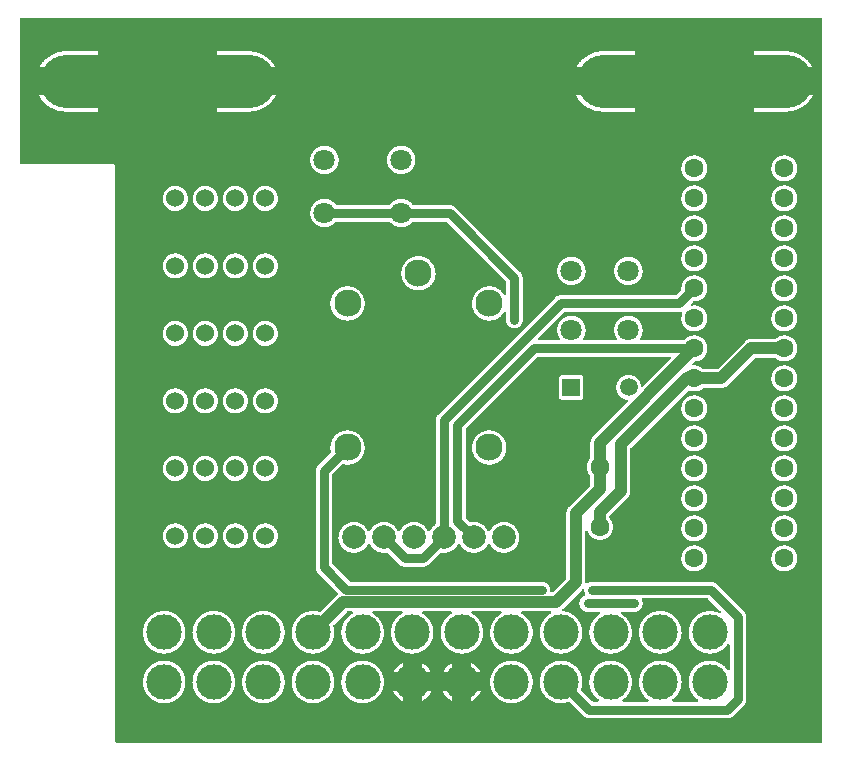
<source format=gtl>
G04 Layer: TopLayer*
G04 EasyEDA v6.4.7, 2021-01-07T14:22:33+08:00*
G04 e544819f4ad94c36a5ee21bd65f75882,119f753a6ce64b8d841f2ad33262ab0c,10*
G04 Gerber Generator version 0.2*
G04 Scale: 100 percent, Rotated: No, Reflected: No *
G04 Dimensions in millimeters *
G04 leading zeros omitted , absolute positions ,3 integer and 3 decimal *
%FSLAX33Y33*%
%MOMM*%
G90*
D02*

%ADD11C,0.799998*%
%ADD12C,0.999998*%
%ADD13C,0.609600*%
%ADD14C,1.999996*%
%ADD15C,2.299995*%
%ADD16C,1.799996*%
%ADD17C,1.499997*%
%ADD19C,1.599997*%
%ADD20C,1.524000*%
%ADD21C,2.999994*%
%ADD22C,4.499991*%

%LPD*%
G36*
G01X68038Y61643D02*
G01X358Y61643D01*
G01X343Y61642D01*
G01X329Y61639D01*
G01X315Y61634D01*
G01X303Y61627D01*
G01X291Y61618D01*
G01X281Y61608D01*
G01X272Y61596D01*
G01X265Y61583D01*
G01X260Y61570D01*
G01X257Y61555D01*
G01X256Y61541D01*
G01X256Y49380D01*
G01X257Y49365D01*
G01X260Y49351D01*
G01X265Y49337D01*
G01X272Y49325D01*
G01X281Y49313D01*
G01X291Y49303D01*
G01X303Y49294D01*
G01X315Y49287D01*
G01X329Y49282D01*
G01X343Y49279D01*
G01X358Y49278D01*
G01X8072Y49278D01*
G01X8095Y49277D01*
G01X8119Y49273D01*
G01X8142Y49268D01*
G01X8164Y49261D01*
G01X8186Y49251D01*
G01X8207Y49239D01*
G01X8226Y49226D01*
G01X8244Y49211D01*
G01X8261Y49194D01*
G01X8276Y49176D01*
G01X8290Y49157D01*
G01X8301Y49136D01*
G01X8311Y49114D01*
G01X8319Y49092D01*
G01X8324Y49069D01*
G01X8327Y49045D01*
G01X8328Y49022D01*
G01X8328Y358D01*
G01X8329Y343D01*
G01X8332Y329D01*
G01X8337Y315D01*
G01X8344Y303D01*
G01X8353Y291D01*
G01X8363Y281D01*
G01X8375Y272D01*
G01X8388Y265D01*
G01X8401Y260D01*
G01X8416Y257D01*
G01X8430Y256D01*
G01X68038Y256D01*
G01X68053Y257D01*
G01X68067Y260D01*
G01X68081Y265D01*
G01X68093Y272D01*
G01X68105Y281D01*
G01X68115Y291D01*
G01X68124Y303D01*
G01X68131Y315D01*
G01X68136Y329D01*
G01X68139Y343D01*
G01X68140Y358D01*
G01X68140Y61541D01*
G01X68139Y61555D01*
G01X68136Y61570D01*
G01X68131Y61583D01*
G01X68124Y61596D01*
G01X68115Y61608D01*
G01X68105Y61618D01*
G01X68093Y61627D01*
G01X68081Y61634D01*
G01X68067Y61639D01*
G01X68053Y61642D01*
G01X68038Y61643D01*
G37*

%LPC*%
G36*
G01X52284Y58813D02*
G01X49598Y58813D01*
G01X49524Y58812D01*
G01X49452Y58809D01*
G01X49379Y58804D01*
G01X49306Y58796D01*
G01X49234Y58787D01*
G01X49162Y58776D01*
G01X49090Y58762D01*
G01X49019Y58747D01*
G01X48948Y58729D01*
G01X48878Y58710D01*
G01X48808Y58688D01*
G01X48739Y58664D01*
G01X48670Y58639D01*
G01X48603Y58611D01*
G01X48536Y58582D01*
G01X48470Y58551D01*
G01X48405Y58518D01*
G01X48341Y58482D01*
G01X48278Y58445D01*
G01X48216Y58407D01*
G01X48155Y58367D01*
G01X48096Y58325D01*
G01X48038Y58281D01*
G01X47980Y58235D01*
G01X47925Y58188D01*
G01X47870Y58140D01*
G01X47817Y58089D01*
G01X47766Y58038D01*
G01X47715Y57985D01*
G01X47667Y57930D01*
G01X47620Y57874D01*
G01X47575Y57817D01*
G01X47531Y57759D01*
G01X47489Y57699D01*
G01X47449Y57638D01*
G01X47410Y57576D01*
G01X47374Y57513D01*
G01X47338Y57449D01*
G01X52284Y57449D01*
G01X52284Y58813D01*
G37*
G36*
G01X20920Y7221D02*
G01X20858Y7222D01*
G01X20797Y7221D01*
G01X20736Y7218D01*
G01X20675Y7213D01*
G01X20613Y7205D01*
G01X20553Y7196D01*
G01X20492Y7185D01*
G01X20432Y7171D01*
G01X20372Y7155D01*
G01X20313Y7138D01*
G01X20255Y7118D01*
G01X20198Y7097D01*
G01X20141Y7073D01*
G01X20085Y7047D01*
G01X20029Y7020D01*
G01X19975Y6991D01*
G01X19922Y6960D01*
G01X19870Y6927D01*
G01X19819Y6893D01*
G01X19769Y6856D01*
G01X19721Y6818D01*
G01X19674Y6778D01*
G01X19629Y6737D01*
G01X19584Y6694D01*
G01X19541Y6650D01*
G01X19500Y6605D01*
G01X19460Y6557D01*
G01X19422Y6509D01*
G01X19386Y6459D01*
G01X19351Y6408D01*
G01X19319Y6356D01*
G01X19288Y6303D01*
G01X19258Y6249D01*
G01X19231Y6194D01*
G01X19205Y6138D01*
G01X19182Y6081D01*
G01X19160Y6023D01*
G01X19140Y5965D01*
G01X19123Y5906D01*
G01X19107Y5847D01*
G01X19094Y5787D01*
G01X19083Y5726D01*
G01X19073Y5665D01*
G01X19066Y5604D01*
G01X19060Y5543D01*
G01X19057Y5481D01*
G01X19056Y5420D01*
G01X19057Y5358D01*
G01X19060Y5297D01*
G01X19066Y5235D01*
G01X19073Y5174D01*
G01X19083Y5114D01*
G01X19094Y5053D01*
G01X19107Y4993D01*
G01X19123Y4933D01*
G01X19140Y4874D01*
G01X19160Y4816D01*
G01X19182Y4758D01*
G01X19205Y4702D01*
G01X19231Y4646D01*
G01X19258Y4590D01*
G01X19288Y4536D01*
G01X19319Y4483D01*
G01X19351Y4431D01*
G01X19386Y4380D01*
G01X19422Y4331D01*
G01X19460Y4282D01*
G01X19500Y4235D01*
G01X19541Y4189D01*
G01X19584Y4145D01*
G01X19629Y4102D01*
G01X19674Y4061D01*
G01X19721Y4021D01*
G01X19769Y3983D01*
G01X19819Y3947D01*
G01X19870Y3913D01*
G01X19922Y3880D01*
G01X19975Y3849D01*
G01X20029Y3819D01*
G01X20085Y3792D01*
G01X20141Y3766D01*
G01X20198Y3743D01*
G01X20255Y3721D01*
G01X20313Y3702D01*
G01X20372Y3684D01*
G01X20432Y3668D01*
G01X20492Y3655D01*
G01X20553Y3643D01*
G01X20613Y3634D01*
G01X20675Y3627D01*
G01X20736Y3622D01*
G01X20797Y3618D01*
G01X20858Y3617D01*
G01X20920Y3618D01*
G01X20982Y3622D01*
G01X21043Y3627D01*
G01X21104Y3634D01*
G01X21165Y3643D01*
G01X21225Y3655D01*
G01X21286Y3668D01*
G01X21345Y3684D01*
G01X21404Y3702D01*
G01X21463Y3721D01*
G01X21520Y3743D01*
G01X21577Y3766D01*
G01X21633Y3792D01*
G01X21688Y3819D01*
G01X21742Y3849D01*
G01X21795Y3880D01*
G01X21848Y3913D01*
G01X21898Y3947D01*
G01X21948Y3983D01*
G01X21996Y4021D01*
G01X22043Y4061D01*
G01X22089Y4102D01*
G01X22133Y4145D01*
G01X22176Y4189D01*
G01X22217Y4235D01*
G01X22257Y4282D01*
G01X22295Y4331D01*
G01X22331Y4380D01*
G01X22366Y4431D01*
G01X22399Y4483D01*
G01X22430Y4536D01*
G01X22459Y4590D01*
G01X22487Y4646D01*
G01X22512Y4702D01*
G01X22535Y4758D01*
G01X22557Y4816D01*
G01X22577Y4874D01*
G01X22594Y4933D01*
G01X22610Y4993D01*
G01X22624Y5053D01*
G01X22635Y5114D01*
G01X22645Y5174D01*
G01X22652Y5235D01*
G01X22657Y5297D01*
G01X22660Y5358D01*
G01X22661Y5420D01*
G01X22660Y5481D01*
G01X22657Y5543D01*
G01X22652Y5604D01*
G01X22645Y5665D01*
G01X22635Y5726D01*
G01X22624Y5787D01*
G01X22610Y5847D01*
G01X22594Y5906D01*
G01X22577Y5965D01*
G01X22557Y6023D01*
G01X22535Y6081D01*
G01X22512Y6138D01*
G01X22487Y6194D01*
G01X22459Y6249D01*
G01X22430Y6303D01*
G01X22399Y6356D01*
G01X22366Y6408D01*
G01X22331Y6459D01*
G01X22295Y6509D01*
G01X22257Y6557D01*
G01X22217Y6605D01*
G01X22176Y6650D01*
G01X22133Y6694D01*
G01X22089Y6737D01*
G01X22043Y6778D01*
G01X21996Y6818D01*
G01X21948Y6856D01*
G01X21898Y6893D01*
G01X21848Y6927D01*
G01X21795Y6960D01*
G01X21742Y6991D01*
G01X21688Y7020D01*
G01X21633Y7047D01*
G01X21577Y7073D01*
G01X21520Y7097D01*
G01X21463Y7118D01*
G01X21404Y7138D01*
G01X21345Y7155D01*
G01X21286Y7171D01*
G01X21225Y7185D01*
G01X21165Y7196D01*
G01X21104Y7205D01*
G01X21043Y7213D01*
G01X20982Y7218D01*
G01X20920Y7221D01*
G37*
G36*
G01X41920Y7221D02*
G01X41859Y7222D01*
G01X41797Y7221D01*
G01X41736Y7218D01*
G01X41674Y7213D01*
G01X41613Y7205D01*
G01X41552Y7196D01*
G01X41492Y7185D01*
G01X41432Y7171D01*
G01X41373Y7155D01*
G01X41314Y7138D01*
G01X41255Y7118D01*
G01X41197Y7096D01*
G01X41140Y7073D01*
G01X41085Y7047D01*
G01X41030Y7020D01*
G01X40975Y6991D01*
G01X40922Y6960D01*
G01X40870Y6927D01*
G01X40819Y6892D01*
G01X40770Y6856D01*
G01X40721Y6818D01*
G01X40674Y6778D01*
G01X40628Y6737D01*
G01X40584Y6694D01*
G01X40541Y6650D01*
G01X40500Y6604D01*
G01X40461Y6557D01*
G01X40423Y6509D01*
G01X40386Y6459D01*
G01X40351Y6408D01*
G01X40318Y6356D01*
G01X40287Y6303D01*
G01X40259Y6249D01*
G01X40231Y6194D01*
G01X40205Y6138D01*
G01X40182Y6081D01*
G01X40160Y6023D01*
G01X40141Y5965D01*
G01X40123Y5906D01*
G01X40108Y5847D01*
G01X40094Y5786D01*
G01X40082Y5726D01*
G01X40073Y5665D01*
G01X40065Y5604D01*
G01X40060Y5543D01*
G01X40057Y5481D01*
G01X40056Y5419D01*
G01X40057Y5358D01*
G01X40060Y5296D01*
G01X40065Y5235D01*
G01X40073Y5174D01*
G01X40082Y5114D01*
G01X40094Y5053D01*
G01X40108Y4993D01*
G01X40123Y4933D01*
G01X40141Y4874D01*
G01X40160Y4816D01*
G01X40182Y4758D01*
G01X40205Y4702D01*
G01X40231Y4646D01*
G01X40259Y4590D01*
G01X40287Y4536D01*
G01X40318Y4483D01*
G01X40351Y4431D01*
G01X40386Y4380D01*
G01X40423Y4330D01*
G01X40461Y4282D01*
G01X40500Y4235D01*
G01X40541Y4189D01*
G01X40584Y4145D01*
G01X40628Y4102D01*
G01X40674Y4061D01*
G01X40721Y4021D01*
G01X40770Y3983D01*
G01X40819Y3947D01*
G01X40870Y3912D01*
G01X40922Y3880D01*
G01X40975Y3849D01*
G01X41030Y3819D01*
G01X41085Y3792D01*
G01X41140Y3766D01*
G01X41197Y3743D01*
G01X41255Y3721D01*
G01X41314Y3701D01*
G01X41373Y3684D01*
G01X41432Y3668D01*
G01X41492Y3655D01*
G01X41552Y3643D01*
G01X41613Y3634D01*
G01X41674Y3627D01*
G01X41736Y3621D01*
G01X41797Y3618D01*
G01X41859Y3617D01*
G01X41920Y3618D01*
G01X41982Y3621D01*
G01X42043Y3627D01*
G01X42104Y3634D01*
G01X42165Y3643D01*
G01X42225Y3655D01*
G01X42285Y3668D01*
G01X42345Y3684D01*
G01X42404Y3701D01*
G01X42462Y3721D01*
G01X42520Y3743D01*
G01X42577Y3766D01*
G01X42633Y3792D01*
G01X42688Y3819D01*
G01X42742Y3849D01*
G01X42795Y3880D01*
G01X42847Y3912D01*
G01X42898Y3947D01*
G01X42948Y3983D01*
G01X42996Y4021D01*
G01X43043Y4061D01*
G01X43089Y4102D01*
G01X43133Y4145D01*
G01X43176Y4189D01*
G01X43217Y4235D01*
G01X43257Y4282D01*
G01X43295Y4330D01*
G01X43331Y4380D01*
G01X43366Y4431D01*
G01X43399Y4483D01*
G01X43430Y4536D01*
G01X43459Y4590D01*
G01X43486Y4646D01*
G01X43512Y4702D01*
G01X43536Y4758D01*
G01X43557Y4816D01*
G01X43577Y4874D01*
G01X43595Y4933D01*
G01X43610Y4993D01*
G01X43623Y5053D01*
G01X43635Y5114D01*
G01X43644Y5174D01*
G01X43652Y5235D01*
G01X43657Y5296D01*
G01X43660Y5358D01*
G01X43661Y5419D01*
G01X43660Y5481D01*
G01X43657Y5543D01*
G01X43652Y5604D01*
G01X43644Y5665D01*
G01X43635Y5726D01*
G01X43623Y5786D01*
G01X43610Y5847D01*
G01X43595Y5906D01*
G01X43577Y5965D01*
G01X43557Y6023D01*
G01X43536Y6081D01*
G01X43512Y6138D01*
G01X43486Y6194D01*
G01X43459Y6249D01*
G01X43430Y6303D01*
G01X43399Y6356D01*
G01X43366Y6408D01*
G01X43331Y6459D01*
G01X43295Y6509D01*
G01X43257Y6557D01*
G01X43217Y6604D01*
G01X43176Y6650D01*
G01X43133Y6694D01*
G01X43089Y6737D01*
G01X43043Y6778D01*
G01X42996Y6818D01*
G01X42948Y6856D01*
G01X42898Y6892D01*
G01X42847Y6927D01*
G01X42795Y6960D01*
G01X42742Y6991D01*
G01X42688Y7020D01*
G01X42633Y7047D01*
G01X42577Y7073D01*
G01X42520Y7096D01*
G01X42462Y7118D01*
G01X42404Y7138D01*
G01X42345Y7155D01*
G01X42285Y7171D01*
G01X42225Y7185D01*
G01X42165Y7196D01*
G01X42104Y7205D01*
G01X42043Y7213D01*
G01X41982Y7218D01*
G01X41920Y7221D01*
G37*
G36*
G01X16720Y7221D02*
G01X16659Y7222D01*
G01X16597Y7221D01*
G01X16535Y7218D01*
G01X16474Y7213D01*
G01X16413Y7205D01*
G01X16353Y7196D01*
G01X16292Y7185D01*
G01X16232Y7171D01*
G01X16172Y7155D01*
G01X16113Y7138D01*
G01X16055Y7118D01*
G01X15997Y7096D01*
G01X15941Y7073D01*
G01X15885Y7047D01*
G01X15829Y7020D01*
G01X15775Y6991D01*
G01X15722Y6960D01*
G01X15670Y6927D01*
G01X15619Y6892D01*
G01X15569Y6856D01*
G01X15521Y6818D01*
G01X15474Y6778D01*
G01X15428Y6737D01*
G01X15384Y6694D01*
G01X15341Y6650D01*
G01X15300Y6604D01*
G01X15260Y6557D01*
G01X15222Y6509D01*
G01X15186Y6459D01*
G01X15151Y6408D01*
G01X15119Y6356D01*
G01X15088Y6303D01*
G01X15058Y6249D01*
G01X15031Y6194D01*
G01X15005Y6138D01*
G01X14982Y6081D01*
G01X14960Y6023D01*
G01X14940Y5965D01*
G01X14923Y5906D01*
G01X14907Y5847D01*
G01X14894Y5786D01*
G01X14882Y5726D01*
G01X14873Y5665D01*
G01X14866Y5604D01*
G01X14860Y5543D01*
G01X14857Y5481D01*
G01X14856Y5419D01*
G01X14857Y5358D01*
G01X14860Y5296D01*
G01X14866Y5235D01*
G01X14873Y5174D01*
G01X14882Y5114D01*
G01X14894Y5053D01*
G01X14907Y4993D01*
G01X14923Y4933D01*
G01X14940Y4874D01*
G01X14960Y4816D01*
G01X14982Y4758D01*
G01X15005Y4702D01*
G01X15031Y4646D01*
G01X15058Y4590D01*
G01X15088Y4536D01*
G01X15119Y4483D01*
G01X15151Y4431D01*
G01X15186Y4380D01*
G01X15222Y4330D01*
G01X15260Y4282D01*
G01X15300Y4235D01*
G01X15341Y4189D01*
G01X15384Y4145D01*
G01X15428Y4102D01*
G01X15474Y4061D01*
G01X15521Y4021D01*
G01X15569Y3983D01*
G01X15619Y3947D01*
G01X15670Y3912D01*
G01X15722Y3880D01*
G01X15775Y3849D01*
G01X15829Y3819D01*
G01X15885Y3792D01*
G01X15941Y3766D01*
G01X15997Y3743D01*
G01X16055Y3721D01*
G01X16113Y3701D01*
G01X16172Y3684D01*
G01X16232Y3668D01*
G01X16292Y3655D01*
G01X16353Y3643D01*
G01X16413Y3634D01*
G01X16474Y3627D01*
G01X16535Y3621D01*
G01X16597Y3618D01*
G01X16658Y3617D01*
G01X16720Y3618D01*
G01X16782Y3621D01*
G01X16843Y3627D01*
G01X16904Y3634D01*
G01X16965Y3643D01*
G01X17025Y3655D01*
G01X17086Y3668D01*
G01X17145Y3684D01*
G01X17204Y3701D01*
G01X17262Y3721D01*
G01X17320Y3743D01*
G01X17377Y3766D01*
G01X17433Y3792D01*
G01X17488Y3819D01*
G01X17542Y3849D01*
G01X17595Y3880D01*
G01X17647Y3912D01*
G01X17698Y3947D01*
G01X17748Y3983D01*
G01X17796Y4021D01*
G01X17843Y4061D01*
G01X17889Y4102D01*
G01X17933Y4145D01*
G01X17976Y4189D01*
G01X18017Y4235D01*
G01X18057Y4282D01*
G01X18095Y4330D01*
G01X18131Y4380D01*
G01X18166Y4431D01*
G01X18199Y4483D01*
G01X18230Y4536D01*
G01X18259Y4590D01*
G01X18286Y4646D01*
G01X18312Y4702D01*
G01X18335Y4758D01*
G01X18357Y4816D01*
G01X18377Y4874D01*
G01X18394Y4933D01*
G01X18410Y4993D01*
G01X18424Y5053D01*
G01X18435Y5114D01*
G01X18444Y5174D01*
G01X18452Y5235D01*
G01X18457Y5296D01*
G01X18460Y5358D01*
G01X18461Y5419D01*
G01X18460Y5481D01*
G01X18457Y5543D01*
G01X18452Y5604D01*
G01X18444Y5665D01*
G01X18435Y5726D01*
G01X18424Y5786D01*
G01X18410Y5847D01*
G01X18394Y5906D01*
G01X18377Y5965D01*
G01X18357Y6023D01*
G01X18335Y6081D01*
G01X18312Y6138D01*
G01X18286Y6194D01*
G01X18259Y6249D01*
G01X18230Y6303D01*
G01X18199Y6356D01*
G01X18166Y6408D01*
G01X18131Y6459D01*
G01X18095Y6509D01*
G01X18057Y6557D01*
G01X18017Y6604D01*
G01X17976Y6650D01*
G01X17933Y6694D01*
G01X17889Y6737D01*
G01X17843Y6778D01*
G01X17796Y6818D01*
G01X17748Y6856D01*
G01X17698Y6892D01*
G01X17647Y6927D01*
G01X17595Y6960D01*
G01X17542Y6991D01*
G01X17488Y7020D01*
G01X17433Y7047D01*
G01X17377Y7073D01*
G01X17320Y7096D01*
G01X17262Y7118D01*
G01X17204Y7138D01*
G01X17145Y7155D01*
G01X17086Y7171D01*
G01X17025Y7185D01*
G01X16965Y7196D01*
G01X16904Y7205D01*
G01X16843Y7213D01*
G01X16782Y7218D01*
G01X16720Y7221D01*
G37*
G36*
G01X29320Y7221D02*
G01X29259Y7222D01*
G01X29197Y7221D01*
G01X29136Y7218D01*
G01X29074Y7213D01*
G01X29013Y7205D01*
G01X28952Y7196D01*
G01X28892Y7185D01*
G01X28832Y7171D01*
G01X28773Y7155D01*
G01X28714Y7138D01*
G01X28655Y7118D01*
G01X28597Y7096D01*
G01X28540Y7073D01*
G01X28485Y7047D01*
G01X28430Y7020D01*
G01X28375Y6991D01*
G01X28322Y6960D01*
G01X28270Y6927D01*
G01X28219Y6892D01*
G01X28170Y6856D01*
G01X28121Y6818D01*
G01X28074Y6778D01*
G01X28028Y6737D01*
G01X27984Y6694D01*
G01X27942Y6650D01*
G01X27900Y6604D01*
G01X27861Y6557D01*
G01X27823Y6509D01*
G01X27786Y6459D01*
G01X27752Y6408D01*
G01X27719Y6356D01*
G01X27688Y6303D01*
G01X27659Y6249D01*
G01X27631Y6194D01*
G01X27605Y6138D01*
G01X27582Y6081D01*
G01X27561Y6023D01*
G01X27541Y5965D01*
G01X27523Y5906D01*
G01X27508Y5847D01*
G01X27494Y5786D01*
G01X27482Y5726D01*
G01X27473Y5665D01*
G01X27466Y5604D01*
G01X27460Y5543D01*
G01X27457Y5481D01*
G01X27456Y5419D01*
G01X27457Y5358D01*
G01X27460Y5296D01*
G01X27466Y5235D01*
G01X27473Y5174D01*
G01X27482Y5114D01*
G01X27494Y5053D01*
G01X27508Y4993D01*
G01X27523Y4933D01*
G01X27541Y4874D01*
G01X27561Y4816D01*
G01X27582Y4758D01*
G01X27605Y4702D01*
G01X27631Y4646D01*
G01X27659Y4590D01*
G01X27688Y4536D01*
G01X27719Y4483D01*
G01X27752Y4431D01*
G01X27786Y4380D01*
G01X27823Y4330D01*
G01X27861Y4282D01*
G01X27900Y4235D01*
G01X27942Y4189D01*
G01X27984Y4145D01*
G01X28028Y4102D01*
G01X28074Y4061D01*
G01X28121Y4021D01*
G01X28170Y3983D01*
G01X28219Y3947D01*
G01X28270Y3912D01*
G01X28322Y3880D01*
G01X28375Y3849D01*
G01X28430Y3819D01*
G01X28485Y3792D01*
G01X28540Y3766D01*
G01X28597Y3743D01*
G01X28655Y3721D01*
G01X28714Y3701D01*
G01X28773Y3684D01*
G01X28832Y3668D01*
G01X28892Y3655D01*
G01X28952Y3643D01*
G01X29013Y3634D01*
G01X29074Y3627D01*
G01X29136Y3621D01*
G01X29197Y3618D01*
G01X29259Y3617D01*
G01X29320Y3618D01*
G01X29382Y3621D01*
G01X29443Y3627D01*
G01X29504Y3634D01*
G01X29565Y3643D01*
G01X29626Y3655D01*
G01X29685Y3668D01*
G01X29745Y3684D01*
G01X29804Y3701D01*
G01X29862Y3721D01*
G01X29920Y3743D01*
G01X29977Y3766D01*
G01X30033Y3792D01*
G01X30088Y3819D01*
G01X30142Y3849D01*
G01X30196Y3880D01*
G01X30247Y3912D01*
G01X30298Y3947D01*
G01X30348Y3983D01*
G01X30396Y4021D01*
G01X30443Y4061D01*
G01X30489Y4102D01*
G01X30533Y4145D01*
G01X30576Y4189D01*
G01X30617Y4235D01*
G01X30657Y4282D01*
G01X30695Y4330D01*
G01X30731Y4380D01*
G01X30766Y4431D01*
G01X30799Y4483D01*
G01X30830Y4536D01*
G01X30859Y4590D01*
G01X30886Y4646D01*
G01X30912Y4702D01*
G01X30936Y4758D01*
G01X30957Y4816D01*
G01X30977Y4874D01*
G01X30995Y4933D01*
G01X31010Y4993D01*
G01X31024Y5053D01*
G01X31035Y5114D01*
G01X31044Y5174D01*
G01X31052Y5235D01*
G01X31057Y5296D01*
G01X31060Y5358D01*
G01X31061Y5419D01*
G01X31060Y5481D01*
G01X31057Y5543D01*
G01X31052Y5604D01*
G01X31044Y5665D01*
G01X31035Y5726D01*
G01X31024Y5786D01*
G01X31010Y5847D01*
G01X30995Y5906D01*
G01X30977Y5965D01*
G01X30957Y6023D01*
G01X30936Y6081D01*
G01X30912Y6138D01*
G01X30886Y6194D01*
G01X30859Y6249D01*
G01X30830Y6303D01*
G01X30799Y6356D01*
G01X30766Y6408D01*
G01X30731Y6459D01*
G01X30695Y6509D01*
G01X30657Y6557D01*
G01X30617Y6604D01*
G01X30576Y6650D01*
G01X30533Y6694D01*
G01X30489Y6737D01*
G01X30443Y6778D01*
G01X30396Y6818D01*
G01X30348Y6856D01*
G01X30298Y6892D01*
G01X30247Y6927D01*
G01X30196Y6960D01*
G01X30142Y6991D01*
G01X30088Y7020D01*
G01X30033Y7047D01*
G01X29977Y7073D01*
G01X29920Y7096D01*
G01X29862Y7118D01*
G01X29804Y7138D01*
G01X29745Y7155D01*
G01X29685Y7171D01*
G01X29626Y7185D01*
G01X29565Y7196D01*
G01X29504Y7205D01*
G01X29443Y7213D01*
G01X29382Y7218D01*
G01X29320Y7221D01*
G37*
G36*
G01X12520Y7221D02*
G01X12459Y7222D01*
G01X12397Y7221D01*
G01X12336Y7218D01*
G01X12274Y7213D01*
G01X12213Y7205D01*
G01X12152Y7196D01*
G01X12092Y7185D01*
G01X12032Y7171D01*
G01X11973Y7155D01*
G01X11914Y7138D01*
G01X11855Y7118D01*
G01X11797Y7096D01*
G01X11740Y7073D01*
G01X11685Y7047D01*
G01X11630Y7020D01*
G01X11575Y6991D01*
G01X11522Y6960D01*
G01X11470Y6927D01*
G01X11419Y6892D01*
G01X11370Y6856D01*
G01X11321Y6818D01*
G01X11274Y6778D01*
G01X11228Y6737D01*
G01X11184Y6694D01*
G01X11141Y6650D01*
G01X11100Y6604D01*
G01X11061Y6557D01*
G01X11023Y6509D01*
G01X10986Y6459D01*
G01X10951Y6408D01*
G01X10918Y6356D01*
G01X10887Y6303D01*
G01X10859Y6249D01*
G01X10831Y6194D01*
G01X10805Y6138D01*
G01X10782Y6081D01*
G01X10760Y6023D01*
G01X10741Y5965D01*
G01X10723Y5906D01*
G01X10708Y5847D01*
G01X10694Y5786D01*
G01X10682Y5726D01*
G01X10673Y5665D01*
G01X10665Y5604D01*
G01X10660Y5543D01*
G01X10657Y5481D01*
G01X10656Y5419D01*
G01X10657Y5358D01*
G01X10660Y5296D01*
G01X10665Y5235D01*
G01X10673Y5174D01*
G01X10682Y5114D01*
G01X10694Y5053D01*
G01X10708Y4993D01*
G01X10723Y4933D01*
G01X10741Y4874D01*
G01X10760Y4816D01*
G01X10782Y4758D01*
G01X10805Y4702D01*
G01X10831Y4646D01*
G01X10859Y4590D01*
G01X10887Y4536D01*
G01X10918Y4483D01*
G01X10951Y4431D01*
G01X10986Y4380D01*
G01X11023Y4330D01*
G01X11061Y4282D01*
G01X11100Y4235D01*
G01X11141Y4189D01*
G01X11184Y4145D01*
G01X11228Y4102D01*
G01X11274Y4061D01*
G01X11321Y4021D01*
G01X11370Y3983D01*
G01X11419Y3947D01*
G01X11470Y3912D01*
G01X11522Y3880D01*
G01X11575Y3849D01*
G01X11630Y3819D01*
G01X11685Y3792D01*
G01X11740Y3766D01*
G01X11797Y3743D01*
G01X11855Y3721D01*
G01X11914Y3701D01*
G01X11973Y3684D01*
G01X12032Y3668D01*
G01X12092Y3655D01*
G01X12152Y3643D01*
G01X12213Y3634D01*
G01X12274Y3627D01*
G01X12336Y3621D01*
G01X12397Y3618D01*
G01X12459Y3617D01*
G01X12520Y3618D01*
G01X12582Y3621D01*
G01X12643Y3627D01*
G01X12704Y3634D01*
G01X12765Y3643D01*
G01X12825Y3655D01*
G01X12885Y3668D01*
G01X12945Y3684D01*
G01X13004Y3701D01*
G01X13062Y3721D01*
G01X13120Y3743D01*
G01X13177Y3766D01*
G01X13233Y3792D01*
G01X13288Y3819D01*
G01X13342Y3849D01*
G01X13395Y3880D01*
G01X13447Y3912D01*
G01X13498Y3947D01*
G01X13548Y3983D01*
G01X13596Y4021D01*
G01X13643Y4061D01*
G01X13689Y4102D01*
G01X13733Y4145D01*
G01X13776Y4189D01*
G01X13817Y4235D01*
G01X13857Y4282D01*
G01X13895Y4330D01*
G01X13931Y4380D01*
G01X13966Y4431D01*
G01X13999Y4483D01*
G01X14030Y4536D01*
G01X14059Y4590D01*
G01X14086Y4646D01*
G01X14112Y4702D01*
G01X14136Y4758D01*
G01X14157Y4816D01*
G01X14177Y4874D01*
G01X14195Y4933D01*
G01X14210Y4993D01*
G01X14224Y5053D01*
G01X14235Y5114D01*
G01X14244Y5174D01*
G01X14252Y5235D01*
G01X14257Y5296D01*
G01X14260Y5358D01*
G01X14261Y5419D01*
G01X14260Y5481D01*
G01X14257Y5543D01*
G01X14252Y5604D01*
G01X14244Y5665D01*
G01X14235Y5726D01*
G01X14224Y5786D01*
G01X14210Y5847D01*
G01X14195Y5906D01*
G01X14177Y5965D01*
G01X14157Y6023D01*
G01X14136Y6081D01*
G01X14112Y6138D01*
G01X14086Y6194D01*
G01X14059Y6249D01*
G01X14030Y6303D01*
G01X13999Y6356D01*
G01X13966Y6408D01*
G01X13931Y6459D01*
G01X13895Y6509D01*
G01X13857Y6557D01*
G01X13817Y6604D01*
G01X13776Y6650D01*
G01X13733Y6694D01*
G01X13689Y6737D01*
G01X13643Y6778D01*
G01X13596Y6818D01*
G01X13548Y6856D01*
G01X13498Y6892D01*
G01X13447Y6927D01*
G01X13395Y6960D01*
G01X13342Y6991D01*
G01X13288Y7020D01*
G01X13233Y7047D01*
G01X13177Y7073D01*
G01X13120Y7096D01*
G01X13062Y7118D01*
G01X13004Y7138D01*
G01X12945Y7155D01*
G01X12885Y7171D01*
G01X12825Y7185D01*
G01X12765Y7196D01*
G01X12704Y7205D01*
G01X12643Y7213D01*
G01X12582Y7218D01*
G01X12520Y7221D01*
G37*
G36*
G01X25120Y7221D02*
G01X25059Y7222D01*
G01X24997Y7221D01*
G01X24936Y7218D01*
G01X24874Y7213D01*
G01X24813Y7205D01*
G01X24752Y7196D01*
G01X24692Y7185D01*
G01X24632Y7171D01*
G01X24572Y7155D01*
G01X24514Y7138D01*
G01X24455Y7118D01*
G01X24397Y7097D01*
G01X24340Y7073D01*
G01X24284Y7047D01*
G01X24230Y7020D01*
G01X24175Y6991D01*
G01X24122Y6960D01*
G01X24070Y6927D01*
G01X24019Y6893D01*
G01X23969Y6856D01*
G01X23921Y6818D01*
G01X23874Y6778D01*
G01X23828Y6737D01*
G01X23784Y6694D01*
G01X23741Y6650D01*
G01X23700Y6605D01*
G01X23660Y6557D01*
G01X23623Y6509D01*
G01X23586Y6459D01*
G01X23551Y6408D01*
G01X23518Y6356D01*
G01X23487Y6303D01*
G01X23458Y6249D01*
G01X23431Y6194D01*
G01X23405Y6138D01*
G01X23382Y6081D01*
G01X23360Y6023D01*
G01X23341Y5965D01*
G01X23323Y5906D01*
G01X23308Y5847D01*
G01X23294Y5787D01*
G01X23282Y5726D01*
G01X23273Y5665D01*
G01X23265Y5604D01*
G01X23260Y5543D01*
G01X23257Y5481D01*
G01X23256Y5420D01*
G01X23257Y5358D01*
G01X23260Y5297D01*
G01X23265Y5235D01*
G01X23273Y5174D01*
G01X23282Y5114D01*
G01X23294Y5053D01*
G01X23308Y4993D01*
G01X23323Y4933D01*
G01X23341Y4874D01*
G01X23360Y4816D01*
G01X23382Y4758D01*
G01X23405Y4702D01*
G01X23431Y4646D01*
G01X23458Y4590D01*
G01X23487Y4536D01*
G01X23518Y4483D01*
G01X23551Y4431D01*
G01X23586Y4380D01*
G01X23660Y4282D01*
G01X23700Y4235D01*
G01X23741Y4189D01*
G01X23784Y4145D01*
G01X23828Y4102D01*
G01X23874Y4061D01*
G01X23921Y4021D01*
G01X23969Y3983D01*
G01X24019Y3947D01*
G01X24070Y3913D01*
G01X24122Y3880D01*
G01X24175Y3849D01*
G01X24230Y3819D01*
G01X24284Y3792D01*
G01X24340Y3766D01*
G01X24397Y3743D01*
G01X24455Y3721D01*
G01X24514Y3702D01*
G01X24572Y3684D01*
G01X24632Y3668D01*
G01X24692Y3655D01*
G01X24752Y3643D01*
G01X24813Y3634D01*
G01X24874Y3627D01*
G01X24936Y3622D01*
G01X24997Y3618D01*
G01X25059Y3617D01*
G01X25120Y3618D01*
G01X25182Y3622D01*
G01X25243Y3627D01*
G01X25304Y3634D01*
G01X25365Y3643D01*
G01X25425Y3655D01*
G01X25485Y3668D01*
G01X25545Y3684D01*
G01X25604Y3702D01*
G01X25662Y3721D01*
G01X25720Y3743D01*
G01X25777Y3766D01*
G01X25833Y3792D01*
G01X25888Y3819D01*
G01X25942Y3849D01*
G01X25995Y3880D01*
G01X26047Y3913D01*
G01X26098Y3947D01*
G01X26148Y3983D01*
G01X26196Y4021D01*
G01X26243Y4061D01*
G01X26289Y4102D01*
G01X26333Y4145D01*
G01X26376Y4189D01*
G01X26417Y4235D01*
G01X26457Y4282D01*
G01X26495Y4331D01*
G01X26531Y4380D01*
G01X26566Y4431D01*
G01X26599Y4483D01*
G01X26630Y4536D01*
G01X26659Y4590D01*
G01X26686Y4646D01*
G01X26712Y4702D01*
G01X26736Y4758D01*
G01X26757Y4816D01*
G01X26777Y4874D01*
G01X26794Y4933D01*
G01X26810Y4993D01*
G01X26823Y5053D01*
G01X26835Y5114D01*
G01X26844Y5174D01*
G01X26852Y5235D01*
G01X26857Y5297D01*
G01X26860Y5358D01*
G01X26861Y5420D01*
G01X26860Y5481D01*
G01X26857Y5543D01*
G01X26852Y5604D01*
G01X26844Y5665D01*
G01X26835Y5726D01*
G01X26823Y5787D01*
G01X26810Y5847D01*
G01X26794Y5906D01*
G01X26777Y5965D01*
G01X26757Y6023D01*
G01X26736Y6081D01*
G01X26712Y6138D01*
G01X26686Y6194D01*
G01X26659Y6249D01*
G01X26630Y6303D01*
G01X26599Y6356D01*
G01X26566Y6408D01*
G01X26531Y6459D01*
G01X26495Y6509D01*
G01X26457Y6557D01*
G01X26417Y6605D01*
G01X26376Y6650D01*
G01X26333Y6694D01*
G01X26289Y6737D01*
G01X26243Y6778D01*
G01X26196Y6818D01*
G01X26148Y6856D01*
G01X26098Y6893D01*
G01X26047Y6927D01*
G01X25995Y6960D01*
G01X25942Y6991D01*
G01X25888Y7020D01*
G01X25833Y7047D01*
G01X25777Y7073D01*
G01X25720Y7097D01*
G01X25662Y7118D01*
G01X25604Y7138D01*
G01X25545Y7155D01*
G01X25485Y7171D01*
G01X25425Y7185D01*
G01X25365Y7196D01*
G01X25304Y7205D01*
G01X25243Y7213D01*
G01X25182Y7218D01*
G01X25120Y7221D01*
G37*
G36*
G01X19632Y58813D02*
G01X16945Y58813D01*
G01X16945Y57449D01*
G01X21891Y57449D01*
G01X21856Y57513D01*
G01X21819Y57576D01*
G01X21781Y57638D01*
G01X21740Y57699D01*
G01X21698Y57759D01*
G01X21655Y57817D01*
G01X21609Y57874D01*
G01X21562Y57930D01*
G01X21514Y57985D01*
G01X21464Y58038D01*
G01X21412Y58089D01*
G01X21359Y58140D01*
G01X21305Y58188D01*
G01X21249Y58235D01*
G01X21192Y58281D01*
G01X21133Y58325D01*
G01X21074Y58367D01*
G01X21013Y58407D01*
G01X20951Y58445D01*
G01X20888Y58482D01*
G01X20824Y58518D01*
G01X20759Y58551D01*
G01X20693Y58582D01*
G01X20626Y58611D01*
G01X20559Y58639D01*
G01X20490Y58664D01*
G01X20421Y58688D01*
G01X20352Y58710D01*
G01X20281Y58729D01*
G01X20210Y58747D01*
G01X20139Y58762D01*
G01X20068Y58776D01*
G01X19995Y58787D01*
G01X19923Y58796D01*
G01X19850Y58804D01*
G01X19777Y58809D01*
G01X19705Y58812D01*
G01X19632Y58813D01*
G37*
G36*
G01X6818Y58813D02*
G01X4132Y58813D01*
G01X4058Y58812D01*
G01X3986Y58809D01*
G01X3913Y58804D01*
G01X3840Y58796D01*
G01X3768Y58787D01*
G01X3696Y58776D01*
G01X3624Y58762D01*
G01X3553Y58747D01*
G01X3482Y58729D01*
G01X3412Y58710D01*
G01X3342Y58688D01*
G01X3273Y58664D01*
G01X3204Y58639D01*
G01X3137Y58611D01*
G01X3070Y58582D01*
G01X3004Y58551D01*
G01X2939Y58518D01*
G01X2875Y58482D01*
G01X2812Y58445D01*
G01X2750Y58407D01*
G01X2689Y58367D01*
G01X2630Y58325D01*
G01X2572Y58281D01*
G01X2514Y58235D01*
G01X2459Y58188D01*
G01X2404Y58140D01*
G01X2351Y58089D01*
G01X2300Y58038D01*
G01X2249Y57985D01*
G01X2201Y57930D01*
G01X2154Y57874D01*
G01X2109Y57817D01*
G01X2065Y57759D01*
G01X2023Y57699D01*
G01X1983Y57638D01*
G01X1944Y57576D01*
G01X1908Y57513D01*
G01X1872Y57449D01*
G01X6818Y57449D01*
G01X6818Y58813D01*
G37*
G36*
G01X65098Y58813D02*
G01X62411Y58813D01*
G01X62411Y57449D01*
G01X67357Y57449D01*
G01X67322Y57513D01*
G01X67285Y57576D01*
G01X67247Y57638D01*
G01X67206Y57699D01*
G01X67164Y57759D01*
G01X67121Y57817D01*
G01X67075Y57874D01*
G01X67028Y57930D01*
G01X66980Y57985D01*
G01X66930Y58038D01*
G01X66878Y58089D01*
G01X66825Y58140D01*
G01X66771Y58188D01*
G01X66715Y58235D01*
G01X66658Y58281D01*
G01X66599Y58325D01*
G01X66540Y58367D01*
G01X66479Y58407D01*
G01X66417Y58445D01*
G01X66354Y58482D01*
G01X66290Y58518D01*
G01X66225Y58551D01*
G01X66159Y58582D01*
G01X66092Y58611D01*
G01X66025Y58639D01*
G01X65956Y58664D01*
G01X65887Y58688D01*
G01X65818Y58710D01*
G01X65747Y58729D01*
G01X65676Y58747D01*
G01X65605Y58762D01*
G01X65534Y58776D01*
G01X65461Y58787D01*
G01X65389Y58796D01*
G01X65316Y58804D01*
G01X65243Y58809D01*
G01X65171Y58812D01*
G01X65098Y58813D01*
G37*
G36*
G01X67357Y55072D02*
G01X62411Y55072D01*
G01X62411Y53708D01*
G01X65098Y53708D01*
G01X65171Y53709D01*
G01X65243Y53712D01*
G01X65316Y53717D01*
G01X65389Y53725D01*
G01X65461Y53734D01*
G01X65534Y53745D01*
G01X65605Y53759D01*
G01X65676Y53774D01*
G01X65747Y53792D01*
G01X65818Y53811D01*
G01X65887Y53833D01*
G01X65956Y53857D01*
G01X66025Y53882D01*
G01X66092Y53910D01*
G01X66159Y53939D01*
G01X66225Y53970D01*
G01X66290Y54003D01*
G01X66354Y54039D01*
G01X66417Y54076D01*
G01X66479Y54114D01*
G01X66540Y54154D01*
G01X66599Y54196D01*
G01X66658Y54240D01*
G01X66715Y54286D01*
G01X66771Y54333D01*
G01X66825Y54381D01*
G01X66878Y54432D01*
G01X66930Y54483D01*
G01X66980Y54536D01*
G01X67028Y54591D01*
G01X67075Y54647D01*
G01X67121Y54704D01*
G01X67164Y54762D01*
G01X67206Y54822D01*
G01X67247Y54883D01*
G01X67285Y54945D01*
G01X67322Y55008D01*
G01X67357Y55072D01*
G37*
G36*
G01X36845Y4606D02*
G01X36050Y4606D01*
G01X36080Y4550D01*
G01X36111Y4495D01*
G01X36145Y4441D01*
G01X36180Y4388D01*
G01X36217Y4337D01*
G01X36256Y4287D01*
G01X36298Y4238D01*
G01X36340Y4191D01*
G01X36384Y4145D01*
G01X36430Y4101D01*
G01X36477Y4058D01*
G01X36526Y4018D01*
G01X36576Y3979D01*
G01X36627Y3942D01*
G01X36680Y3906D01*
G01X36734Y3872D01*
G01X36789Y3840D01*
G01X36845Y3811D01*
G01X36845Y4606D01*
G37*
G36*
G01X39267Y4606D02*
G01X38472Y4606D01*
G01X38472Y3811D01*
G01X38528Y3840D01*
G01X38583Y3872D01*
G01X38637Y3906D01*
G01X38690Y3942D01*
G01X38742Y3979D01*
G01X38791Y4018D01*
G01X38840Y4058D01*
G01X38887Y4101D01*
G01X38933Y4145D01*
G01X38977Y4191D01*
G01X39019Y4238D01*
G01X39061Y4287D01*
G01X39100Y4337D01*
G01X39137Y4388D01*
G01X39172Y4441D01*
G01X39206Y4495D01*
G01X39237Y4550D01*
G01X39267Y4606D01*
G37*
G36*
G01X32645Y4606D02*
G01X31850Y4606D01*
G01X31880Y4550D01*
G01X31912Y4495D01*
G01X31945Y4441D01*
G01X31981Y4388D01*
G01X32018Y4337D01*
G01X32057Y4287D01*
G01X32097Y4238D01*
G01X32140Y4191D01*
G01X32184Y4145D01*
G01X32230Y4101D01*
G01X32277Y4058D01*
G01X32326Y4018D01*
G01X32376Y3979D01*
G01X32427Y3942D01*
G01X32480Y3906D01*
G01X32534Y3872D01*
G01X32589Y3840D01*
G01X32645Y3811D01*
G01X32645Y4606D01*
G37*
G36*
G01X35067Y4606D02*
G01X34272Y4606D01*
G01X34272Y3811D01*
G01X34328Y3840D01*
G01X34383Y3872D01*
G01X34437Y3906D01*
G01X34490Y3942D01*
G01X34541Y3979D01*
G01X34592Y4018D01*
G01X34641Y4058D01*
G01X34688Y4101D01*
G01X34733Y4145D01*
G01X34777Y4191D01*
G01X34820Y4238D01*
G01X34860Y4287D01*
G01X34900Y4337D01*
G01X34937Y4388D01*
G01X34972Y4441D01*
G01X35006Y4495D01*
G01X35038Y4550D01*
G01X35067Y4606D01*
G37*
G36*
G01X36845Y6233D02*
G01X36845Y7028D01*
G01X36789Y6999D01*
G01X36734Y6967D01*
G01X36680Y6933D01*
G01X36627Y6898D01*
G01X36576Y6861D01*
G01X36526Y6821D01*
G01X36477Y6781D01*
G01X36430Y6738D01*
G01X36384Y6694D01*
G01X36340Y6649D01*
G01X36256Y6553D01*
G01X36217Y6502D01*
G01X36180Y6451D01*
G01X36145Y6398D01*
G01X36111Y6344D01*
G01X36080Y6289D01*
G01X36050Y6233D01*
G01X36845Y6233D01*
G37*
G36*
G01X38528Y6999D02*
G01X38472Y7028D01*
G01X38472Y6233D01*
G01X39267Y6233D01*
G01X39237Y6289D01*
G01X39206Y6344D01*
G01X39172Y6398D01*
G01X39137Y6451D01*
G01X39100Y6502D01*
G01X39061Y6553D01*
G01X38977Y6649D01*
G01X38933Y6694D01*
G01X38887Y6738D01*
G01X38840Y6781D01*
G01X38742Y6861D01*
G01X38690Y6898D01*
G01X38637Y6933D01*
G01X38583Y6967D01*
G01X38528Y6999D01*
G37*
G36*
G01X32645Y6233D02*
G01X32645Y7028D01*
G01X32589Y6999D01*
G01X32534Y6967D01*
G01X32480Y6933D01*
G01X32427Y6898D01*
G01X32376Y6861D01*
G01X32326Y6821D01*
G01X32277Y6781D01*
G01X32230Y6738D01*
G01X32184Y6694D01*
G01X32140Y6649D01*
G01X32097Y6601D01*
G01X32057Y6553D01*
G01X32018Y6502D01*
G01X31981Y6451D01*
G01X31945Y6398D01*
G01X31912Y6344D01*
G01X31880Y6289D01*
G01X31850Y6233D01*
G01X32645Y6233D01*
G37*
G36*
G01X34328Y6999D02*
G01X34272Y7028D01*
G01X34272Y6233D01*
G01X35067Y6233D01*
G01X35038Y6289D01*
G01X35006Y6344D01*
G01X34972Y6398D01*
G01X34937Y6451D01*
G01X34900Y6502D01*
G01X34860Y6553D01*
G01X34820Y6601D01*
G01X34777Y6649D01*
G01X34733Y6694D01*
G01X34688Y6738D01*
G01X34641Y6781D01*
G01X34592Y6821D01*
G01X34541Y6861D01*
G01X34490Y6898D01*
G01X34437Y6933D01*
G01X34383Y6967D01*
G01X34328Y6999D01*
G37*
G36*
G01X6818Y55072D02*
G01X1872Y55072D01*
G01X1908Y55008D01*
G01X1944Y54945D01*
G01X1983Y54883D01*
G01X2023Y54822D01*
G01X2065Y54762D01*
G01X2109Y54704D01*
G01X2154Y54647D01*
G01X2201Y54591D01*
G01X2249Y54536D01*
G01X2300Y54483D01*
G01X2351Y54432D01*
G01X2404Y54381D01*
G01X2459Y54333D01*
G01X2514Y54286D01*
G01X2572Y54240D01*
G01X2630Y54196D01*
G01X2689Y54154D01*
G01X2750Y54114D01*
G01X2812Y54076D01*
G01X2875Y54039D01*
G01X2939Y54003D01*
G01X3004Y53970D01*
G01X3070Y53939D01*
G01X3137Y53910D01*
G01X3204Y53882D01*
G01X3273Y53857D01*
G01X3342Y53833D01*
G01X3412Y53811D01*
G01X3482Y53792D01*
G01X3553Y53774D01*
G01X3624Y53759D01*
G01X3696Y53745D01*
G01X3768Y53734D01*
G01X3840Y53725D01*
G01X3913Y53717D01*
G01X3986Y53712D01*
G01X4058Y53709D01*
G01X4132Y53708D01*
G01X6818Y53708D01*
G01X6818Y55072D01*
G37*
G36*
G01X54520Y11421D02*
G01X54459Y11422D01*
G01X54397Y11421D01*
G01X54336Y11418D01*
G01X54274Y11413D01*
G01X54213Y11405D01*
G01X54152Y11396D01*
G01X54092Y11384D01*
G01X54032Y11371D01*
G01X53972Y11355D01*
G01X53914Y11338D01*
G01X53855Y11318D01*
G01X53797Y11296D01*
G01X53740Y11273D01*
G01X53684Y11247D01*
G01X53630Y11220D01*
G01X53575Y11191D01*
G01X53522Y11160D01*
G01X53470Y11127D01*
G01X53419Y11092D01*
G01X53369Y11056D01*
G01X53321Y11018D01*
G01X53274Y10978D01*
G01X53228Y10937D01*
G01X53184Y10894D01*
G01X53141Y10850D01*
G01X53100Y10804D01*
G01X53061Y10757D01*
G01X53023Y10709D01*
G01X52986Y10659D01*
G01X52951Y10608D01*
G01X52918Y10556D01*
G01X52887Y10503D01*
G01X52858Y10449D01*
G01X52831Y10394D01*
G01X52805Y10338D01*
G01X52782Y10281D01*
G01X52760Y10223D01*
G01X52741Y10165D01*
G01X52723Y10106D01*
G01X52708Y10046D01*
G01X52694Y9986D01*
G01X52682Y9926D01*
G01X52673Y9865D01*
G01X52665Y9804D01*
G01X52660Y9742D01*
G01X52657Y9681D01*
G01X52656Y9619D01*
G01X52657Y9558D01*
G01X52660Y9497D01*
G01X52665Y9435D01*
G01X52673Y9374D01*
G01X52682Y9313D01*
G01X52694Y9253D01*
G01X52708Y9193D01*
G01X52723Y9133D01*
G01X52741Y9074D01*
G01X52760Y9016D01*
G01X52782Y8958D01*
G01X52805Y8901D01*
G01X52831Y8845D01*
G01X52858Y8790D01*
G01X52887Y8736D01*
G01X52918Y8683D01*
G01X52951Y8631D01*
G01X52986Y8580D01*
G01X53023Y8530D01*
G01X53061Y8482D01*
G01X53100Y8435D01*
G01X53141Y8389D01*
G01X53184Y8345D01*
G01X53228Y8302D01*
G01X53274Y8261D01*
G01X53321Y8221D01*
G01X53369Y8183D01*
G01X53419Y8147D01*
G01X53470Y8112D01*
G01X53522Y8079D01*
G01X53575Y8048D01*
G01X53630Y8019D01*
G01X53684Y7992D01*
G01X53740Y7966D01*
G01X53797Y7943D01*
G01X53855Y7921D01*
G01X53914Y7901D01*
G01X53972Y7884D01*
G01X54032Y7868D01*
G01X54092Y7855D01*
G01X54152Y7843D01*
G01X54213Y7834D01*
G01X54274Y7826D01*
G01X54336Y7821D01*
G01X54397Y7818D01*
G01X54459Y7817D01*
G01X54520Y7818D01*
G01X54582Y7821D01*
G01X54643Y7826D01*
G01X54704Y7834D01*
G01X54765Y7843D01*
G01X54825Y7855D01*
G01X54885Y7868D01*
G01X54945Y7884D01*
G01X55004Y7901D01*
G01X55062Y7921D01*
G01X55120Y7943D01*
G01X55177Y7966D01*
G01X55233Y7992D01*
G01X55288Y8019D01*
G01X55342Y8048D01*
G01X55395Y8079D01*
G01X55447Y8112D01*
G01X55498Y8147D01*
G01X55548Y8183D01*
G01X55596Y8221D01*
G01X55643Y8261D01*
G01X55689Y8302D01*
G01X55733Y8345D01*
G01X55776Y8389D01*
G01X55817Y8435D01*
G01X55857Y8482D01*
G01X55895Y8530D01*
G01X55931Y8580D01*
G01X55966Y8631D01*
G01X55999Y8683D01*
G01X56030Y8736D01*
G01X56059Y8790D01*
G01X56086Y8845D01*
G01X56112Y8901D01*
G01X56136Y8958D01*
G01X56157Y9016D01*
G01X56177Y9074D01*
G01X56194Y9133D01*
G01X56210Y9193D01*
G01X56223Y9253D01*
G01X56235Y9313D01*
G01X56244Y9374D01*
G01X56252Y9435D01*
G01X56257Y9497D01*
G01X56260Y9558D01*
G01X56261Y9619D01*
G01X56260Y9681D01*
G01X56257Y9742D01*
G01X56252Y9804D01*
G01X56244Y9865D01*
G01X56235Y9926D01*
G01X56223Y9986D01*
G01X56210Y10046D01*
G01X56194Y10106D01*
G01X56177Y10165D01*
G01X56157Y10223D01*
G01X56136Y10281D01*
G01X56112Y10338D01*
G01X56086Y10394D01*
G01X56059Y10449D01*
G01X56030Y10503D01*
G01X55999Y10556D01*
G01X55966Y10608D01*
G01X55931Y10659D01*
G01X55895Y10709D01*
G01X55857Y10757D01*
G01X55817Y10804D01*
G01X55776Y10850D01*
G01X55733Y10894D01*
G01X55689Y10937D01*
G01X55643Y10978D01*
G01X55596Y11018D01*
G01X55548Y11056D01*
G01X55498Y11092D01*
G01X55447Y11127D01*
G01X55395Y11160D01*
G01X55342Y11191D01*
G01X55288Y11220D01*
G01X55233Y11247D01*
G01X55177Y11273D01*
G01X55120Y11296D01*
G01X55062Y11318D01*
G01X55004Y11338D01*
G01X54945Y11355D01*
G01X54885Y11371D01*
G01X54825Y11384D01*
G01X54765Y11396D01*
G01X54704Y11405D01*
G01X54643Y11413D01*
G01X54582Y11418D01*
G01X54520Y11421D01*
G37*
G36*
G01X16720Y11421D02*
G01X16659Y11422D01*
G01X16597Y11421D01*
G01X16535Y11418D01*
G01X16474Y11413D01*
G01X16413Y11405D01*
G01X16353Y11396D01*
G01X16292Y11384D01*
G01X16232Y11371D01*
G01X16172Y11355D01*
G01X16113Y11338D01*
G01X16055Y11318D01*
G01X15997Y11296D01*
G01X15941Y11273D01*
G01X15885Y11247D01*
G01X15829Y11220D01*
G01X15775Y11191D01*
G01X15722Y11160D01*
G01X15670Y11127D01*
G01X15619Y11092D01*
G01X15569Y11056D01*
G01X15521Y11018D01*
G01X15474Y10978D01*
G01X15428Y10937D01*
G01X15384Y10894D01*
G01X15341Y10850D01*
G01X15300Y10804D01*
G01X15260Y10757D01*
G01X15222Y10709D01*
G01X15186Y10659D01*
G01X15151Y10608D01*
G01X15119Y10556D01*
G01X15088Y10503D01*
G01X15058Y10449D01*
G01X15031Y10394D01*
G01X15005Y10338D01*
G01X14982Y10281D01*
G01X14960Y10223D01*
G01X14940Y10165D01*
G01X14923Y10106D01*
G01X14907Y10046D01*
G01X14894Y9986D01*
G01X14882Y9926D01*
G01X14873Y9865D01*
G01X14866Y9804D01*
G01X14860Y9742D01*
G01X14857Y9681D01*
G01X14856Y9619D01*
G01X14857Y9558D01*
G01X14860Y9497D01*
G01X14866Y9435D01*
G01X14873Y9374D01*
G01X14882Y9313D01*
G01X14894Y9253D01*
G01X14907Y9193D01*
G01X14923Y9133D01*
G01X14940Y9074D01*
G01X14960Y9016D01*
G01X14982Y8958D01*
G01X15005Y8901D01*
G01X15031Y8845D01*
G01X15058Y8790D01*
G01X15088Y8736D01*
G01X15119Y8683D01*
G01X15151Y8631D01*
G01X15186Y8580D01*
G01X15222Y8530D01*
G01X15260Y8482D01*
G01X15300Y8435D01*
G01X15341Y8389D01*
G01X15384Y8345D01*
G01X15428Y8302D01*
G01X15474Y8261D01*
G01X15521Y8221D01*
G01X15569Y8183D01*
G01X15619Y8147D01*
G01X15670Y8112D01*
G01X15722Y8079D01*
G01X15775Y8048D01*
G01X15829Y8019D01*
G01X15885Y7992D01*
G01X15941Y7966D01*
G01X15997Y7943D01*
G01X16055Y7921D01*
G01X16113Y7901D01*
G01X16172Y7884D01*
G01X16232Y7868D01*
G01X16292Y7855D01*
G01X16353Y7843D01*
G01X16413Y7834D01*
G01X16474Y7826D01*
G01X16535Y7821D01*
G01X16597Y7818D01*
G01X16658Y7817D01*
G01X16720Y7818D01*
G01X16782Y7821D01*
G01X16843Y7826D01*
G01X16904Y7834D01*
G01X16965Y7843D01*
G01X17025Y7855D01*
G01X17086Y7868D01*
G01X17145Y7884D01*
G01X17204Y7901D01*
G01X17262Y7921D01*
G01X17320Y7943D01*
G01X17377Y7966D01*
G01X17433Y7992D01*
G01X17488Y8019D01*
G01X17542Y8048D01*
G01X17595Y8079D01*
G01X17647Y8112D01*
G01X17698Y8147D01*
G01X17748Y8183D01*
G01X17796Y8221D01*
G01X17843Y8261D01*
G01X17889Y8302D01*
G01X17933Y8345D01*
G01X17976Y8389D01*
G01X18017Y8435D01*
G01X18057Y8482D01*
G01X18095Y8530D01*
G01X18131Y8580D01*
G01X18166Y8631D01*
G01X18199Y8683D01*
G01X18230Y8736D01*
G01X18259Y8790D01*
G01X18286Y8845D01*
G01X18312Y8901D01*
G01X18335Y8958D01*
G01X18357Y9016D01*
G01X18377Y9074D01*
G01X18394Y9133D01*
G01X18410Y9193D01*
G01X18424Y9253D01*
G01X18435Y9313D01*
G01X18444Y9374D01*
G01X18452Y9435D01*
G01X18457Y9497D01*
G01X18460Y9558D01*
G01X18461Y9619D01*
G01X18460Y9681D01*
G01X18457Y9742D01*
G01X18452Y9804D01*
G01X18444Y9865D01*
G01X18435Y9926D01*
G01X18424Y9986D01*
G01X18410Y10046D01*
G01X18394Y10106D01*
G01X18377Y10165D01*
G01X18357Y10223D01*
G01X18335Y10281D01*
G01X18312Y10338D01*
G01X18286Y10394D01*
G01X18259Y10449D01*
G01X18230Y10503D01*
G01X18199Y10556D01*
G01X18166Y10608D01*
G01X18131Y10659D01*
G01X18095Y10709D01*
G01X18057Y10757D01*
G01X18017Y10804D01*
G01X17976Y10850D01*
G01X17933Y10894D01*
G01X17889Y10937D01*
G01X17843Y10978D01*
G01X17796Y11018D01*
G01X17748Y11056D01*
G01X17698Y11092D01*
G01X17647Y11127D01*
G01X17595Y11160D01*
G01X17542Y11191D01*
G01X17488Y11220D01*
G01X17433Y11247D01*
G01X17377Y11273D01*
G01X17320Y11296D01*
G01X17262Y11318D01*
G01X17204Y11338D01*
G01X17145Y11355D01*
G01X17086Y11371D01*
G01X17025Y11384D01*
G01X16965Y11396D01*
G01X16904Y11405D01*
G01X16843Y11413D01*
G01X16782Y11418D01*
G01X16720Y11421D01*
G37*
G36*
G01X20920Y11421D02*
G01X20858Y11422D01*
G01X20797Y11421D01*
G01X20736Y11418D01*
G01X20675Y11413D01*
G01X20613Y11405D01*
G01X20553Y11396D01*
G01X20492Y11384D01*
G01X20432Y11371D01*
G01X20372Y11355D01*
G01X20313Y11338D01*
G01X20255Y11318D01*
G01X20198Y11296D01*
G01X20141Y11273D01*
G01X20085Y11248D01*
G01X20029Y11220D01*
G01X19975Y11191D01*
G01X19922Y11160D01*
G01X19870Y11127D01*
G01X19819Y11092D01*
G01X19769Y11056D01*
G01X19721Y11018D01*
G01X19674Y10978D01*
G01X19629Y10937D01*
G01X19584Y10894D01*
G01X19541Y10850D01*
G01X19500Y10804D01*
G01X19460Y10757D01*
G01X19422Y10709D01*
G01X19386Y10659D01*
G01X19351Y10608D01*
G01X19319Y10556D01*
G01X19288Y10503D01*
G01X19258Y10449D01*
G01X19231Y10394D01*
G01X19205Y10338D01*
G01X19182Y10281D01*
G01X19160Y10223D01*
G01X19140Y10165D01*
G01X19123Y10106D01*
G01X19107Y10046D01*
G01X19094Y9986D01*
G01X19083Y9926D01*
G01X19073Y9865D01*
G01X19066Y9804D01*
G01X19060Y9742D01*
G01X19057Y9681D01*
G01X19056Y9619D01*
G01X19057Y9558D01*
G01X19060Y9497D01*
G01X19066Y9435D01*
G01X19073Y9374D01*
G01X19083Y9313D01*
G01X19094Y9253D01*
G01X19107Y9193D01*
G01X19123Y9133D01*
G01X19140Y9074D01*
G01X19160Y9016D01*
G01X19182Y8958D01*
G01X19205Y8902D01*
G01X19231Y8845D01*
G01X19258Y8790D01*
G01X19288Y8736D01*
G01X19319Y8683D01*
G01X19351Y8631D01*
G01X19386Y8580D01*
G01X19422Y8530D01*
G01X19460Y8482D01*
G01X19500Y8435D01*
G01X19541Y8389D01*
G01X19584Y8345D01*
G01X19629Y8302D01*
G01X19674Y8261D01*
G01X19721Y8221D01*
G01X19769Y8183D01*
G01X19819Y8147D01*
G01X19870Y8112D01*
G01X19922Y8079D01*
G01X19975Y8048D01*
G01X20029Y8019D01*
G01X20085Y7992D01*
G01X20141Y7966D01*
G01X20198Y7943D01*
G01X20255Y7921D01*
G01X20313Y7901D01*
G01X20372Y7884D01*
G01X20432Y7868D01*
G01X20492Y7855D01*
G01X20553Y7843D01*
G01X20613Y7834D01*
G01X20675Y7826D01*
G01X20736Y7821D01*
G01X20797Y7818D01*
G01X20858Y7817D01*
G01X20920Y7818D01*
G01X20982Y7821D01*
G01X21043Y7826D01*
G01X21104Y7834D01*
G01X21165Y7843D01*
G01X21225Y7855D01*
G01X21286Y7868D01*
G01X21345Y7884D01*
G01X21404Y7901D01*
G01X21463Y7921D01*
G01X21520Y7943D01*
G01X21577Y7966D01*
G01X21633Y7992D01*
G01X21688Y8019D01*
G01X21742Y8048D01*
G01X21795Y8079D01*
G01X21848Y8112D01*
G01X21898Y8147D01*
G01X21948Y8183D01*
G01X21996Y8221D01*
G01X22043Y8261D01*
G01X22089Y8302D01*
G01X22133Y8345D01*
G01X22176Y8389D01*
G01X22217Y8435D01*
G01X22257Y8482D01*
G01X22295Y8530D01*
G01X22331Y8580D01*
G01X22366Y8631D01*
G01X22399Y8683D01*
G01X22430Y8736D01*
G01X22459Y8790D01*
G01X22487Y8845D01*
G01X22512Y8902D01*
G01X22535Y8958D01*
G01X22557Y9016D01*
G01X22577Y9074D01*
G01X22594Y9133D01*
G01X22610Y9193D01*
G01X22624Y9253D01*
G01X22635Y9313D01*
G01X22645Y9374D01*
G01X22652Y9435D01*
G01X22657Y9497D01*
G01X22660Y9558D01*
G01X22661Y9619D01*
G01X22660Y9681D01*
G01X22657Y9742D01*
G01X22652Y9804D01*
G01X22645Y9865D01*
G01X22635Y9926D01*
G01X22624Y9986D01*
G01X22610Y10046D01*
G01X22594Y10106D01*
G01X22577Y10165D01*
G01X22557Y10223D01*
G01X22535Y10281D01*
G01X22512Y10338D01*
G01X22487Y10394D01*
G01X22459Y10449D01*
G01X22430Y10503D01*
G01X22399Y10556D01*
G01X22366Y10608D01*
G01X22331Y10659D01*
G01X22295Y10709D01*
G01X22257Y10757D01*
G01X22217Y10804D01*
G01X22176Y10850D01*
G01X22133Y10894D01*
G01X22089Y10937D01*
G01X22043Y10978D01*
G01X21996Y11018D01*
G01X21948Y11056D01*
G01X21898Y11092D01*
G01X21848Y11127D01*
G01X21795Y11160D01*
G01X21742Y11191D01*
G01X21688Y11220D01*
G01X21633Y11248D01*
G01X21577Y11273D01*
G01X21520Y11296D01*
G01X21463Y11318D01*
G01X21404Y11338D01*
G01X21345Y11355D01*
G01X21286Y11371D01*
G01X21225Y11384D01*
G01X21165Y11396D01*
G01X21104Y11405D01*
G01X21043Y11413D01*
G01X20982Y11418D01*
G01X20920Y11421D01*
G37*
G36*
G01X12520Y11421D02*
G01X12459Y11422D01*
G01X12397Y11421D01*
G01X12336Y11418D01*
G01X12274Y11413D01*
G01X12213Y11405D01*
G01X12152Y11396D01*
G01X12092Y11384D01*
G01X12032Y11371D01*
G01X11973Y11355D01*
G01X11914Y11338D01*
G01X11855Y11318D01*
G01X11797Y11296D01*
G01X11740Y11273D01*
G01X11685Y11247D01*
G01X11630Y11220D01*
G01X11575Y11191D01*
G01X11522Y11160D01*
G01X11470Y11127D01*
G01X11419Y11092D01*
G01X11370Y11056D01*
G01X11321Y11018D01*
G01X11274Y10978D01*
G01X11228Y10937D01*
G01X11184Y10894D01*
G01X11141Y10850D01*
G01X11100Y10804D01*
G01X11061Y10757D01*
G01X11023Y10709D01*
G01X10986Y10659D01*
G01X10951Y10608D01*
G01X10918Y10556D01*
G01X10887Y10503D01*
G01X10859Y10449D01*
G01X10831Y10394D01*
G01X10805Y10338D01*
G01X10782Y10281D01*
G01X10760Y10223D01*
G01X10741Y10165D01*
G01X10723Y10106D01*
G01X10708Y10046D01*
G01X10694Y9986D01*
G01X10682Y9926D01*
G01X10673Y9865D01*
G01X10665Y9804D01*
G01X10660Y9742D01*
G01X10657Y9681D01*
G01X10656Y9619D01*
G01X10657Y9558D01*
G01X10660Y9497D01*
G01X10665Y9435D01*
G01X10673Y9374D01*
G01X10682Y9313D01*
G01X10694Y9253D01*
G01X10708Y9193D01*
G01X10723Y9133D01*
G01X10741Y9074D01*
G01X10760Y9016D01*
G01X10782Y8958D01*
G01X10805Y8901D01*
G01X10831Y8845D01*
G01X10859Y8790D01*
G01X10887Y8736D01*
G01X10918Y8683D01*
G01X10951Y8631D01*
G01X10986Y8580D01*
G01X11023Y8530D01*
G01X11061Y8482D01*
G01X11100Y8435D01*
G01X11141Y8389D01*
G01X11184Y8345D01*
G01X11228Y8302D01*
G01X11274Y8261D01*
G01X11321Y8221D01*
G01X11370Y8183D01*
G01X11419Y8147D01*
G01X11470Y8112D01*
G01X11522Y8079D01*
G01X11575Y8048D01*
G01X11630Y8019D01*
G01X11685Y7992D01*
G01X11740Y7966D01*
G01X11797Y7943D01*
G01X11855Y7921D01*
G01X11914Y7901D01*
G01X11973Y7884D01*
G01X12032Y7868D01*
G01X12092Y7855D01*
G01X12152Y7843D01*
G01X12213Y7834D01*
G01X12274Y7826D01*
G01X12336Y7821D01*
G01X12397Y7818D01*
G01X12459Y7817D01*
G01X12520Y7818D01*
G01X12582Y7821D01*
G01X12643Y7826D01*
G01X12704Y7834D01*
G01X12765Y7843D01*
G01X12825Y7855D01*
G01X12885Y7868D01*
G01X12945Y7884D01*
G01X13004Y7901D01*
G01X13062Y7921D01*
G01X13120Y7943D01*
G01X13177Y7966D01*
G01X13233Y7992D01*
G01X13288Y8019D01*
G01X13342Y8048D01*
G01X13395Y8079D01*
G01X13447Y8112D01*
G01X13498Y8147D01*
G01X13548Y8183D01*
G01X13596Y8221D01*
G01X13643Y8261D01*
G01X13689Y8302D01*
G01X13733Y8345D01*
G01X13776Y8389D01*
G01X13817Y8435D01*
G01X13857Y8482D01*
G01X13895Y8530D01*
G01X13931Y8580D01*
G01X13966Y8631D01*
G01X13999Y8683D01*
G01X14030Y8736D01*
G01X14059Y8790D01*
G01X14086Y8845D01*
G01X14112Y8901D01*
G01X14136Y8958D01*
G01X14157Y9016D01*
G01X14177Y9074D01*
G01X14195Y9133D01*
G01X14210Y9193D01*
G01X14224Y9253D01*
G01X14235Y9313D01*
G01X14244Y9374D01*
G01X14252Y9435D01*
G01X14257Y9497D01*
G01X14260Y9558D01*
G01X14261Y9619D01*
G01X14260Y9681D01*
G01X14257Y9742D01*
G01X14252Y9804D01*
G01X14244Y9865D01*
G01X14235Y9926D01*
G01X14224Y9986D01*
G01X14210Y10046D01*
G01X14195Y10106D01*
G01X14177Y10165D01*
G01X14157Y10223D01*
G01X14136Y10281D01*
G01X14112Y10338D01*
G01X14086Y10394D01*
G01X14059Y10449D01*
G01X14030Y10503D01*
G01X13999Y10556D01*
G01X13966Y10608D01*
G01X13931Y10659D01*
G01X13895Y10709D01*
G01X13857Y10757D01*
G01X13817Y10804D01*
G01X13776Y10850D01*
G01X13733Y10894D01*
G01X13689Y10937D01*
G01X13643Y10978D01*
G01X13596Y11018D01*
G01X13548Y11056D01*
G01X13498Y11092D01*
G01X13447Y11127D01*
G01X13395Y11160D01*
G01X13342Y11191D01*
G01X13288Y11220D01*
G01X13233Y11247D01*
G01X13177Y11273D01*
G01X13120Y11296D01*
G01X13062Y11318D01*
G01X13004Y11338D01*
G01X12945Y11355D01*
G01X12885Y11371D01*
G01X12825Y11384D01*
G01X12765Y11396D01*
G01X12704Y11405D01*
G01X12643Y11413D01*
G01X12582Y11418D01*
G01X12520Y11421D01*
G37*
G36*
G01X52284Y55072D02*
G01X47338Y55072D01*
G01X47374Y55008D01*
G01X47410Y54945D01*
G01X47449Y54883D01*
G01X47489Y54822D01*
G01X47531Y54762D01*
G01X47575Y54704D01*
G01X47620Y54647D01*
G01X47667Y54591D01*
G01X47715Y54536D01*
G01X47766Y54483D01*
G01X47817Y54432D01*
G01X47870Y54381D01*
G01X47925Y54333D01*
G01X47980Y54286D01*
G01X48038Y54240D01*
G01X48096Y54196D01*
G01X48155Y54154D01*
G01X48216Y54114D01*
G01X48278Y54076D01*
G01X48341Y54039D01*
G01X48405Y54003D01*
G01X48470Y53970D01*
G01X48536Y53939D01*
G01X48603Y53910D01*
G01X48670Y53882D01*
G01X48739Y53857D01*
G01X48808Y53833D01*
G01X48878Y53811D01*
G01X48948Y53792D01*
G01X49019Y53774D01*
G01X49090Y53759D01*
G01X49162Y53745D01*
G01X49234Y53734D01*
G01X49306Y53725D01*
G01X49379Y53717D01*
G01X49452Y53712D01*
G01X49524Y53709D01*
G01X49598Y53708D01*
G01X52284Y53708D01*
G01X52284Y55072D01*
G37*
G36*
G01X21891Y55072D02*
G01X16945Y55072D01*
G01X16945Y53708D01*
G01X19632Y53708D01*
G01X19705Y53709D01*
G01X19777Y53712D01*
G01X19850Y53717D01*
G01X19923Y53725D01*
G01X19995Y53734D01*
G01X20068Y53745D01*
G01X20139Y53759D01*
G01X20210Y53774D01*
G01X20281Y53792D01*
G01X20352Y53811D01*
G01X20421Y53833D01*
G01X20490Y53857D01*
G01X20559Y53882D01*
G01X20626Y53910D01*
G01X20693Y53939D01*
G01X20759Y53970D01*
G01X20824Y54003D01*
G01X20888Y54039D01*
G01X20951Y54076D01*
G01X21013Y54114D01*
G01X21074Y54154D01*
G01X21133Y54196D01*
G01X21192Y54240D01*
G01X21249Y54286D01*
G01X21305Y54333D01*
G01X21359Y54381D01*
G01X21412Y54432D01*
G01X21464Y54483D01*
G01X21514Y54536D01*
G01X21562Y54591D01*
G01X21609Y54647D01*
G01X21655Y54704D01*
G01X21698Y54762D01*
G01X21740Y54822D01*
G01X21781Y54883D01*
G01X21819Y54945D01*
G01X21856Y55008D01*
G01X21891Y55072D01*
G37*
G36*
G01X26079Y50822D02*
G01X26029Y50823D01*
G01X25980Y50822D01*
G01X25930Y50819D01*
G01X25881Y50814D01*
G01X25831Y50807D01*
G01X25783Y50798D01*
G01X25734Y50787D01*
G01X25687Y50774D01*
G01X25639Y50758D01*
G01X25593Y50741D01*
G01X25546Y50722D01*
G01X25501Y50701D01*
G01X25457Y50679D01*
G01X25414Y50654D01*
G01X25372Y50628D01*
G01X25330Y50600D01*
G01X25291Y50570D01*
G01X25252Y50538D01*
G01X25215Y50506D01*
G01X25179Y50471D01*
G01X25144Y50435D01*
G01X25112Y50398D01*
G01X25080Y50360D01*
G01X25051Y50320D01*
G01X25023Y50279D01*
G01X24996Y50237D01*
G01X24972Y50193D01*
G01X24949Y50149D01*
G01X24928Y50104D01*
G01X24909Y50058D01*
G01X24892Y50012D01*
G01X24877Y49964D01*
G01X24864Y49916D01*
G01X24852Y49868D01*
G01X24843Y49819D01*
G01X24836Y49770D01*
G01X24831Y49720D01*
G01X24828Y49671D01*
G01X24827Y49621D01*
G01X24828Y49571D01*
G01X24831Y49522D01*
G01X24836Y49472D01*
G01X24843Y49423D01*
G01X24852Y49374D01*
G01X24864Y49326D01*
G01X24877Y49278D01*
G01X24892Y49230D01*
G01X24909Y49184D01*
G01X24928Y49138D01*
G01X24949Y49093D01*
G01X24972Y49048D01*
G01X24996Y49005D01*
G01X25023Y48963D01*
G01X25051Y48922D01*
G01X25080Y48882D01*
G01X25112Y48844D01*
G01X25144Y48807D01*
G01X25179Y48771D01*
G01X25215Y48736D01*
G01X25252Y48703D01*
G01X25291Y48672D01*
G01X25330Y48642D01*
G01X25372Y48614D01*
G01X25414Y48588D01*
G01X25457Y48563D01*
G01X25501Y48540D01*
G01X25546Y48520D01*
G01X25593Y48501D01*
G01X25639Y48484D01*
G01X25687Y48468D01*
G01X25734Y48455D01*
G01X25783Y48444D01*
G01X25831Y48435D01*
G01X25881Y48428D01*
G01X25930Y48423D01*
G01X25980Y48420D01*
G01X26029Y48419D01*
G01X26079Y48420D01*
G01X26128Y48423D01*
G01X26178Y48428D01*
G01X26228Y48435D01*
G01X26276Y48444D01*
G01X26325Y48455D01*
G01X26372Y48468D01*
G01X26420Y48484D01*
G01X26466Y48501D01*
G01X26513Y48520D01*
G01X26558Y48540D01*
G01X26602Y48563D01*
G01X26645Y48588D01*
G01X26687Y48614D01*
G01X26728Y48642D01*
G01X26768Y48672D01*
G01X26807Y48703D01*
G01X26844Y48736D01*
G01X26880Y48771D01*
G01X26914Y48807D01*
G01X26947Y48844D01*
G01X26978Y48882D01*
G01X27008Y48922D01*
G01X27036Y48963D01*
G01X27063Y49005D01*
G01X27087Y49048D01*
G01X27110Y49093D01*
G01X27131Y49138D01*
G01X27150Y49184D01*
G01X27167Y49230D01*
G01X27182Y49278D01*
G01X27195Y49326D01*
G01X27206Y49374D01*
G01X27216Y49423D01*
G01X27223Y49472D01*
G01X27228Y49522D01*
G01X27231Y49571D01*
G01X27232Y49621D01*
G01X27231Y49671D01*
G01X27228Y49720D01*
G01X27223Y49770D01*
G01X27216Y49819D01*
G01X27206Y49868D01*
G01X27195Y49916D01*
G01X27182Y49964D01*
G01X27167Y50012D01*
G01X27150Y50058D01*
G01X27131Y50104D01*
G01X27110Y50149D01*
G01X27087Y50193D01*
G01X27063Y50237D01*
G01X27036Y50279D01*
G01X27008Y50320D01*
G01X26978Y50360D01*
G01X26947Y50398D01*
G01X26914Y50435D01*
G01X26880Y50471D01*
G01X26844Y50506D01*
G01X26807Y50538D01*
G01X26768Y50570D01*
G01X26728Y50600D01*
G01X26687Y50628D01*
G01X26645Y50654D01*
G01X26602Y50679D01*
G01X26558Y50701D01*
G01X26513Y50722D01*
G01X26466Y50741D01*
G01X26420Y50758D01*
G01X26372Y50774D01*
G01X26325Y50787D01*
G01X26276Y50798D01*
G01X26228Y50807D01*
G01X26178Y50814D01*
G01X26128Y50819D01*
G01X26079Y50822D01*
G37*
G36*
G01X32582Y50822D02*
G01X32532Y50823D01*
G01X32482Y50822D01*
G01X32433Y50819D01*
G01X32383Y50814D01*
G01X32334Y50807D01*
G01X32285Y50798D01*
G01X32237Y50787D01*
G01X32189Y50774D01*
G01X32141Y50758D01*
G01X32095Y50741D01*
G01X32049Y50722D01*
G01X32004Y50701D01*
G01X31959Y50679D01*
G01X31916Y50654D01*
G01X31874Y50628D01*
G01X31833Y50600D01*
G01X31793Y50570D01*
G01X31717Y50506D01*
G01X31681Y50471D01*
G01X31647Y50435D01*
G01X31614Y50398D01*
G01X31583Y50360D01*
G01X31553Y50320D01*
G01X31525Y50279D01*
G01X31499Y50237D01*
G01X31474Y50193D01*
G01X31451Y50149D01*
G01X31430Y50104D01*
G01X31394Y50012D01*
G01X31379Y49964D01*
G01X31366Y49916D01*
G01X31355Y49868D01*
G01X31346Y49819D01*
G01X31339Y49770D01*
G01X31333Y49720D01*
G01X31330Y49671D01*
G01X31329Y49621D01*
G01X31330Y49571D01*
G01X31333Y49522D01*
G01X31339Y49472D01*
G01X31346Y49423D01*
G01X31355Y49374D01*
G01X31366Y49326D01*
G01X31379Y49278D01*
G01X31394Y49230D01*
G01X31430Y49138D01*
G01X31451Y49093D01*
G01X31474Y49048D01*
G01X31499Y49005D01*
G01X31525Y48963D01*
G01X31553Y48922D01*
G01X31583Y48882D01*
G01X31614Y48844D01*
G01X31647Y48807D01*
G01X31681Y48771D01*
G01X31717Y48736D01*
G01X31755Y48703D01*
G01X31793Y48672D01*
G01X31833Y48642D01*
G01X31874Y48614D01*
G01X31916Y48588D01*
G01X31959Y48563D01*
G01X32004Y48540D01*
G01X32049Y48520D01*
G01X32095Y48501D01*
G01X32141Y48484D01*
G01X32189Y48468D01*
G01X32237Y48455D01*
G01X32285Y48444D01*
G01X32334Y48435D01*
G01X32383Y48428D01*
G01X32433Y48423D01*
G01X32482Y48420D01*
G01X32532Y48419D01*
G01X32582Y48420D01*
G01X32631Y48423D01*
G01X32681Y48428D01*
G01X32730Y48435D01*
G01X32779Y48444D01*
G01X32827Y48455D01*
G01X32875Y48468D01*
G01X32922Y48484D01*
G01X32969Y48501D01*
G01X33015Y48520D01*
G01X33060Y48540D01*
G01X33104Y48563D01*
G01X33148Y48588D01*
G01X33190Y48614D01*
G01X33231Y48642D01*
G01X33270Y48672D01*
G01X33309Y48703D01*
G01X33346Y48736D01*
G01X33382Y48771D01*
G01X33417Y48807D01*
G01X33449Y48844D01*
G01X33481Y48882D01*
G01X33511Y48922D01*
G01X33539Y48963D01*
G01X33565Y49005D01*
G01X33589Y49048D01*
G01X33612Y49093D01*
G01X33633Y49138D01*
G01X33652Y49184D01*
G01X33669Y49230D01*
G01X33684Y49278D01*
G01X33698Y49326D01*
G01X33709Y49374D01*
G01X33718Y49423D01*
G01X33725Y49472D01*
G01X33730Y49522D01*
G01X33733Y49571D01*
G01X33734Y49621D01*
G01X33733Y49671D01*
G01X33730Y49720D01*
G01X33725Y49770D01*
G01X33718Y49819D01*
G01X33709Y49868D01*
G01X33698Y49916D01*
G01X33684Y49964D01*
G01X33669Y50012D01*
G01X33652Y50058D01*
G01X33633Y50104D01*
G01X33612Y50149D01*
G01X33589Y50193D01*
G01X33565Y50237D01*
G01X33539Y50279D01*
G01X33511Y50320D01*
G01X33481Y50360D01*
G01X33449Y50398D01*
G01X33417Y50435D01*
G01X33382Y50471D01*
G01X33346Y50506D01*
G01X33309Y50538D01*
G01X33270Y50570D01*
G01X33231Y50600D01*
G01X33190Y50628D01*
G01X33148Y50654D01*
G01X33104Y50679D01*
G01X33060Y50701D01*
G01X33015Y50722D01*
G01X32969Y50741D01*
G01X32922Y50758D01*
G01X32875Y50774D01*
G01X32827Y50787D01*
G01X32779Y50798D01*
G01X32730Y50807D01*
G01X32681Y50814D01*
G01X32631Y50819D01*
G01X32582Y50822D01*
G37*
G36*
G01X57396Y49996D02*
G01X57348Y49997D01*
G01X57299Y49996D01*
G01X57252Y49993D01*
G01X57204Y49987D01*
G01X57156Y49980D01*
G01X57109Y49970D01*
G01X57062Y49959D01*
G01X57016Y49946D01*
G01X56971Y49930D01*
G01X56925Y49913D01*
G01X56882Y49894D01*
G01X56839Y49872D01*
G01X56796Y49849D01*
G01X56755Y49824D01*
G01X56715Y49797D01*
G01X56677Y49769D01*
G01X56639Y49739D01*
G01X56603Y49707D01*
G01X56568Y49674D01*
G01X56535Y49639D01*
G01X56503Y49603D01*
G01X56473Y49566D01*
G01X56444Y49526D01*
G01X56418Y49487D01*
G01X56393Y49446D01*
G01X56370Y49404D01*
G01X56348Y49360D01*
G01X56329Y49316D01*
G01X56312Y49271D01*
G01X56296Y49226D01*
G01X56283Y49179D01*
G01X56271Y49133D01*
G01X56262Y49086D01*
G01X56254Y49038D01*
G01X56249Y48991D01*
G01X56246Y48942D01*
G01X56245Y48895D01*
G01X56246Y48846D01*
G01X56249Y48798D01*
G01X56254Y48750D01*
G01X56262Y48703D01*
G01X56271Y48656D01*
G01X56283Y48609D01*
G01X56296Y48563D01*
G01X56312Y48517D01*
G01X56329Y48472D01*
G01X56348Y48428D01*
G01X56370Y48385D01*
G01X56393Y48343D01*
G01X56418Y48302D01*
G01X56444Y48262D01*
G01X56473Y48223D01*
G01X56503Y48185D01*
G01X56535Y48149D01*
G01X56568Y48115D01*
G01X56603Y48081D01*
G01X56639Y48050D01*
G01X56677Y48020D01*
G01X56715Y47991D01*
G01X56755Y47964D01*
G01X56796Y47939D01*
G01X56839Y47916D01*
G01X56882Y47895D01*
G01X56925Y47875D01*
G01X56971Y47858D01*
G01X57016Y47843D01*
G01X57062Y47829D01*
G01X57109Y47818D01*
G01X57156Y47808D01*
G01X57204Y47801D01*
G01X57252Y47796D01*
G01X57299Y47793D01*
G01X57348Y47792D01*
G01X57396Y47793D01*
G01X57444Y47796D01*
G01X57491Y47801D01*
G01X57539Y47808D01*
G01X57586Y47818D01*
G01X57633Y47829D01*
G01X57679Y47843D01*
G01X57725Y47858D01*
G01X57770Y47875D01*
G01X57813Y47895D01*
G01X57857Y47916D01*
G01X57899Y47939D01*
G01X57940Y47964D01*
G01X57980Y47991D01*
G01X58019Y48020D01*
G01X58056Y48050D01*
G01X58092Y48081D01*
G01X58127Y48115D01*
G01X58160Y48149D01*
G01X58192Y48185D01*
G01X58222Y48223D01*
G01X58251Y48262D01*
G01X58277Y48302D01*
G01X58303Y48343D01*
G01X58326Y48385D01*
G01X58347Y48428D01*
G01X58366Y48472D01*
G01X58383Y48517D01*
G01X58399Y48563D01*
G01X58412Y48609D01*
G01X58424Y48656D01*
G01X58433Y48703D01*
G01X58441Y48750D01*
G01X58446Y48798D01*
G01X58449Y48846D01*
G01X58450Y48895D01*
G01X58449Y48942D01*
G01X58446Y48991D01*
G01X58441Y49038D01*
G01X58433Y49086D01*
G01X58424Y49133D01*
G01X58412Y49179D01*
G01X58399Y49226D01*
G01X58383Y49271D01*
G01X58366Y49316D01*
G01X58347Y49360D01*
G01X58326Y49404D01*
G01X58303Y49446D01*
G01X58277Y49487D01*
G01X58251Y49526D01*
G01X58222Y49566D01*
G01X58192Y49603D01*
G01X58160Y49639D01*
G01X58127Y49674D01*
G01X58092Y49707D01*
G01X58056Y49739D01*
G01X58019Y49769D01*
G01X57980Y49797D01*
G01X57940Y49824D01*
G01X57899Y49849D01*
G01X57857Y49872D01*
G01X57813Y49894D01*
G01X57770Y49913D01*
G01X57725Y49930D01*
G01X57679Y49946D01*
G01X57633Y49959D01*
G01X57586Y49970D01*
G01X57539Y49980D01*
G01X57491Y49987D01*
G01X57444Y49993D01*
G01X57396Y49996D01*
G37*
G36*
G01X65016Y49996D02*
G01X64968Y49997D01*
G01X64919Y49996D01*
G01X64872Y49993D01*
G01X64824Y49987D01*
G01X64776Y49980D01*
G01X64729Y49970D01*
G01X64682Y49959D01*
G01X64636Y49946D01*
G01X64591Y49930D01*
G01X64545Y49913D01*
G01X64502Y49894D01*
G01X64459Y49872D01*
G01X64416Y49849D01*
G01X64375Y49824D01*
G01X64335Y49797D01*
G01X64297Y49769D01*
G01X64259Y49739D01*
G01X64223Y49707D01*
G01X64188Y49674D01*
G01X64155Y49639D01*
G01X64123Y49603D01*
G01X64093Y49566D01*
G01X64064Y49526D01*
G01X64038Y49487D01*
G01X64013Y49446D01*
G01X63990Y49404D01*
G01X63968Y49360D01*
G01X63949Y49316D01*
G01X63932Y49271D01*
G01X63916Y49226D01*
G01X63903Y49179D01*
G01X63891Y49133D01*
G01X63882Y49086D01*
G01X63874Y49038D01*
G01X63869Y48991D01*
G01X63866Y48942D01*
G01X63865Y48895D01*
G01X63866Y48846D01*
G01X63869Y48798D01*
G01X63874Y48750D01*
G01X63882Y48703D01*
G01X63891Y48656D01*
G01X63903Y48609D01*
G01X63916Y48563D01*
G01X63932Y48517D01*
G01X63949Y48472D01*
G01X63968Y48428D01*
G01X63990Y48385D01*
G01X64013Y48343D01*
G01X64038Y48302D01*
G01X64064Y48262D01*
G01X64093Y48223D01*
G01X64123Y48185D01*
G01X64155Y48149D01*
G01X64188Y48115D01*
G01X64223Y48081D01*
G01X64259Y48050D01*
G01X64297Y48020D01*
G01X64335Y47991D01*
G01X64375Y47964D01*
G01X64416Y47939D01*
G01X64459Y47916D01*
G01X64502Y47895D01*
G01X64545Y47875D01*
G01X64591Y47858D01*
G01X64636Y47843D01*
G01X64682Y47829D01*
G01X64729Y47818D01*
G01X64776Y47808D01*
G01X64824Y47801D01*
G01X64872Y47796D01*
G01X64919Y47793D01*
G01X64968Y47792D01*
G01X65016Y47793D01*
G01X65064Y47796D01*
G01X65111Y47801D01*
G01X65159Y47808D01*
G01X65206Y47818D01*
G01X65253Y47829D01*
G01X65299Y47843D01*
G01X65345Y47858D01*
G01X65390Y47875D01*
G01X65433Y47895D01*
G01X65477Y47916D01*
G01X65519Y47939D01*
G01X65560Y47964D01*
G01X65600Y47991D01*
G01X65639Y48020D01*
G01X65676Y48050D01*
G01X65712Y48081D01*
G01X65747Y48115D01*
G01X65780Y48149D01*
G01X65812Y48185D01*
G01X65842Y48223D01*
G01X65871Y48262D01*
G01X65897Y48302D01*
G01X65923Y48343D01*
G01X65946Y48385D01*
G01X65967Y48428D01*
G01X65986Y48472D01*
G01X66003Y48517D01*
G01X66019Y48563D01*
G01X66032Y48609D01*
G01X66044Y48656D01*
G01X66053Y48703D01*
G01X66061Y48750D01*
G01X66066Y48798D01*
G01X66069Y48846D01*
G01X66070Y48895D01*
G01X66069Y48942D01*
G01X66066Y48991D01*
G01X66061Y49038D01*
G01X66053Y49086D01*
G01X66044Y49133D01*
G01X66032Y49179D01*
G01X66019Y49226D01*
G01X66003Y49271D01*
G01X65986Y49316D01*
G01X65967Y49360D01*
G01X65946Y49404D01*
G01X65923Y49446D01*
G01X65897Y49487D01*
G01X65871Y49526D01*
G01X65842Y49566D01*
G01X65812Y49603D01*
G01X65780Y49639D01*
G01X65747Y49674D01*
G01X65712Y49707D01*
G01X65676Y49739D01*
G01X65639Y49769D01*
G01X65600Y49797D01*
G01X65560Y49824D01*
G01X65519Y49849D01*
G01X65477Y49872D01*
G01X65433Y49894D01*
G01X65390Y49913D01*
G01X65345Y49930D01*
G01X65299Y49946D01*
G01X65253Y49959D01*
G01X65206Y49970D01*
G01X65159Y49980D01*
G01X65111Y49987D01*
G01X65064Y49993D01*
G01X65016Y49996D01*
G37*
G36*
G01X21073Y47418D02*
G01X21026Y47419D01*
G01X20978Y47418D01*
G01X20930Y47415D01*
G01X20883Y47410D01*
G01X20836Y47402D01*
G01X20789Y47392D01*
G01X20743Y47381D01*
G01X20696Y47367D01*
G01X20652Y47351D01*
G01X20607Y47333D01*
G01X20564Y47314D01*
G01X20521Y47292D01*
G01X20480Y47268D01*
G01X20439Y47243D01*
G01X20400Y47216D01*
G01X20362Y47187D01*
G01X20325Y47156D01*
G01X20290Y47124D01*
G01X20256Y47090D01*
G01X20224Y47055D01*
G01X20194Y47018D01*
G01X20165Y46980D01*
G01X20137Y46941D01*
G01X20112Y46901D01*
G01X20088Y46859D01*
G01X20067Y46816D01*
G01X20047Y46773D01*
G01X20029Y46728D01*
G01X20013Y46684D01*
G01X19999Y46637D01*
G01X19988Y46591D01*
G01X19978Y46544D01*
G01X19971Y46497D01*
G01X19965Y46450D01*
G01X19962Y46402D01*
G01X19961Y46355D01*
G01X19962Y46307D01*
G01X19965Y46259D01*
G01X19971Y46212D01*
G01X19978Y46165D01*
G01X19988Y46118D01*
G01X19999Y46072D01*
G01X20013Y46025D01*
G01X20029Y45981D01*
G01X20047Y45936D01*
G01X20067Y45893D01*
G01X20088Y45850D01*
G01X20112Y45808D01*
G01X20137Y45768D01*
G01X20165Y45729D01*
G01X20194Y45691D01*
G01X20224Y45654D01*
G01X20256Y45619D01*
G01X20290Y45585D01*
G01X20325Y45553D01*
G01X20362Y45522D01*
G01X20400Y45493D01*
G01X20439Y45466D01*
G01X20480Y45441D01*
G01X20521Y45417D01*
G01X20564Y45395D01*
G01X20607Y45376D01*
G01X20652Y45358D01*
G01X20696Y45342D01*
G01X20743Y45328D01*
G01X20789Y45317D01*
G01X20836Y45307D01*
G01X20883Y45299D01*
G01X20930Y45294D01*
G01X20978Y45291D01*
G01X21026Y45290D01*
G01X21073Y45291D01*
G01X21121Y45294D01*
G01X21168Y45299D01*
G01X21216Y45307D01*
G01X21262Y45317D01*
G01X21309Y45328D01*
G01X21355Y45342D01*
G01X21400Y45358D01*
G01X21444Y45376D01*
G01X21487Y45395D01*
G01X21530Y45417D01*
G01X21572Y45441D01*
G01X21612Y45466D01*
G01X21651Y45493D01*
G01X21690Y45522D01*
G01X21726Y45553D01*
G01X21761Y45585D01*
G01X21795Y45619D01*
G01X21827Y45654D01*
G01X21858Y45691D01*
G01X21887Y45729D01*
G01X21914Y45768D01*
G01X21940Y45808D01*
G01X21963Y45850D01*
G01X21985Y45893D01*
G01X22005Y45936D01*
G01X22022Y45981D01*
G01X22038Y46025D01*
G01X22052Y46072D01*
G01X22063Y46118D01*
G01X22073Y46165D01*
G01X22081Y46212D01*
G01X22086Y46259D01*
G01X22089Y46307D01*
G01X22090Y46355D01*
G01X22089Y46402D01*
G01X22086Y46450D01*
G01X22081Y46497D01*
G01X22073Y46544D01*
G01X22063Y46591D01*
G01X22052Y46637D01*
G01X22038Y46684D01*
G01X22022Y46728D01*
G01X22005Y46773D01*
G01X21985Y46816D01*
G01X21963Y46859D01*
G01X21940Y46901D01*
G01X21914Y46941D01*
G01X21887Y46980D01*
G01X21858Y47018D01*
G01X21827Y47055D01*
G01X21795Y47090D01*
G01X21761Y47124D01*
G01X21726Y47156D01*
G01X21690Y47187D01*
G01X21651Y47216D01*
G01X21612Y47243D01*
G01X21572Y47268D01*
G01X21530Y47292D01*
G01X21487Y47314D01*
G01X21444Y47333D01*
G01X21400Y47351D01*
G01X21355Y47367D01*
G01X21309Y47381D01*
G01X21262Y47392D01*
G01X21216Y47402D01*
G01X21168Y47410D01*
G01X21121Y47415D01*
G01X21073Y47418D01*
G37*
G36*
G01X15993Y47418D02*
G01X15946Y47419D01*
G01X15898Y47418D01*
G01X15850Y47415D01*
G01X15803Y47410D01*
G01X15756Y47402D01*
G01X15709Y47392D01*
G01X15663Y47381D01*
G01X15616Y47367D01*
G01X15572Y47351D01*
G01X15527Y47333D01*
G01X15484Y47314D01*
G01X15441Y47292D01*
G01X15400Y47268D01*
G01X15359Y47243D01*
G01X15320Y47216D01*
G01X15282Y47187D01*
G01X15245Y47156D01*
G01X15210Y47124D01*
G01X15176Y47090D01*
G01X15144Y47055D01*
G01X15114Y47018D01*
G01X15085Y46980D01*
G01X15057Y46941D01*
G01X15032Y46901D01*
G01X15008Y46859D01*
G01X14987Y46816D01*
G01X14967Y46773D01*
G01X14949Y46728D01*
G01X14933Y46684D01*
G01X14919Y46637D01*
G01X14908Y46591D01*
G01X14898Y46544D01*
G01X14891Y46497D01*
G01X14885Y46450D01*
G01X14882Y46402D01*
G01X14881Y46355D01*
G01X14882Y46307D01*
G01X14885Y46259D01*
G01X14891Y46212D01*
G01X14898Y46165D01*
G01X14908Y46118D01*
G01X14919Y46072D01*
G01X14933Y46025D01*
G01X14949Y45981D01*
G01X14967Y45936D01*
G01X14987Y45893D01*
G01X15008Y45850D01*
G01X15032Y45808D01*
G01X15057Y45768D01*
G01X15085Y45729D01*
G01X15114Y45691D01*
G01X15144Y45654D01*
G01X15176Y45619D01*
G01X15210Y45585D01*
G01X15245Y45553D01*
G01X15282Y45522D01*
G01X15320Y45493D01*
G01X15359Y45466D01*
G01X15400Y45441D01*
G01X15441Y45417D01*
G01X15484Y45395D01*
G01X15527Y45376D01*
G01X15572Y45358D01*
G01X15616Y45342D01*
G01X15663Y45328D01*
G01X15709Y45317D01*
G01X15756Y45307D01*
G01X15803Y45299D01*
G01X15850Y45294D01*
G01X15898Y45291D01*
G01X15946Y45290D01*
G01X15993Y45291D01*
G01X16041Y45294D01*
G01X16088Y45299D01*
G01X16136Y45307D01*
G01X16182Y45317D01*
G01X16229Y45328D01*
G01X16275Y45342D01*
G01X16320Y45358D01*
G01X16364Y45376D01*
G01X16407Y45395D01*
G01X16450Y45417D01*
G01X16492Y45441D01*
G01X16532Y45466D01*
G01X16571Y45493D01*
G01X16610Y45522D01*
G01X16646Y45553D01*
G01X16681Y45585D01*
G01X16715Y45619D01*
G01X16747Y45654D01*
G01X16778Y45691D01*
G01X16807Y45729D01*
G01X16834Y45768D01*
G01X16860Y45808D01*
G01X16883Y45850D01*
G01X16905Y45893D01*
G01X16925Y45936D01*
G01X16942Y45981D01*
G01X16958Y46025D01*
G01X16972Y46072D01*
G01X16983Y46118D01*
G01X16993Y46165D01*
G01X17001Y46212D01*
G01X17006Y46259D01*
G01X17009Y46307D01*
G01X17010Y46355D01*
G01X17009Y46402D01*
G01X17006Y46450D01*
G01X17001Y46497D01*
G01X16993Y46544D01*
G01X16983Y46591D01*
G01X16972Y46637D01*
G01X16958Y46684D01*
G01X16942Y46728D01*
G01X16925Y46773D01*
G01X16905Y46816D01*
G01X16883Y46859D01*
G01X16860Y46901D01*
G01X16834Y46941D01*
G01X16807Y46980D01*
G01X16778Y47018D01*
G01X16747Y47055D01*
G01X16715Y47090D01*
G01X16681Y47124D01*
G01X16646Y47156D01*
G01X16610Y47187D01*
G01X16571Y47216D01*
G01X16532Y47243D01*
G01X16492Y47268D01*
G01X16450Y47292D01*
G01X16407Y47314D01*
G01X16364Y47333D01*
G01X16320Y47351D01*
G01X16275Y47367D01*
G01X16229Y47381D01*
G01X16182Y47392D01*
G01X16136Y47402D01*
G01X16088Y47410D01*
G01X16041Y47415D01*
G01X15993Y47418D01*
G37*
G36*
G01X13453Y47418D02*
G01X13406Y47419D01*
G01X13358Y47418D01*
G01X13310Y47415D01*
G01X13263Y47410D01*
G01X13216Y47402D01*
G01X13169Y47392D01*
G01X13123Y47381D01*
G01X13076Y47367D01*
G01X13032Y47351D01*
G01X12987Y47333D01*
G01X12944Y47314D01*
G01X12901Y47292D01*
G01X12860Y47268D01*
G01X12819Y47243D01*
G01X12780Y47216D01*
G01X12742Y47187D01*
G01X12705Y47156D01*
G01X12670Y47124D01*
G01X12636Y47090D01*
G01X12604Y47055D01*
G01X12574Y47018D01*
G01X12545Y46980D01*
G01X12517Y46941D01*
G01X12492Y46901D01*
G01X12468Y46859D01*
G01X12447Y46816D01*
G01X12427Y46773D01*
G01X12409Y46728D01*
G01X12393Y46684D01*
G01X12379Y46637D01*
G01X12368Y46591D01*
G01X12358Y46544D01*
G01X12351Y46497D01*
G01X12345Y46450D01*
G01X12342Y46402D01*
G01X12341Y46355D01*
G01X12342Y46307D01*
G01X12345Y46259D01*
G01X12351Y46212D01*
G01X12358Y46165D01*
G01X12368Y46118D01*
G01X12379Y46072D01*
G01X12393Y46025D01*
G01X12409Y45981D01*
G01X12427Y45936D01*
G01X12447Y45893D01*
G01X12468Y45850D01*
G01X12492Y45808D01*
G01X12517Y45768D01*
G01X12545Y45729D01*
G01X12574Y45691D01*
G01X12604Y45654D01*
G01X12636Y45619D01*
G01X12670Y45585D01*
G01X12705Y45553D01*
G01X12742Y45522D01*
G01X12780Y45493D01*
G01X12819Y45466D01*
G01X12860Y45441D01*
G01X12901Y45417D01*
G01X12944Y45395D01*
G01X12987Y45376D01*
G01X13032Y45358D01*
G01X13076Y45342D01*
G01X13123Y45328D01*
G01X13169Y45317D01*
G01X13216Y45307D01*
G01X13263Y45299D01*
G01X13310Y45294D01*
G01X13358Y45291D01*
G01X13406Y45290D01*
G01X13453Y45291D01*
G01X13501Y45294D01*
G01X13548Y45299D01*
G01X13596Y45307D01*
G01X13642Y45317D01*
G01X13689Y45328D01*
G01X13735Y45342D01*
G01X13780Y45358D01*
G01X13824Y45376D01*
G01X13867Y45395D01*
G01X13910Y45417D01*
G01X13952Y45441D01*
G01X13992Y45466D01*
G01X14031Y45493D01*
G01X14070Y45522D01*
G01X14106Y45553D01*
G01X14141Y45585D01*
G01X14175Y45619D01*
G01X14207Y45654D01*
G01X14238Y45691D01*
G01X14267Y45729D01*
G01X14294Y45768D01*
G01X14320Y45808D01*
G01X14343Y45850D01*
G01X14365Y45893D01*
G01X14385Y45936D01*
G01X14402Y45981D01*
G01X14418Y46025D01*
G01X14432Y46072D01*
G01X14443Y46118D01*
G01X14453Y46165D01*
G01X14461Y46212D01*
G01X14466Y46259D01*
G01X14469Y46307D01*
G01X14470Y46355D01*
G01X14469Y46402D01*
G01X14466Y46450D01*
G01X14461Y46497D01*
G01X14453Y46544D01*
G01X14443Y46591D01*
G01X14432Y46637D01*
G01X14418Y46684D01*
G01X14402Y46728D01*
G01X14385Y46773D01*
G01X14365Y46816D01*
G01X14343Y46859D01*
G01X14320Y46901D01*
G01X14294Y46941D01*
G01X14267Y46980D01*
G01X14238Y47018D01*
G01X14207Y47055D01*
G01X14175Y47090D01*
G01X14141Y47124D01*
G01X14106Y47156D01*
G01X14070Y47187D01*
G01X14031Y47216D01*
G01X13992Y47243D01*
G01X13952Y47268D01*
G01X13910Y47292D01*
G01X13867Y47314D01*
G01X13824Y47333D01*
G01X13780Y47351D01*
G01X13735Y47367D01*
G01X13689Y47381D01*
G01X13642Y47392D01*
G01X13596Y47402D01*
G01X13548Y47410D01*
G01X13501Y47415D01*
G01X13453Y47418D01*
G37*
G36*
G01X18533Y47418D02*
G01X18486Y47419D01*
G01X18438Y47418D01*
G01X18390Y47415D01*
G01X18343Y47410D01*
G01X18296Y47402D01*
G01X18249Y47392D01*
G01X18203Y47381D01*
G01X18156Y47367D01*
G01X18112Y47351D01*
G01X18067Y47333D01*
G01X18024Y47314D01*
G01X17981Y47292D01*
G01X17940Y47268D01*
G01X17899Y47243D01*
G01X17860Y47216D01*
G01X17822Y47187D01*
G01X17785Y47156D01*
G01X17750Y47124D01*
G01X17716Y47090D01*
G01X17684Y47055D01*
G01X17654Y47018D01*
G01X17625Y46980D01*
G01X17597Y46941D01*
G01X17572Y46901D01*
G01X17548Y46859D01*
G01X17527Y46816D01*
G01X17507Y46773D01*
G01X17489Y46728D01*
G01X17473Y46684D01*
G01X17459Y46637D01*
G01X17448Y46591D01*
G01X17438Y46544D01*
G01X17431Y46497D01*
G01X17425Y46450D01*
G01X17422Y46402D01*
G01X17421Y46355D01*
G01X17422Y46307D01*
G01X17425Y46259D01*
G01X17431Y46212D01*
G01X17438Y46165D01*
G01X17448Y46118D01*
G01X17459Y46072D01*
G01X17473Y46025D01*
G01X17489Y45981D01*
G01X17507Y45936D01*
G01X17527Y45893D01*
G01X17548Y45850D01*
G01X17572Y45808D01*
G01X17597Y45768D01*
G01X17625Y45729D01*
G01X17654Y45691D01*
G01X17684Y45654D01*
G01X17716Y45619D01*
G01X17750Y45585D01*
G01X17785Y45553D01*
G01X17822Y45522D01*
G01X17860Y45493D01*
G01X17899Y45466D01*
G01X17940Y45441D01*
G01X17981Y45417D01*
G01X18024Y45395D01*
G01X18067Y45376D01*
G01X18112Y45358D01*
G01X18156Y45342D01*
G01X18203Y45328D01*
G01X18249Y45317D01*
G01X18296Y45307D01*
G01X18343Y45299D01*
G01X18390Y45294D01*
G01X18438Y45291D01*
G01X18486Y45290D01*
G01X18533Y45291D01*
G01X18581Y45294D01*
G01X18628Y45299D01*
G01X18676Y45307D01*
G01X18722Y45317D01*
G01X18769Y45328D01*
G01X18815Y45342D01*
G01X18860Y45358D01*
G01X18904Y45376D01*
G01X18947Y45395D01*
G01X18990Y45417D01*
G01X19032Y45441D01*
G01X19072Y45466D01*
G01X19111Y45493D01*
G01X19150Y45522D01*
G01X19186Y45553D01*
G01X19221Y45585D01*
G01X19255Y45619D01*
G01X19287Y45654D01*
G01X19318Y45691D01*
G01X19347Y45729D01*
G01X19374Y45768D01*
G01X19400Y45808D01*
G01X19423Y45850D01*
G01X19445Y45893D01*
G01X19465Y45936D01*
G01X19482Y45981D01*
G01X19498Y46025D01*
G01X19512Y46072D01*
G01X19523Y46118D01*
G01X19533Y46165D01*
G01X19541Y46212D01*
G01X19546Y46259D01*
G01X19549Y46307D01*
G01X19550Y46355D01*
G01X19549Y46402D01*
G01X19546Y46450D01*
G01X19541Y46497D01*
G01X19533Y46544D01*
G01X19523Y46591D01*
G01X19512Y46637D01*
G01X19498Y46684D01*
G01X19482Y46728D01*
G01X19465Y46773D01*
G01X19445Y46816D01*
G01X19423Y46859D01*
G01X19400Y46901D01*
G01X19374Y46941D01*
G01X19347Y46980D01*
G01X19318Y47018D01*
G01X19287Y47055D01*
G01X19255Y47090D01*
G01X19221Y47124D01*
G01X19186Y47156D01*
G01X19150Y47187D01*
G01X19111Y47216D01*
G01X19072Y47243D01*
G01X19032Y47268D01*
G01X18990Y47292D01*
G01X18947Y47314D01*
G01X18904Y47333D01*
G01X18860Y47351D01*
G01X18815Y47367D01*
G01X18769Y47381D01*
G01X18722Y47392D01*
G01X18676Y47402D01*
G01X18628Y47410D01*
G01X18581Y47415D01*
G01X18533Y47418D01*
G37*
G36*
G01X57396Y47456D02*
G01X57348Y47457D01*
G01X57299Y47456D01*
G01X57252Y47453D01*
G01X57204Y47447D01*
G01X57156Y47440D01*
G01X57109Y47430D01*
G01X57062Y47419D01*
G01X57016Y47406D01*
G01X56971Y47390D01*
G01X56925Y47373D01*
G01X56882Y47354D01*
G01X56839Y47332D01*
G01X56796Y47309D01*
G01X56755Y47284D01*
G01X56715Y47257D01*
G01X56677Y47229D01*
G01X56639Y47199D01*
G01X56603Y47167D01*
G01X56568Y47134D01*
G01X56535Y47099D01*
G01X56503Y47063D01*
G01X56473Y47026D01*
G01X56444Y46986D01*
G01X56418Y46947D01*
G01X56393Y46906D01*
G01X56370Y46864D01*
G01X56348Y46820D01*
G01X56329Y46776D01*
G01X56312Y46731D01*
G01X56296Y46686D01*
G01X56283Y46639D01*
G01X56271Y46593D01*
G01X56262Y46546D01*
G01X56254Y46498D01*
G01X56249Y46451D01*
G01X56246Y46402D01*
G01X56245Y46355D01*
G01X56246Y46306D01*
G01X56249Y46258D01*
G01X56254Y46210D01*
G01X56262Y46163D01*
G01X56271Y46116D01*
G01X56283Y46069D01*
G01X56296Y46023D01*
G01X56312Y45977D01*
G01X56329Y45932D01*
G01X56348Y45888D01*
G01X56370Y45845D01*
G01X56393Y45803D01*
G01X56418Y45762D01*
G01X56444Y45722D01*
G01X56473Y45683D01*
G01X56503Y45645D01*
G01X56535Y45609D01*
G01X56568Y45575D01*
G01X56603Y45541D01*
G01X56639Y45510D01*
G01X56677Y45480D01*
G01X56715Y45451D01*
G01X56755Y45424D01*
G01X56796Y45399D01*
G01X56839Y45376D01*
G01X56882Y45355D01*
G01X56925Y45335D01*
G01X56971Y45318D01*
G01X57016Y45303D01*
G01X57062Y45289D01*
G01X57109Y45278D01*
G01X57156Y45268D01*
G01X57204Y45261D01*
G01X57252Y45256D01*
G01X57299Y45253D01*
G01X57348Y45252D01*
G01X57396Y45253D01*
G01X57444Y45256D01*
G01X57491Y45261D01*
G01X57539Y45268D01*
G01X57586Y45278D01*
G01X57633Y45289D01*
G01X57679Y45303D01*
G01X57725Y45318D01*
G01X57770Y45335D01*
G01X57813Y45355D01*
G01X57857Y45376D01*
G01X57899Y45399D01*
G01X57940Y45424D01*
G01X57980Y45451D01*
G01X58019Y45480D01*
G01X58056Y45510D01*
G01X58092Y45541D01*
G01X58127Y45575D01*
G01X58160Y45609D01*
G01X58192Y45645D01*
G01X58222Y45683D01*
G01X58251Y45722D01*
G01X58277Y45762D01*
G01X58303Y45803D01*
G01X58326Y45845D01*
G01X58347Y45888D01*
G01X58366Y45932D01*
G01X58383Y45977D01*
G01X58399Y46023D01*
G01X58412Y46069D01*
G01X58424Y46116D01*
G01X58433Y46163D01*
G01X58441Y46210D01*
G01X58446Y46258D01*
G01X58449Y46306D01*
G01X58450Y46355D01*
G01X58449Y46402D01*
G01X58446Y46451D01*
G01X58441Y46498D01*
G01X58433Y46546D01*
G01X58424Y46593D01*
G01X58412Y46639D01*
G01X58399Y46686D01*
G01X58383Y46731D01*
G01X58366Y46776D01*
G01X58347Y46820D01*
G01X58326Y46864D01*
G01X58303Y46906D01*
G01X58277Y46947D01*
G01X58251Y46986D01*
G01X58222Y47026D01*
G01X58192Y47063D01*
G01X58160Y47099D01*
G01X58127Y47134D01*
G01X58092Y47167D01*
G01X58056Y47199D01*
G01X58019Y47229D01*
G01X57980Y47257D01*
G01X57940Y47284D01*
G01X57899Y47309D01*
G01X57857Y47332D01*
G01X57813Y47354D01*
G01X57770Y47373D01*
G01X57725Y47390D01*
G01X57679Y47406D01*
G01X57633Y47419D01*
G01X57586Y47430D01*
G01X57539Y47440D01*
G01X57491Y47447D01*
G01X57444Y47453D01*
G01X57396Y47456D01*
G37*
G36*
G01X65016Y47456D02*
G01X64968Y47457D01*
G01X64919Y47456D01*
G01X64872Y47453D01*
G01X64824Y47447D01*
G01X64776Y47440D01*
G01X64729Y47430D01*
G01X64682Y47419D01*
G01X64636Y47406D01*
G01X64591Y47390D01*
G01X64545Y47373D01*
G01X64502Y47354D01*
G01X64459Y47332D01*
G01X64416Y47309D01*
G01X64375Y47284D01*
G01X64335Y47257D01*
G01X64297Y47229D01*
G01X64259Y47199D01*
G01X64223Y47167D01*
G01X64188Y47134D01*
G01X64155Y47099D01*
G01X64123Y47063D01*
G01X64093Y47026D01*
G01X64064Y46986D01*
G01X64038Y46947D01*
G01X64013Y46906D01*
G01X63990Y46864D01*
G01X63968Y46820D01*
G01X63949Y46776D01*
G01X63932Y46731D01*
G01X63916Y46686D01*
G01X63903Y46639D01*
G01X63891Y46593D01*
G01X63882Y46546D01*
G01X63874Y46498D01*
G01X63869Y46451D01*
G01X63866Y46402D01*
G01X63865Y46355D01*
G01X63866Y46306D01*
G01X63869Y46258D01*
G01X63874Y46210D01*
G01X63882Y46163D01*
G01X63891Y46116D01*
G01X63903Y46069D01*
G01X63916Y46023D01*
G01X63932Y45977D01*
G01X63949Y45932D01*
G01X63968Y45888D01*
G01X63990Y45845D01*
G01X64013Y45803D01*
G01X64038Y45762D01*
G01X64064Y45722D01*
G01X64093Y45683D01*
G01X64123Y45645D01*
G01X64155Y45609D01*
G01X64188Y45575D01*
G01X64223Y45541D01*
G01X64259Y45510D01*
G01X64297Y45480D01*
G01X64335Y45451D01*
G01X64375Y45424D01*
G01X64416Y45399D01*
G01X64459Y45376D01*
G01X64502Y45355D01*
G01X64545Y45335D01*
G01X64591Y45318D01*
G01X64636Y45303D01*
G01X64682Y45289D01*
G01X64729Y45278D01*
G01X64776Y45268D01*
G01X64824Y45261D01*
G01X64872Y45256D01*
G01X64919Y45253D01*
G01X64968Y45252D01*
G01X65016Y45253D01*
G01X65064Y45256D01*
G01X65111Y45261D01*
G01X65159Y45268D01*
G01X65206Y45278D01*
G01X65253Y45289D01*
G01X65299Y45303D01*
G01X65345Y45318D01*
G01X65390Y45335D01*
G01X65433Y45355D01*
G01X65477Y45376D01*
G01X65519Y45399D01*
G01X65560Y45424D01*
G01X65600Y45451D01*
G01X65639Y45480D01*
G01X65676Y45510D01*
G01X65712Y45541D01*
G01X65747Y45575D01*
G01X65780Y45609D01*
G01X65812Y45645D01*
G01X65842Y45683D01*
G01X65871Y45722D01*
G01X65897Y45762D01*
G01X65923Y45803D01*
G01X65946Y45845D01*
G01X65967Y45888D01*
G01X65986Y45932D01*
G01X66003Y45977D01*
G01X66019Y46023D01*
G01X66032Y46069D01*
G01X66044Y46116D01*
G01X66053Y46163D01*
G01X66061Y46210D01*
G01X66066Y46258D01*
G01X66069Y46306D01*
G01X66070Y46355D01*
G01X66069Y46402D01*
G01X66066Y46451D01*
G01X66061Y46498D01*
G01X66053Y46546D01*
G01X66044Y46593D01*
G01X66032Y46639D01*
G01X66019Y46686D01*
G01X66003Y46731D01*
G01X65986Y46776D01*
G01X65967Y46820D01*
G01X65946Y46864D01*
G01X65923Y46906D01*
G01X65897Y46947D01*
G01X65871Y46986D01*
G01X65842Y47026D01*
G01X65812Y47063D01*
G01X65780Y47099D01*
G01X65747Y47134D01*
G01X65712Y47167D01*
G01X65676Y47199D01*
G01X65639Y47229D01*
G01X65600Y47257D01*
G01X65560Y47284D01*
G01X65519Y47309D01*
G01X65477Y47332D01*
G01X65433Y47354D01*
G01X65390Y47373D01*
G01X65345Y47390D01*
G01X65299Y47406D01*
G01X65253Y47419D01*
G01X65206Y47430D01*
G01X65159Y47440D01*
G01X65111Y47447D01*
G01X65064Y47453D01*
G01X65016Y47456D01*
G37*
G36*
G01X57396Y16976D02*
G01X57348Y16977D01*
G01X57299Y16976D01*
G01X57252Y16973D01*
G01X57204Y16967D01*
G01X57156Y16960D01*
G01X57109Y16950D01*
G01X57062Y16939D01*
G01X57016Y16926D01*
G01X56971Y16910D01*
G01X56925Y16893D01*
G01X56882Y16874D01*
G01X56839Y16852D01*
G01X56796Y16829D01*
G01X56755Y16804D01*
G01X56715Y16777D01*
G01X56677Y16749D01*
G01X56639Y16719D01*
G01X56603Y16687D01*
G01X56568Y16654D01*
G01X56535Y16619D01*
G01X56503Y16583D01*
G01X56473Y16546D01*
G01X56444Y16506D01*
G01X56418Y16467D01*
G01X56393Y16426D01*
G01X56370Y16384D01*
G01X56348Y16340D01*
G01X56329Y16296D01*
G01X56312Y16251D01*
G01X56296Y16206D01*
G01X56283Y16159D01*
G01X56271Y16113D01*
G01X56262Y16066D01*
G01X56254Y16018D01*
G01X56249Y15971D01*
G01X56246Y15922D01*
G01X56245Y15875D01*
G01X56246Y15826D01*
G01X56249Y15778D01*
G01X56254Y15730D01*
G01X56262Y15683D01*
G01X56271Y15636D01*
G01X56283Y15589D01*
G01X56296Y15543D01*
G01X56312Y15497D01*
G01X56329Y15452D01*
G01X56348Y15408D01*
G01X56370Y15365D01*
G01X56393Y15323D01*
G01X56418Y15282D01*
G01X56444Y15242D01*
G01X56473Y15203D01*
G01X56503Y15165D01*
G01X56535Y15129D01*
G01X56568Y15095D01*
G01X56603Y15061D01*
G01X56639Y15030D01*
G01X56677Y15000D01*
G01X56715Y14971D01*
G01X56755Y14944D01*
G01X56796Y14919D01*
G01X56839Y14896D01*
G01X56882Y14875D01*
G01X56925Y14855D01*
G01X56971Y14838D01*
G01X57016Y14823D01*
G01X57062Y14809D01*
G01X57109Y14798D01*
G01X57156Y14788D01*
G01X57204Y14781D01*
G01X57252Y14776D01*
G01X57299Y14773D01*
G01X57348Y14772D01*
G01X57396Y14773D01*
G01X57444Y14776D01*
G01X57491Y14781D01*
G01X57539Y14788D01*
G01X57586Y14798D01*
G01X57633Y14809D01*
G01X57679Y14823D01*
G01X57725Y14838D01*
G01X57770Y14855D01*
G01X57813Y14875D01*
G01X57857Y14896D01*
G01X57899Y14919D01*
G01X57940Y14944D01*
G01X57980Y14971D01*
G01X58019Y15000D01*
G01X58056Y15030D01*
G01X58092Y15061D01*
G01X58127Y15095D01*
G01X58160Y15129D01*
G01X58192Y15165D01*
G01X58222Y15203D01*
G01X58251Y15242D01*
G01X58277Y15282D01*
G01X58303Y15323D01*
G01X58326Y15365D01*
G01X58347Y15408D01*
G01X58366Y15452D01*
G01X58383Y15497D01*
G01X58399Y15543D01*
G01X58412Y15589D01*
G01X58424Y15636D01*
G01X58433Y15683D01*
G01X58441Y15730D01*
G01X58446Y15778D01*
G01X58449Y15826D01*
G01X58450Y15875D01*
G01X58449Y15922D01*
G01X58446Y15971D01*
G01X58441Y16018D01*
G01X58433Y16066D01*
G01X58424Y16113D01*
G01X58412Y16159D01*
G01X58399Y16206D01*
G01X58383Y16251D01*
G01X58366Y16296D01*
G01X58347Y16340D01*
G01X58326Y16384D01*
G01X58303Y16426D01*
G01X58277Y16467D01*
G01X58251Y16506D01*
G01X58222Y16546D01*
G01X58192Y16583D01*
G01X58160Y16619D01*
G01X58127Y16654D01*
G01X58092Y16687D01*
G01X58056Y16719D01*
G01X58019Y16749D01*
G01X57980Y16777D01*
G01X57940Y16804D01*
G01X57899Y16829D01*
G01X57857Y16852D01*
G01X57813Y16874D01*
G01X57770Y16893D01*
G01X57725Y16910D01*
G01X57679Y16926D01*
G01X57633Y16939D01*
G01X57586Y16950D01*
G01X57539Y16960D01*
G01X57491Y16967D01*
G01X57444Y16973D01*
G01X57396Y16976D01*
G37*
G36*
G01X65016Y16976D02*
G01X64968Y16977D01*
G01X64919Y16976D01*
G01X64872Y16973D01*
G01X64824Y16967D01*
G01X64776Y16960D01*
G01X64729Y16950D01*
G01X64682Y16939D01*
G01X64636Y16926D01*
G01X64591Y16910D01*
G01X64545Y16893D01*
G01X64502Y16874D01*
G01X64459Y16852D01*
G01X64416Y16829D01*
G01X64375Y16804D01*
G01X64335Y16777D01*
G01X64297Y16749D01*
G01X64259Y16719D01*
G01X64223Y16687D01*
G01X64188Y16654D01*
G01X64155Y16619D01*
G01X64123Y16583D01*
G01X64093Y16546D01*
G01X64064Y16506D01*
G01X64038Y16467D01*
G01X64013Y16426D01*
G01X63990Y16384D01*
G01X63968Y16340D01*
G01X63949Y16296D01*
G01X63932Y16251D01*
G01X63916Y16206D01*
G01X63903Y16159D01*
G01X63891Y16113D01*
G01X63882Y16066D01*
G01X63874Y16018D01*
G01X63869Y15971D01*
G01X63866Y15922D01*
G01X63865Y15875D01*
G01X63866Y15826D01*
G01X63869Y15778D01*
G01X63874Y15730D01*
G01X63882Y15683D01*
G01X63891Y15636D01*
G01X63903Y15589D01*
G01X63916Y15543D01*
G01X63932Y15497D01*
G01X63949Y15452D01*
G01X63968Y15408D01*
G01X63990Y15365D01*
G01X64013Y15323D01*
G01X64038Y15282D01*
G01X64064Y15242D01*
G01X64093Y15203D01*
G01X64123Y15165D01*
G01X64155Y15129D01*
G01X64188Y15095D01*
G01X64223Y15061D01*
G01X64259Y15030D01*
G01X64297Y15000D01*
G01X64335Y14971D01*
G01X64375Y14944D01*
G01X64416Y14919D01*
G01X64459Y14896D01*
G01X64502Y14875D01*
G01X64545Y14855D01*
G01X64591Y14838D01*
G01X64636Y14823D01*
G01X64682Y14809D01*
G01X64729Y14798D01*
G01X64776Y14788D01*
G01X64824Y14781D01*
G01X64872Y14776D01*
G01X64919Y14773D01*
G01X64968Y14772D01*
G01X65016Y14773D01*
G01X65064Y14776D01*
G01X65111Y14781D01*
G01X65159Y14788D01*
G01X65206Y14798D01*
G01X65253Y14809D01*
G01X65299Y14823D01*
G01X65345Y14838D01*
G01X65390Y14855D01*
G01X65433Y14875D01*
G01X65477Y14896D01*
G01X65519Y14919D01*
G01X65560Y14944D01*
G01X65600Y14971D01*
G01X65639Y15000D01*
G01X65676Y15030D01*
G01X65712Y15061D01*
G01X65747Y15095D01*
G01X65780Y15129D01*
G01X65812Y15165D01*
G01X65842Y15203D01*
G01X65871Y15242D01*
G01X65897Y15282D01*
G01X65923Y15323D01*
G01X65946Y15365D01*
G01X65967Y15408D01*
G01X65986Y15452D01*
G01X66003Y15497D01*
G01X66019Y15543D01*
G01X66032Y15589D01*
G01X66044Y15636D01*
G01X66053Y15683D01*
G01X66061Y15730D01*
G01X66066Y15778D01*
G01X66069Y15826D01*
G01X66070Y15875D01*
G01X66069Y15922D01*
G01X66066Y15971D01*
G01X66061Y16018D01*
G01X66053Y16066D01*
G01X66044Y16113D01*
G01X66032Y16159D01*
G01X66019Y16206D01*
G01X66003Y16251D01*
G01X65986Y16296D01*
G01X65967Y16340D01*
G01X65946Y16384D01*
G01X65923Y16426D01*
G01X65897Y16467D01*
G01X65871Y16506D01*
G01X65842Y16546D01*
G01X65812Y16583D01*
G01X65780Y16619D01*
G01X65747Y16654D01*
G01X65712Y16687D01*
G01X65676Y16719D01*
G01X65639Y16749D01*
G01X65600Y16777D01*
G01X65560Y16804D01*
G01X65519Y16829D01*
G01X65477Y16852D01*
G01X65433Y16874D01*
G01X65390Y16893D01*
G01X65345Y16910D01*
G01X65299Y16926D01*
G01X65253Y16939D01*
G01X65206Y16950D01*
G01X65159Y16960D01*
G01X65111Y16967D01*
G01X65064Y16973D01*
G01X65016Y16976D01*
G37*
G36*
G01X57396Y44916D02*
G01X57348Y44917D01*
G01X57299Y44916D01*
G01X57252Y44913D01*
G01X57204Y44907D01*
G01X57156Y44900D01*
G01X57109Y44890D01*
G01X57062Y44879D01*
G01X57016Y44866D01*
G01X56971Y44850D01*
G01X56925Y44833D01*
G01X56882Y44814D01*
G01X56839Y44792D01*
G01X56796Y44769D01*
G01X56755Y44744D01*
G01X56715Y44717D01*
G01X56677Y44689D01*
G01X56639Y44659D01*
G01X56603Y44627D01*
G01X56568Y44594D01*
G01X56535Y44559D01*
G01X56503Y44523D01*
G01X56473Y44486D01*
G01X56444Y44446D01*
G01X56418Y44407D01*
G01X56393Y44366D01*
G01X56370Y44324D01*
G01X56348Y44280D01*
G01X56329Y44236D01*
G01X56312Y44191D01*
G01X56296Y44146D01*
G01X56283Y44099D01*
G01X56271Y44053D01*
G01X56262Y44006D01*
G01X56254Y43958D01*
G01X56249Y43911D01*
G01X56246Y43862D01*
G01X56245Y43815D01*
G01X56246Y43766D01*
G01X56249Y43718D01*
G01X56254Y43670D01*
G01X56262Y43623D01*
G01X56271Y43576D01*
G01X56283Y43529D01*
G01X56296Y43483D01*
G01X56312Y43437D01*
G01X56329Y43392D01*
G01X56348Y43348D01*
G01X56370Y43305D01*
G01X56393Y43263D01*
G01X56418Y43222D01*
G01X56444Y43182D01*
G01X56473Y43143D01*
G01X56503Y43105D01*
G01X56535Y43069D01*
G01X56568Y43035D01*
G01X56603Y43001D01*
G01X56639Y42970D01*
G01X56677Y42940D01*
G01X56715Y42911D01*
G01X56755Y42884D01*
G01X56796Y42859D01*
G01X56839Y42836D01*
G01X56882Y42815D01*
G01X56925Y42795D01*
G01X56971Y42778D01*
G01X57016Y42763D01*
G01X57062Y42749D01*
G01X57109Y42738D01*
G01X57156Y42728D01*
G01X57204Y42721D01*
G01X57252Y42716D01*
G01X57299Y42713D01*
G01X57348Y42712D01*
G01X57396Y42713D01*
G01X57444Y42716D01*
G01X57491Y42721D01*
G01X57539Y42728D01*
G01X57586Y42738D01*
G01X57633Y42749D01*
G01X57679Y42763D01*
G01X57725Y42778D01*
G01X57770Y42795D01*
G01X57813Y42815D01*
G01X57857Y42836D01*
G01X57899Y42859D01*
G01X57940Y42884D01*
G01X57980Y42911D01*
G01X58019Y42940D01*
G01X58056Y42970D01*
G01X58092Y43001D01*
G01X58127Y43035D01*
G01X58160Y43069D01*
G01X58192Y43105D01*
G01X58222Y43143D01*
G01X58251Y43182D01*
G01X58277Y43222D01*
G01X58303Y43263D01*
G01X58326Y43305D01*
G01X58347Y43348D01*
G01X58366Y43392D01*
G01X58383Y43437D01*
G01X58399Y43483D01*
G01X58412Y43529D01*
G01X58424Y43576D01*
G01X58433Y43623D01*
G01X58441Y43670D01*
G01X58446Y43718D01*
G01X58449Y43766D01*
G01X58450Y43815D01*
G01X58449Y43862D01*
G01X58446Y43911D01*
G01X58441Y43958D01*
G01X58433Y44006D01*
G01X58424Y44053D01*
G01X58412Y44099D01*
G01X58399Y44146D01*
G01X58383Y44191D01*
G01X58366Y44236D01*
G01X58347Y44280D01*
G01X58326Y44324D01*
G01X58303Y44366D01*
G01X58277Y44407D01*
G01X58251Y44446D01*
G01X58222Y44486D01*
G01X58192Y44523D01*
G01X58160Y44559D01*
G01X58127Y44594D01*
G01X58092Y44627D01*
G01X58056Y44659D01*
G01X58019Y44689D01*
G01X57980Y44717D01*
G01X57940Y44744D01*
G01X57899Y44769D01*
G01X57857Y44792D01*
G01X57813Y44814D01*
G01X57770Y44833D01*
G01X57725Y44850D01*
G01X57679Y44866D01*
G01X57633Y44879D01*
G01X57586Y44890D01*
G01X57539Y44900D01*
G01X57491Y44907D01*
G01X57444Y44913D01*
G01X57396Y44916D01*
G37*
G36*
G01X65016Y44916D02*
G01X64968Y44917D01*
G01X64919Y44916D01*
G01X64872Y44913D01*
G01X64824Y44907D01*
G01X64776Y44900D01*
G01X64729Y44890D01*
G01X64682Y44879D01*
G01X64636Y44866D01*
G01X64591Y44850D01*
G01X64545Y44833D01*
G01X64502Y44814D01*
G01X64459Y44792D01*
G01X64416Y44769D01*
G01X64375Y44744D01*
G01X64335Y44717D01*
G01X64297Y44689D01*
G01X64259Y44659D01*
G01X64223Y44627D01*
G01X64188Y44594D01*
G01X64155Y44559D01*
G01X64123Y44523D01*
G01X64093Y44486D01*
G01X64064Y44446D01*
G01X64038Y44407D01*
G01X64013Y44366D01*
G01X63990Y44324D01*
G01X63968Y44280D01*
G01X63949Y44236D01*
G01X63932Y44191D01*
G01X63916Y44146D01*
G01X63903Y44099D01*
G01X63891Y44053D01*
G01X63882Y44006D01*
G01X63874Y43958D01*
G01X63869Y43911D01*
G01X63866Y43862D01*
G01X63865Y43815D01*
G01X63866Y43766D01*
G01X63869Y43718D01*
G01X63874Y43670D01*
G01X63882Y43623D01*
G01X63891Y43576D01*
G01X63903Y43529D01*
G01X63916Y43483D01*
G01X63932Y43437D01*
G01X63949Y43392D01*
G01X63968Y43348D01*
G01X63990Y43305D01*
G01X64013Y43263D01*
G01X64038Y43222D01*
G01X64064Y43182D01*
G01X64093Y43143D01*
G01X64123Y43105D01*
G01X64155Y43069D01*
G01X64188Y43035D01*
G01X64223Y43001D01*
G01X64259Y42970D01*
G01X64297Y42940D01*
G01X64335Y42911D01*
G01X64375Y42884D01*
G01X64416Y42859D01*
G01X64459Y42836D01*
G01X64502Y42815D01*
G01X64545Y42795D01*
G01X64591Y42778D01*
G01X64636Y42763D01*
G01X64682Y42749D01*
G01X64729Y42738D01*
G01X64776Y42728D01*
G01X64824Y42721D01*
G01X64872Y42716D01*
G01X64919Y42713D01*
G01X64968Y42712D01*
G01X65016Y42713D01*
G01X65064Y42716D01*
G01X65111Y42721D01*
G01X65159Y42728D01*
G01X65206Y42738D01*
G01X65253Y42749D01*
G01X65299Y42763D01*
G01X65345Y42778D01*
G01X65390Y42795D01*
G01X65433Y42815D01*
G01X65477Y42836D01*
G01X65519Y42859D01*
G01X65560Y42884D01*
G01X65600Y42911D01*
G01X65639Y42940D01*
G01X65676Y42970D01*
G01X65712Y43001D01*
G01X65747Y43035D01*
G01X65780Y43069D01*
G01X65812Y43105D01*
G01X65842Y43143D01*
G01X65871Y43182D01*
G01X65897Y43222D01*
G01X65923Y43263D01*
G01X65946Y43305D01*
G01X65967Y43348D01*
G01X65986Y43392D01*
G01X66003Y43437D01*
G01X66019Y43483D01*
G01X66032Y43529D01*
G01X66044Y43576D01*
G01X66053Y43623D01*
G01X66061Y43670D01*
G01X66066Y43718D01*
G01X66069Y43766D01*
G01X66070Y43815D01*
G01X66069Y43862D01*
G01X66066Y43911D01*
G01X66061Y43958D01*
G01X66053Y44006D01*
G01X66044Y44053D01*
G01X66032Y44099D01*
G01X66019Y44146D01*
G01X66003Y44191D01*
G01X65986Y44236D01*
G01X65967Y44280D01*
G01X65946Y44324D01*
G01X65923Y44366D01*
G01X65897Y44407D01*
G01X65871Y44446D01*
G01X65842Y44486D01*
G01X65812Y44523D01*
G01X65780Y44559D01*
G01X65747Y44594D01*
G01X65712Y44627D01*
G01X65676Y44659D01*
G01X65639Y44689D01*
G01X65600Y44717D01*
G01X65560Y44744D01*
G01X65519Y44769D01*
G01X65477Y44792D01*
G01X65433Y44814D01*
G01X65390Y44833D01*
G01X65345Y44850D01*
G01X65299Y44866D01*
G01X65253Y44879D01*
G01X65206Y44890D01*
G01X65159Y44900D01*
G01X65111Y44907D01*
G01X65064Y44913D01*
G01X65016Y44916D01*
G37*
G36*
G01X57396Y42376D02*
G01X57348Y42377D01*
G01X57299Y42376D01*
G01X57252Y42373D01*
G01X57204Y42367D01*
G01X57156Y42360D01*
G01X57109Y42350D01*
G01X57062Y42339D01*
G01X57016Y42326D01*
G01X56971Y42310D01*
G01X56925Y42293D01*
G01X56882Y42274D01*
G01X56839Y42252D01*
G01X56796Y42229D01*
G01X56755Y42204D01*
G01X56715Y42177D01*
G01X56677Y42149D01*
G01X56639Y42119D01*
G01X56603Y42087D01*
G01X56568Y42054D01*
G01X56535Y42019D01*
G01X56503Y41983D01*
G01X56473Y41946D01*
G01X56444Y41906D01*
G01X56418Y41867D01*
G01X56393Y41826D01*
G01X56370Y41784D01*
G01X56348Y41740D01*
G01X56329Y41696D01*
G01X56312Y41651D01*
G01X56296Y41606D01*
G01X56283Y41559D01*
G01X56271Y41513D01*
G01X56262Y41466D01*
G01X56254Y41418D01*
G01X56249Y41371D01*
G01X56246Y41322D01*
G01X56245Y41275D01*
G01X56246Y41226D01*
G01X56249Y41178D01*
G01X56254Y41130D01*
G01X56262Y41083D01*
G01X56271Y41036D01*
G01X56283Y40989D01*
G01X56296Y40943D01*
G01X56312Y40897D01*
G01X56329Y40852D01*
G01X56348Y40808D01*
G01X56370Y40765D01*
G01X56393Y40723D01*
G01X56418Y40682D01*
G01X56444Y40642D01*
G01X56473Y40603D01*
G01X56503Y40565D01*
G01X56535Y40529D01*
G01X56568Y40495D01*
G01X56603Y40461D01*
G01X56639Y40430D01*
G01X56677Y40400D01*
G01X56715Y40371D01*
G01X56755Y40344D01*
G01X56796Y40319D01*
G01X56839Y40296D01*
G01X56882Y40275D01*
G01X56925Y40255D01*
G01X56971Y40238D01*
G01X57016Y40223D01*
G01X57062Y40209D01*
G01X57109Y40198D01*
G01X57156Y40188D01*
G01X57204Y40181D01*
G01X57252Y40176D01*
G01X57299Y40173D01*
G01X57348Y40172D01*
G01X57396Y40173D01*
G01X57444Y40176D01*
G01X57491Y40181D01*
G01X57539Y40188D01*
G01X57586Y40198D01*
G01X57633Y40209D01*
G01X57679Y40223D01*
G01X57725Y40238D01*
G01X57770Y40255D01*
G01X57813Y40275D01*
G01X57857Y40296D01*
G01X57899Y40319D01*
G01X57940Y40344D01*
G01X57980Y40371D01*
G01X58019Y40400D01*
G01X58056Y40430D01*
G01X58092Y40461D01*
G01X58127Y40495D01*
G01X58160Y40529D01*
G01X58192Y40565D01*
G01X58222Y40603D01*
G01X58251Y40642D01*
G01X58277Y40682D01*
G01X58303Y40723D01*
G01X58326Y40765D01*
G01X58347Y40808D01*
G01X58366Y40852D01*
G01X58383Y40897D01*
G01X58399Y40943D01*
G01X58412Y40989D01*
G01X58424Y41036D01*
G01X58433Y41083D01*
G01X58441Y41130D01*
G01X58446Y41178D01*
G01X58449Y41226D01*
G01X58450Y41275D01*
G01X58449Y41322D01*
G01X58446Y41371D01*
G01X58441Y41418D01*
G01X58433Y41466D01*
G01X58424Y41513D01*
G01X58412Y41559D01*
G01X58399Y41606D01*
G01X58383Y41651D01*
G01X58366Y41696D01*
G01X58347Y41740D01*
G01X58326Y41784D01*
G01X58303Y41826D01*
G01X58277Y41867D01*
G01X58251Y41906D01*
G01X58222Y41946D01*
G01X58192Y41983D01*
G01X58160Y42019D01*
G01X58127Y42054D01*
G01X58092Y42087D01*
G01X58056Y42119D01*
G01X58019Y42149D01*
G01X57980Y42177D01*
G01X57940Y42204D01*
G01X57899Y42229D01*
G01X57857Y42252D01*
G01X57813Y42274D01*
G01X57770Y42293D01*
G01X57725Y42310D01*
G01X57679Y42326D01*
G01X57633Y42339D01*
G01X57586Y42350D01*
G01X57539Y42360D01*
G01X57491Y42367D01*
G01X57444Y42373D01*
G01X57396Y42376D01*
G37*
G36*
G01X65016Y42376D02*
G01X64968Y42377D01*
G01X64919Y42376D01*
G01X64872Y42373D01*
G01X64824Y42367D01*
G01X64776Y42360D01*
G01X64729Y42350D01*
G01X64682Y42339D01*
G01X64636Y42326D01*
G01X64591Y42310D01*
G01X64545Y42293D01*
G01X64502Y42274D01*
G01X64459Y42252D01*
G01X64416Y42229D01*
G01X64375Y42204D01*
G01X64335Y42177D01*
G01X64297Y42149D01*
G01X64259Y42119D01*
G01X64223Y42087D01*
G01X64188Y42054D01*
G01X64155Y42019D01*
G01X64123Y41983D01*
G01X64093Y41946D01*
G01X64064Y41906D01*
G01X64038Y41867D01*
G01X64013Y41826D01*
G01X63990Y41784D01*
G01X63968Y41740D01*
G01X63949Y41696D01*
G01X63932Y41651D01*
G01X63916Y41606D01*
G01X63903Y41559D01*
G01X63891Y41513D01*
G01X63882Y41466D01*
G01X63874Y41418D01*
G01X63869Y41371D01*
G01X63866Y41322D01*
G01X63865Y41275D01*
G01X63866Y41226D01*
G01X63869Y41178D01*
G01X63874Y41130D01*
G01X63882Y41083D01*
G01X63891Y41036D01*
G01X63903Y40989D01*
G01X63916Y40943D01*
G01X63932Y40897D01*
G01X63949Y40852D01*
G01X63968Y40808D01*
G01X63990Y40765D01*
G01X64013Y40723D01*
G01X64038Y40682D01*
G01X64064Y40642D01*
G01X64093Y40603D01*
G01X64123Y40565D01*
G01X64155Y40529D01*
G01X64188Y40495D01*
G01X64223Y40461D01*
G01X64259Y40430D01*
G01X64297Y40400D01*
G01X64335Y40371D01*
G01X64375Y40344D01*
G01X64416Y40319D01*
G01X64459Y40296D01*
G01X64502Y40275D01*
G01X64545Y40255D01*
G01X64591Y40238D01*
G01X64636Y40223D01*
G01X64682Y40209D01*
G01X64729Y40198D01*
G01X64776Y40188D01*
G01X64824Y40181D01*
G01X64872Y40176D01*
G01X64919Y40173D01*
G01X64968Y40172D01*
G01X65016Y40173D01*
G01X65064Y40176D01*
G01X65111Y40181D01*
G01X65159Y40188D01*
G01X65206Y40198D01*
G01X65253Y40209D01*
G01X65299Y40223D01*
G01X65345Y40238D01*
G01X65390Y40255D01*
G01X65433Y40275D01*
G01X65477Y40296D01*
G01X65519Y40319D01*
G01X65560Y40344D01*
G01X65600Y40371D01*
G01X65639Y40400D01*
G01X65676Y40430D01*
G01X65712Y40461D01*
G01X65747Y40495D01*
G01X65780Y40529D01*
G01X65812Y40565D01*
G01X65842Y40603D01*
G01X65871Y40642D01*
G01X65897Y40682D01*
G01X65923Y40723D01*
G01X65946Y40765D01*
G01X65967Y40808D01*
G01X65986Y40852D01*
G01X66003Y40897D01*
G01X66019Y40943D01*
G01X66032Y40989D01*
G01X66044Y41036D01*
G01X66053Y41083D01*
G01X66061Y41130D01*
G01X66066Y41178D01*
G01X66069Y41226D01*
G01X66070Y41275D01*
G01X66069Y41322D01*
G01X66066Y41371D01*
G01X66061Y41418D01*
G01X66053Y41466D01*
G01X66044Y41513D01*
G01X66032Y41559D01*
G01X66019Y41606D01*
G01X66003Y41651D01*
G01X65986Y41696D01*
G01X65967Y41740D01*
G01X65946Y41784D01*
G01X65923Y41826D01*
G01X65897Y41867D01*
G01X65871Y41906D01*
G01X65842Y41946D01*
G01X65812Y41983D01*
G01X65780Y42019D01*
G01X65747Y42054D01*
G01X65712Y42087D01*
G01X65676Y42119D01*
G01X65639Y42149D01*
G01X65600Y42177D01*
G01X65560Y42204D01*
G01X65519Y42229D01*
G01X65477Y42252D01*
G01X65433Y42274D01*
G01X65390Y42293D01*
G01X65345Y42310D01*
G01X65299Y42326D01*
G01X65253Y42339D01*
G01X65206Y42350D01*
G01X65159Y42360D01*
G01X65111Y42367D01*
G01X65064Y42373D01*
G01X65016Y42376D01*
G37*
G36*
G01X21073Y41703D02*
G01X21026Y41704D01*
G01X20978Y41703D01*
G01X20930Y41700D01*
G01X20883Y41695D01*
G01X20836Y41687D01*
G01X20789Y41677D01*
G01X20743Y41666D01*
G01X20696Y41652D01*
G01X20652Y41636D01*
G01X20607Y41618D01*
G01X20564Y41599D01*
G01X20521Y41577D01*
G01X20480Y41553D01*
G01X20439Y41528D01*
G01X20400Y41501D01*
G01X20362Y41472D01*
G01X20325Y41441D01*
G01X20290Y41409D01*
G01X20256Y41375D01*
G01X20224Y41340D01*
G01X20194Y41303D01*
G01X20165Y41265D01*
G01X20137Y41226D01*
G01X20112Y41186D01*
G01X20088Y41144D01*
G01X20067Y41101D01*
G01X20047Y41058D01*
G01X20029Y41013D01*
G01X20013Y40969D01*
G01X19999Y40922D01*
G01X19988Y40876D01*
G01X19978Y40829D01*
G01X19971Y40782D01*
G01X19965Y40735D01*
G01X19962Y40687D01*
G01X19961Y40640D01*
G01X19962Y40592D01*
G01X19965Y40544D01*
G01X19971Y40497D01*
G01X19978Y40450D01*
G01X19988Y40403D01*
G01X19999Y40357D01*
G01X20013Y40310D01*
G01X20029Y40266D01*
G01X20047Y40221D01*
G01X20067Y40178D01*
G01X20088Y40135D01*
G01X20112Y40093D01*
G01X20137Y40053D01*
G01X20165Y40014D01*
G01X20194Y39976D01*
G01X20224Y39939D01*
G01X20256Y39904D01*
G01X20290Y39870D01*
G01X20325Y39838D01*
G01X20362Y39807D01*
G01X20400Y39778D01*
G01X20439Y39751D01*
G01X20480Y39726D01*
G01X20521Y39702D01*
G01X20564Y39680D01*
G01X20607Y39661D01*
G01X20652Y39643D01*
G01X20696Y39627D01*
G01X20743Y39613D01*
G01X20789Y39602D01*
G01X20836Y39592D01*
G01X20883Y39584D01*
G01X20930Y39579D01*
G01X20978Y39576D01*
G01X21026Y39575D01*
G01X21073Y39576D01*
G01X21121Y39579D01*
G01X21168Y39584D01*
G01X21216Y39592D01*
G01X21262Y39602D01*
G01X21309Y39613D01*
G01X21355Y39627D01*
G01X21400Y39643D01*
G01X21444Y39661D01*
G01X21487Y39680D01*
G01X21530Y39702D01*
G01X21572Y39726D01*
G01X21612Y39751D01*
G01X21651Y39778D01*
G01X21690Y39807D01*
G01X21726Y39838D01*
G01X21761Y39870D01*
G01X21795Y39904D01*
G01X21827Y39939D01*
G01X21858Y39976D01*
G01X21887Y40014D01*
G01X21914Y40053D01*
G01X21940Y40093D01*
G01X21963Y40135D01*
G01X21985Y40178D01*
G01X22005Y40221D01*
G01X22022Y40266D01*
G01X22038Y40310D01*
G01X22052Y40357D01*
G01X22063Y40403D01*
G01X22073Y40450D01*
G01X22081Y40497D01*
G01X22086Y40544D01*
G01X22089Y40592D01*
G01X22090Y40640D01*
G01X22089Y40687D01*
G01X22086Y40735D01*
G01X22081Y40782D01*
G01X22073Y40829D01*
G01X22063Y40876D01*
G01X22052Y40922D01*
G01X22038Y40969D01*
G01X22022Y41013D01*
G01X22005Y41058D01*
G01X21985Y41101D01*
G01X21963Y41144D01*
G01X21940Y41186D01*
G01X21914Y41226D01*
G01X21887Y41265D01*
G01X21858Y41303D01*
G01X21827Y41340D01*
G01X21795Y41375D01*
G01X21761Y41409D01*
G01X21726Y41441D01*
G01X21690Y41472D01*
G01X21651Y41501D01*
G01X21612Y41528D01*
G01X21572Y41553D01*
G01X21530Y41577D01*
G01X21487Y41599D01*
G01X21444Y41618D01*
G01X21400Y41636D01*
G01X21355Y41652D01*
G01X21309Y41666D01*
G01X21262Y41677D01*
G01X21216Y41687D01*
G01X21168Y41695D01*
G01X21121Y41700D01*
G01X21073Y41703D01*
G37*
G36*
G01X15993Y41703D02*
G01X15946Y41704D01*
G01X15898Y41703D01*
G01X15850Y41700D01*
G01X15803Y41695D01*
G01X15756Y41687D01*
G01X15709Y41677D01*
G01X15663Y41666D01*
G01X15616Y41652D01*
G01X15572Y41636D01*
G01X15527Y41618D01*
G01X15484Y41599D01*
G01X15441Y41577D01*
G01X15400Y41553D01*
G01X15359Y41528D01*
G01X15320Y41501D01*
G01X15282Y41472D01*
G01X15245Y41441D01*
G01X15210Y41409D01*
G01X15176Y41375D01*
G01X15144Y41340D01*
G01X15114Y41303D01*
G01X15085Y41265D01*
G01X15057Y41226D01*
G01X15032Y41186D01*
G01X15008Y41144D01*
G01X14987Y41101D01*
G01X14967Y41058D01*
G01X14949Y41013D01*
G01X14933Y40969D01*
G01X14919Y40922D01*
G01X14908Y40876D01*
G01X14898Y40829D01*
G01X14891Y40782D01*
G01X14885Y40735D01*
G01X14882Y40687D01*
G01X14881Y40640D01*
G01X14882Y40592D01*
G01X14885Y40544D01*
G01X14891Y40497D01*
G01X14898Y40450D01*
G01X14908Y40403D01*
G01X14919Y40357D01*
G01X14933Y40310D01*
G01X14949Y40266D01*
G01X14967Y40221D01*
G01X14987Y40178D01*
G01X15008Y40135D01*
G01X15032Y40093D01*
G01X15057Y40053D01*
G01X15085Y40014D01*
G01X15114Y39976D01*
G01X15144Y39939D01*
G01X15176Y39904D01*
G01X15210Y39870D01*
G01X15245Y39838D01*
G01X15282Y39807D01*
G01X15320Y39778D01*
G01X15359Y39751D01*
G01X15400Y39726D01*
G01X15441Y39702D01*
G01X15484Y39680D01*
G01X15527Y39661D01*
G01X15572Y39643D01*
G01X15616Y39627D01*
G01X15663Y39613D01*
G01X15709Y39602D01*
G01X15756Y39592D01*
G01X15803Y39584D01*
G01X15850Y39579D01*
G01X15898Y39576D01*
G01X15946Y39575D01*
G01X15993Y39576D01*
G01X16041Y39579D01*
G01X16088Y39584D01*
G01X16136Y39592D01*
G01X16182Y39602D01*
G01X16229Y39613D01*
G01X16275Y39627D01*
G01X16320Y39643D01*
G01X16364Y39661D01*
G01X16407Y39680D01*
G01X16450Y39702D01*
G01X16492Y39726D01*
G01X16532Y39751D01*
G01X16571Y39778D01*
G01X16610Y39807D01*
G01X16646Y39838D01*
G01X16681Y39870D01*
G01X16715Y39904D01*
G01X16747Y39939D01*
G01X16778Y39976D01*
G01X16807Y40014D01*
G01X16834Y40053D01*
G01X16860Y40093D01*
G01X16883Y40135D01*
G01X16905Y40178D01*
G01X16925Y40221D01*
G01X16942Y40266D01*
G01X16958Y40310D01*
G01X16972Y40357D01*
G01X16983Y40403D01*
G01X16993Y40450D01*
G01X17001Y40497D01*
G01X17006Y40544D01*
G01X17009Y40592D01*
G01X17010Y40640D01*
G01X17009Y40687D01*
G01X17006Y40735D01*
G01X17001Y40782D01*
G01X16993Y40829D01*
G01X16983Y40876D01*
G01X16972Y40922D01*
G01X16958Y40969D01*
G01X16942Y41013D01*
G01X16925Y41058D01*
G01X16905Y41101D01*
G01X16883Y41144D01*
G01X16860Y41186D01*
G01X16834Y41226D01*
G01X16807Y41265D01*
G01X16778Y41303D01*
G01X16747Y41340D01*
G01X16715Y41375D01*
G01X16681Y41409D01*
G01X16646Y41441D01*
G01X16610Y41472D01*
G01X16571Y41501D01*
G01X16532Y41528D01*
G01X16492Y41553D01*
G01X16450Y41577D01*
G01X16407Y41599D01*
G01X16364Y41618D01*
G01X16320Y41636D01*
G01X16275Y41652D01*
G01X16229Y41666D01*
G01X16182Y41677D01*
G01X16136Y41687D01*
G01X16088Y41695D01*
G01X16041Y41700D01*
G01X15993Y41703D01*
G37*
G36*
G01X18533Y18843D02*
G01X18486Y18844D01*
G01X18438Y18843D01*
G01X18390Y18840D01*
G01X18343Y18835D01*
G01X18296Y18827D01*
G01X18249Y18817D01*
G01X18203Y18806D01*
G01X18156Y18792D01*
G01X18112Y18776D01*
G01X18067Y18758D01*
G01X18024Y18739D01*
G01X17981Y18717D01*
G01X17940Y18693D01*
G01X17899Y18668D01*
G01X17860Y18641D01*
G01X17822Y18612D01*
G01X17785Y18581D01*
G01X17750Y18549D01*
G01X17716Y18515D01*
G01X17684Y18480D01*
G01X17654Y18443D01*
G01X17625Y18405D01*
G01X17597Y18366D01*
G01X17572Y18326D01*
G01X17548Y18284D01*
G01X17527Y18241D01*
G01X17507Y18198D01*
G01X17489Y18153D01*
G01X17473Y18109D01*
G01X17459Y18062D01*
G01X17448Y18016D01*
G01X17438Y17969D01*
G01X17431Y17922D01*
G01X17425Y17875D01*
G01X17422Y17827D01*
G01X17421Y17780D01*
G01X17422Y17732D01*
G01X17425Y17684D01*
G01X17431Y17637D01*
G01X17438Y17590D01*
G01X17448Y17543D01*
G01X17459Y17497D01*
G01X17473Y17450D01*
G01X17489Y17406D01*
G01X17507Y17361D01*
G01X17527Y17318D01*
G01X17548Y17275D01*
G01X17572Y17233D01*
G01X17597Y17193D01*
G01X17625Y17154D01*
G01X17654Y17116D01*
G01X17684Y17079D01*
G01X17716Y17044D01*
G01X17750Y17010D01*
G01X17785Y16978D01*
G01X17822Y16947D01*
G01X17860Y16918D01*
G01X17899Y16891D01*
G01X17940Y16866D01*
G01X17981Y16842D01*
G01X18024Y16820D01*
G01X18067Y16801D01*
G01X18112Y16783D01*
G01X18156Y16767D01*
G01X18203Y16753D01*
G01X18249Y16742D01*
G01X18296Y16732D01*
G01X18343Y16724D01*
G01X18390Y16719D01*
G01X18438Y16716D01*
G01X18486Y16715D01*
G01X18533Y16716D01*
G01X18581Y16719D01*
G01X18628Y16724D01*
G01X18676Y16732D01*
G01X18722Y16742D01*
G01X18769Y16753D01*
G01X18815Y16767D01*
G01X18860Y16783D01*
G01X18904Y16801D01*
G01X18947Y16820D01*
G01X18990Y16842D01*
G01X19032Y16866D01*
G01X19072Y16891D01*
G01X19111Y16918D01*
G01X19150Y16947D01*
G01X19186Y16978D01*
G01X19221Y17010D01*
G01X19255Y17044D01*
G01X19287Y17079D01*
G01X19318Y17116D01*
G01X19347Y17154D01*
G01X19374Y17193D01*
G01X19400Y17233D01*
G01X19423Y17275D01*
G01X19445Y17318D01*
G01X19465Y17361D01*
G01X19482Y17406D01*
G01X19498Y17450D01*
G01X19512Y17497D01*
G01X19523Y17543D01*
G01X19533Y17590D01*
G01X19541Y17637D01*
G01X19546Y17684D01*
G01X19549Y17732D01*
G01X19550Y17780D01*
G01X19549Y17827D01*
G01X19546Y17875D01*
G01X19541Y17922D01*
G01X19533Y17969D01*
G01X19523Y18016D01*
G01X19512Y18062D01*
G01X19498Y18109D01*
G01X19482Y18153D01*
G01X19465Y18198D01*
G01X19445Y18241D01*
G01X19423Y18284D01*
G01X19400Y18326D01*
G01X19374Y18366D01*
G01X19347Y18405D01*
G01X19318Y18443D01*
G01X19287Y18480D01*
G01X19255Y18515D01*
G01X19221Y18549D01*
G01X19186Y18581D01*
G01X19150Y18612D01*
G01X19111Y18641D01*
G01X19072Y18668D01*
G01X19032Y18693D01*
G01X18990Y18717D01*
G01X18947Y18739D01*
G01X18904Y18758D01*
G01X18860Y18776D01*
G01X18815Y18792D01*
G01X18769Y18806D01*
G01X18722Y18817D01*
G01X18676Y18827D01*
G01X18628Y18835D01*
G01X18581Y18840D01*
G01X18533Y18843D01*
G37*
G36*
G01X15993Y18843D02*
G01X15946Y18844D01*
G01X15898Y18843D01*
G01X15850Y18840D01*
G01X15803Y18835D01*
G01X15756Y18827D01*
G01X15709Y18817D01*
G01X15663Y18806D01*
G01X15616Y18792D01*
G01X15572Y18776D01*
G01X15527Y18758D01*
G01X15484Y18739D01*
G01X15441Y18717D01*
G01X15400Y18693D01*
G01X15359Y18668D01*
G01X15320Y18641D01*
G01X15282Y18612D01*
G01X15245Y18581D01*
G01X15210Y18549D01*
G01X15176Y18515D01*
G01X15144Y18480D01*
G01X15114Y18443D01*
G01X15085Y18405D01*
G01X15057Y18366D01*
G01X15032Y18326D01*
G01X15008Y18284D01*
G01X14987Y18241D01*
G01X14967Y18198D01*
G01X14949Y18153D01*
G01X14933Y18109D01*
G01X14919Y18062D01*
G01X14908Y18016D01*
G01X14898Y17969D01*
G01X14891Y17922D01*
G01X14885Y17875D01*
G01X14882Y17827D01*
G01X14881Y17780D01*
G01X14882Y17732D01*
G01X14885Y17684D01*
G01X14891Y17637D01*
G01X14898Y17590D01*
G01X14908Y17543D01*
G01X14919Y17497D01*
G01X14933Y17450D01*
G01X14949Y17406D01*
G01X14967Y17361D01*
G01X14987Y17318D01*
G01X15008Y17275D01*
G01X15032Y17233D01*
G01X15057Y17193D01*
G01X15085Y17154D01*
G01X15114Y17116D01*
G01X15144Y17079D01*
G01X15176Y17044D01*
G01X15210Y17010D01*
G01X15245Y16978D01*
G01X15282Y16947D01*
G01X15320Y16918D01*
G01X15359Y16891D01*
G01X15400Y16866D01*
G01X15441Y16842D01*
G01X15484Y16820D01*
G01X15527Y16801D01*
G01X15572Y16783D01*
G01X15616Y16767D01*
G01X15663Y16753D01*
G01X15709Y16742D01*
G01X15756Y16732D01*
G01X15803Y16724D01*
G01X15850Y16719D01*
G01X15898Y16716D01*
G01X15946Y16715D01*
G01X15993Y16716D01*
G01X16041Y16719D01*
G01X16088Y16724D01*
G01X16136Y16732D01*
G01X16182Y16742D01*
G01X16229Y16753D01*
G01X16275Y16767D01*
G01X16320Y16783D01*
G01X16364Y16801D01*
G01X16407Y16820D01*
G01X16450Y16842D01*
G01X16492Y16866D01*
G01X16532Y16891D01*
G01X16571Y16918D01*
G01X16610Y16947D01*
G01X16646Y16978D01*
G01X16681Y17010D01*
G01X16715Y17044D01*
G01X16747Y17079D01*
G01X16778Y17116D01*
G01X16807Y17154D01*
G01X16834Y17193D01*
G01X16860Y17233D01*
G01X16883Y17275D01*
G01X16905Y17318D01*
G01X16925Y17361D01*
G01X16942Y17406D01*
G01X16958Y17450D01*
G01X16972Y17497D01*
G01X16983Y17543D01*
G01X16993Y17590D01*
G01X17001Y17637D01*
G01X17006Y17684D01*
G01X17009Y17732D01*
G01X17010Y17780D01*
G01X17009Y17827D01*
G01X17006Y17875D01*
G01X17001Y17922D01*
G01X16993Y17969D01*
G01X16983Y18016D01*
G01X16972Y18062D01*
G01X16958Y18109D01*
G01X16942Y18153D01*
G01X16925Y18198D01*
G01X16905Y18241D01*
G01X16883Y18284D01*
G01X16860Y18326D01*
G01X16834Y18366D01*
G01X16807Y18405D01*
G01X16778Y18443D01*
G01X16747Y18480D01*
G01X16715Y18515D01*
G01X16681Y18549D01*
G01X16646Y18581D01*
G01X16610Y18612D01*
G01X16571Y18641D01*
G01X16532Y18668D01*
G01X16492Y18693D01*
G01X16450Y18717D01*
G01X16407Y18739D01*
G01X16364Y18758D01*
G01X16320Y18776D01*
G01X16275Y18792D01*
G01X16229Y18806D01*
G01X16182Y18817D01*
G01X16136Y18827D01*
G01X16088Y18835D01*
G01X16041Y18840D01*
G01X15993Y18843D01*
G37*
G36*
G01X13453Y18843D02*
G01X13406Y18844D01*
G01X13358Y18843D01*
G01X13310Y18840D01*
G01X13263Y18835D01*
G01X13216Y18827D01*
G01X13169Y18817D01*
G01X13123Y18806D01*
G01X13076Y18792D01*
G01X13032Y18776D01*
G01X12987Y18758D01*
G01X12944Y18739D01*
G01X12901Y18717D01*
G01X12860Y18693D01*
G01X12819Y18668D01*
G01X12780Y18641D01*
G01X12742Y18612D01*
G01X12705Y18581D01*
G01X12670Y18549D01*
G01X12636Y18515D01*
G01X12604Y18480D01*
G01X12574Y18443D01*
G01X12545Y18405D01*
G01X12517Y18366D01*
G01X12492Y18326D01*
G01X12468Y18284D01*
G01X12447Y18241D01*
G01X12427Y18198D01*
G01X12409Y18153D01*
G01X12393Y18109D01*
G01X12379Y18062D01*
G01X12368Y18016D01*
G01X12358Y17969D01*
G01X12351Y17922D01*
G01X12345Y17875D01*
G01X12342Y17827D01*
G01X12341Y17780D01*
G01X12342Y17732D01*
G01X12345Y17684D01*
G01X12351Y17637D01*
G01X12358Y17590D01*
G01X12368Y17543D01*
G01X12379Y17497D01*
G01X12393Y17450D01*
G01X12409Y17406D01*
G01X12427Y17361D01*
G01X12447Y17318D01*
G01X12468Y17275D01*
G01X12492Y17233D01*
G01X12517Y17193D01*
G01X12545Y17154D01*
G01X12574Y17116D01*
G01X12604Y17079D01*
G01X12636Y17044D01*
G01X12670Y17010D01*
G01X12705Y16978D01*
G01X12742Y16947D01*
G01X12780Y16918D01*
G01X12819Y16891D01*
G01X12860Y16866D01*
G01X12901Y16842D01*
G01X12944Y16820D01*
G01X12987Y16801D01*
G01X13032Y16783D01*
G01X13076Y16767D01*
G01X13123Y16753D01*
G01X13169Y16742D01*
G01X13216Y16732D01*
G01X13263Y16724D01*
G01X13310Y16719D01*
G01X13358Y16716D01*
G01X13406Y16715D01*
G01X13453Y16716D01*
G01X13501Y16719D01*
G01X13548Y16724D01*
G01X13596Y16732D01*
G01X13642Y16742D01*
G01X13689Y16753D01*
G01X13735Y16767D01*
G01X13780Y16783D01*
G01X13824Y16801D01*
G01X13867Y16820D01*
G01X13910Y16842D01*
G01X13952Y16866D01*
G01X13992Y16891D01*
G01X14031Y16918D01*
G01X14070Y16947D01*
G01X14106Y16978D01*
G01X14141Y17010D01*
G01X14175Y17044D01*
G01X14207Y17079D01*
G01X14238Y17116D01*
G01X14267Y17154D01*
G01X14294Y17193D01*
G01X14320Y17233D01*
G01X14343Y17275D01*
G01X14365Y17318D01*
G01X14385Y17361D01*
G01X14402Y17406D01*
G01X14418Y17450D01*
G01X14432Y17497D01*
G01X14443Y17543D01*
G01X14453Y17590D01*
G01X14461Y17637D01*
G01X14466Y17684D01*
G01X14469Y17732D01*
G01X14470Y17780D01*
G01X14469Y17827D01*
G01X14466Y17875D01*
G01X14461Y17922D01*
G01X14453Y17969D01*
G01X14443Y18016D01*
G01X14432Y18062D01*
G01X14418Y18109D01*
G01X14402Y18153D01*
G01X14385Y18198D01*
G01X14365Y18241D01*
G01X14343Y18284D01*
G01X14320Y18326D01*
G01X14294Y18366D01*
G01X14267Y18405D01*
G01X14238Y18443D01*
G01X14207Y18480D01*
G01X14175Y18515D01*
G01X14141Y18549D01*
G01X14106Y18581D01*
G01X14070Y18612D01*
G01X14031Y18641D01*
G01X13992Y18668D01*
G01X13952Y18693D01*
G01X13910Y18717D01*
G01X13867Y18739D01*
G01X13824Y18758D01*
G01X13780Y18776D01*
G01X13735Y18792D01*
G01X13689Y18806D01*
G01X13642Y18817D01*
G01X13596Y18827D01*
G01X13548Y18835D01*
G01X13501Y18840D01*
G01X13453Y18843D01*
G37*
G36*
G01X21073Y18843D02*
G01X21026Y18844D01*
G01X20978Y18843D01*
G01X20930Y18840D01*
G01X20883Y18835D01*
G01X20836Y18827D01*
G01X20789Y18817D01*
G01X20743Y18806D01*
G01X20696Y18792D01*
G01X20652Y18776D01*
G01X20607Y18758D01*
G01X20564Y18739D01*
G01X20521Y18717D01*
G01X20480Y18693D01*
G01X20439Y18668D01*
G01X20400Y18641D01*
G01X20362Y18612D01*
G01X20325Y18581D01*
G01X20290Y18549D01*
G01X20256Y18515D01*
G01X20224Y18480D01*
G01X20194Y18443D01*
G01X20165Y18405D01*
G01X20137Y18366D01*
G01X20112Y18326D01*
G01X20088Y18284D01*
G01X20067Y18241D01*
G01X20047Y18198D01*
G01X20029Y18153D01*
G01X20013Y18109D01*
G01X19999Y18062D01*
G01X19988Y18016D01*
G01X19978Y17969D01*
G01X19971Y17922D01*
G01X19965Y17875D01*
G01X19962Y17827D01*
G01X19961Y17780D01*
G01X19962Y17732D01*
G01X19965Y17684D01*
G01X19971Y17637D01*
G01X19978Y17590D01*
G01X19988Y17543D01*
G01X19999Y17497D01*
G01X20013Y17450D01*
G01X20029Y17406D01*
G01X20047Y17361D01*
G01X20067Y17318D01*
G01X20088Y17275D01*
G01X20112Y17233D01*
G01X20137Y17193D01*
G01X20165Y17154D01*
G01X20194Y17116D01*
G01X20224Y17079D01*
G01X20256Y17044D01*
G01X20290Y17010D01*
G01X20325Y16978D01*
G01X20362Y16947D01*
G01X20400Y16918D01*
G01X20439Y16891D01*
G01X20480Y16866D01*
G01X20521Y16842D01*
G01X20564Y16820D01*
G01X20607Y16801D01*
G01X20652Y16783D01*
G01X20696Y16767D01*
G01X20743Y16753D01*
G01X20789Y16742D01*
G01X20836Y16732D01*
G01X20883Y16724D01*
G01X20930Y16719D01*
G01X20978Y16716D01*
G01X21026Y16715D01*
G01X21073Y16716D01*
G01X21121Y16719D01*
G01X21168Y16724D01*
G01X21216Y16732D01*
G01X21262Y16742D01*
G01X21309Y16753D01*
G01X21355Y16767D01*
G01X21400Y16783D01*
G01X21444Y16801D01*
G01X21487Y16820D01*
G01X21530Y16842D01*
G01X21572Y16866D01*
G01X21612Y16891D01*
G01X21651Y16918D01*
G01X21690Y16947D01*
G01X21726Y16978D01*
G01X21761Y17010D01*
G01X21795Y17044D01*
G01X21827Y17079D01*
G01X21858Y17116D01*
G01X21887Y17154D01*
G01X21914Y17193D01*
G01X21940Y17233D01*
G01X21963Y17275D01*
G01X21985Y17318D01*
G01X22005Y17361D01*
G01X22022Y17406D01*
G01X22038Y17450D01*
G01X22052Y17497D01*
G01X22063Y17543D01*
G01X22073Y17590D01*
G01X22081Y17637D01*
G01X22086Y17684D01*
G01X22089Y17732D01*
G01X22090Y17780D01*
G01X22089Y17827D01*
G01X22086Y17875D01*
G01X22081Y17922D01*
G01X22073Y17969D01*
G01X22063Y18016D01*
G01X22052Y18062D01*
G01X22038Y18109D01*
G01X22022Y18153D01*
G01X22005Y18198D01*
G01X21985Y18241D01*
G01X21963Y18284D01*
G01X21940Y18326D01*
G01X21914Y18366D01*
G01X21887Y18405D01*
G01X21858Y18443D01*
G01X21827Y18480D01*
G01X21795Y18515D01*
G01X21761Y18549D01*
G01X21726Y18581D01*
G01X21690Y18612D01*
G01X21651Y18641D01*
G01X21612Y18668D01*
G01X21572Y18693D01*
G01X21530Y18717D01*
G01X21487Y18739D01*
G01X21444Y18758D01*
G01X21400Y18776D01*
G01X21355Y18792D01*
G01X21309Y18806D01*
G01X21262Y18817D01*
G01X21216Y18827D01*
G01X21168Y18835D01*
G01X21121Y18840D01*
G01X21073Y18843D01*
G37*
G36*
G01X57396Y19516D02*
G01X57348Y19517D01*
G01X57299Y19516D01*
G01X57252Y19513D01*
G01X57204Y19507D01*
G01X57156Y19500D01*
G01X57109Y19490D01*
G01X57062Y19479D01*
G01X57016Y19466D01*
G01X56971Y19450D01*
G01X56925Y19433D01*
G01X56882Y19414D01*
G01X56839Y19392D01*
G01X56796Y19369D01*
G01X56755Y19344D01*
G01X56715Y19317D01*
G01X56677Y19289D01*
G01X56639Y19259D01*
G01X56603Y19227D01*
G01X56568Y19194D01*
G01X56535Y19159D01*
G01X56503Y19123D01*
G01X56473Y19086D01*
G01X56444Y19046D01*
G01X56418Y19007D01*
G01X56393Y18966D01*
G01X56370Y18924D01*
G01X56348Y18880D01*
G01X56329Y18836D01*
G01X56312Y18791D01*
G01X56296Y18746D01*
G01X56283Y18699D01*
G01X56271Y18653D01*
G01X56262Y18606D01*
G01X56254Y18558D01*
G01X56249Y18511D01*
G01X56246Y18462D01*
G01X56245Y18415D01*
G01X56246Y18366D01*
G01X56249Y18318D01*
G01X56254Y18270D01*
G01X56262Y18223D01*
G01X56271Y18176D01*
G01X56283Y18129D01*
G01X56296Y18083D01*
G01X56312Y18037D01*
G01X56329Y17992D01*
G01X56348Y17948D01*
G01X56370Y17905D01*
G01X56393Y17863D01*
G01X56418Y17822D01*
G01X56444Y17782D01*
G01X56473Y17743D01*
G01X56503Y17705D01*
G01X56535Y17669D01*
G01X56568Y17635D01*
G01X56603Y17601D01*
G01X56639Y17570D01*
G01X56677Y17540D01*
G01X56715Y17511D01*
G01X56755Y17484D01*
G01X56796Y17459D01*
G01X56839Y17436D01*
G01X56882Y17415D01*
G01X56925Y17395D01*
G01X56971Y17378D01*
G01X57016Y17363D01*
G01X57062Y17349D01*
G01X57109Y17338D01*
G01X57156Y17328D01*
G01X57204Y17321D01*
G01X57252Y17316D01*
G01X57299Y17313D01*
G01X57348Y17312D01*
G01X57396Y17313D01*
G01X57444Y17316D01*
G01X57491Y17321D01*
G01X57539Y17328D01*
G01X57586Y17338D01*
G01X57633Y17349D01*
G01X57679Y17363D01*
G01X57725Y17378D01*
G01X57770Y17395D01*
G01X57813Y17415D01*
G01X57857Y17436D01*
G01X57899Y17459D01*
G01X57940Y17484D01*
G01X57980Y17511D01*
G01X58019Y17540D01*
G01X58056Y17570D01*
G01X58092Y17601D01*
G01X58127Y17635D01*
G01X58160Y17669D01*
G01X58192Y17705D01*
G01X58222Y17743D01*
G01X58251Y17782D01*
G01X58277Y17822D01*
G01X58303Y17863D01*
G01X58326Y17905D01*
G01X58347Y17948D01*
G01X58366Y17992D01*
G01X58383Y18037D01*
G01X58399Y18083D01*
G01X58412Y18129D01*
G01X58424Y18176D01*
G01X58433Y18223D01*
G01X58441Y18270D01*
G01X58446Y18318D01*
G01X58449Y18366D01*
G01X58450Y18415D01*
G01X58449Y18462D01*
G01X58446Y18511D01*
G01X58441Y18558D01*
G01X58433Y18606D01*
G01X58424Y18653D01*
G01X58412Y18699D01*
G01X58399Y18746D01*
G01X58383Y18791D01*
G01X58366Y18836D01*
G01X58347Y18880D01*
G01X58326Y18924D01*
G01X58303Y18966D01*
G01X58277Y19007D01*
G01X58251Y19046D01*
G01X58222Y19086D01*
G01X58192Y19123D01*
G01X58160Y19159D01*
G01X58127Y19194D01*
G01X58092Y19227D01*
G01X58056Y19259D01*
G01X58019Y19289D01*
G01X57980Y19317D01*
G01X57940Y19344D01*
G01X57899Y19369D01*
G01X57857Y19392D01*
G01X57813Y19414D01*
G01X57770Y19433D01*
G01X57725Y19450D01*
G01X57679Y19466D01*
G01X57633Y19479D01*
G01X57586Y19490D01*
G01X57539Y19500D01*
G01X57491Y19507D01*
G01X57444Y19513D01*
G01X57396Y19516D01*
G37*
G36*
G01X65016Y19516D02*
G01X64968Y19517D01*
G01X64919Y19516D01*
G01X64872Y19513D01*
G01X64824Y19507D01*
G01X64776Y19500D01*
G01X64729Y19490D01*
G01X64682Y19479D01*
G01X64636Y19466D01*
G01X64591Y19450D01*
G01X64545Y19433D01*
G01X64502Y19414D01*
G01X64459Y19392D01*
G01X64416Y19369D01*
G01X64375Y19344D01*
G01X64335Y19317D01*
G01X64297Y19289D01*
G01X64259Y19259D01*
G01X64223Y19227D01*
G01X64188Y19194D01*
G01X64155Y19159D01*
G01X64123Y19123D01*
G01X64093Y19086D01*
G01X64064Y19046D01*
G01X64038Y19007D01*
G01X64013Y18966D01*
G01X63990Y18924D01*
G01X63968Y18880D01*
G01X63949Y18836D01*
G01X63932Y18791D01*
G01X63916Y18746D01*
G01X63903Y18699D01*
G01X63891Y18653D01*
G01X63882Y18606D01*
G01X63874Y18558D01*
G01X63869Y18511D01*
G01X63866Y18462D01*
G01X63865Y18415D01*
G01X63866Y18366D01*
G01X63869Y18318D01*
G01X63874Y18270D01*
G01X63882Y18223D01*
G01X63891Y18176D01*
G01X63903Y18129D01*
G01X63916Y18083D01*
G01X63932Y18037D01*
G01X63949Y17992D01*
G01X63968Y17948D01*
G01X63990Y17905D01*
G01X64013Y17863D01*
G01X64038Y17822D01*
G01X64064Y17782D01*
G01X64093Y17743D01*
G01X64123Y17705D01*
G01X64155Y17669D01*
G01X64188Y17635D01*
G01X64223Y17601D01*
G01X64259Y17570D01*
G01X64297Y17540D01*
G01X64335Y17511D01*
G01X64375Y17484D01*
G01X64416Y17459D01*
G01X64459Y17436D01*
G01X64502Y17415D01*
G01X64545Y17395D01*
G01X64591Y17378D01*
G01X64636Y17363D01*
G01X64682Y17349D01*
G01X64729Y17338D01*
G01X64776Y17328D01*
G01X64824Y17321D01*
G01X64872Y17316D01*
G01X64919Y17313D01*
G01X64968Y17312D01*
G01X65016Y17313D01*
G01X65064Y17316D01*
G01X65111Y17321D01*
G01X65159Y17328D01*
G01X65206Y17338D01*
G01X65253Y17349D01*
G01X65299Y17363D01*
G01X65345Y17378D01*
G01X65390Y17395D01*
G01X65433Y17415D01*
G01X65477Y17436D01*
G01X65519Y17459D01*
G01X65560Y17484D01*
G01X65600Y17511D01*
G01X65639Y17540D01*
G01X65676Y17570D01*
G01X65712Y17601D01*
G01X65747Y17635D01*
G01X65780Y17669D01*
G01X65812Y17705D01*
G01X65842Y17743D01*
G01X65871Y17782D01*
G01X65897Y17822D01*
G01X65923Y17863D01*
G01X65946Y17905D01*
G01X65967Y17948D01*
G01X65986Y17992D01*
G01X66003Y18037D01*
G01X66019Y18083D01*
G01X66032Y18129D01*
G01X66044Y18176D01*
G01X66053Y18223D01*
G01X66061Y18270D01*
G01X66066Y18318D01*
G01X66069Y18366D01*
G01X66070Y18415D01*
G01X66069Y18462D01*
G01X66066Y18511D01*
G01X66061Y18558D01*
G01X66053Y18606D01*
G01X66044Y18653D01*
G01X66032Y18699D01*
G01X66019Y18746D01*
G01X66003Y18791D01*
G01X65986Y18836D01*
G01X65967Y18880D01*
G01X65946Y18924D01*
G01X65923Y18966D01*
G01X65897Y19007D01*
G01X65871Y19046D01*
G01X65842Y19086D01*
G01X65812Y19123D01*
G01X65780Y19159D01*
G01X65747Y19194D01*
G01X65712Y19227D01*
G01X65676Y19259D01*
G01X65639Y19289D01*
G01X65600Y19317D01*
G01X65560Y19344D01*
G01X65519Y19369D01*
G01X65477Y19392D01*
G01X65433Y19414D01*
G01X65390Y19433D01*
G01X65345Y19450D01*
G01X65299Y19466D01*
G01X65253Y19479D01*
G01X65206Y19490D01*
G01X65159Y19500D01*
G01X65111Y19507D01*
G01X65064Y19513D01*
G01X65016Y19516D01*
G37*
G36*
G01X13453Y41703D02*
G01X13406Y41704D01*
G01X13358Y41703D01*
G01X13310Y41700D01*
G01X13263Y41695D01*
G01X13216Y41687D01*
G01X13169Y41677D01*
G01X13123Y41666D01*
G01X13076Y41652D01*
G01X13032Y41636D01*
G01X12987Y41618D01*
G01X12944Y41599D01*
G01X12901Y41577D01*
G01X12860Y41553D01*
G01X12819Y41528D01*
G01X12780Y41501D01*
G01X12742Y41472D01*
G01X12705Y41441D01*
G01X12670Y41409D01*
G01X12636Y41375D01*
G01X12604Y41340D01*
G01X12574Y41303D01*
G01X12545Y41265D01*
G01X12517Y41226D01*
G01X12492Y41186D01*
G01X12468Y41144D01*
G01X12447Y41101D01*
G01X12427Y41058D01*
G01X12409Y41013D01*
G01X12393Y40969D01*
G01X12379Y40922D01*
G01X12368Y40876D01*
G01X12358Y40829D01*
G01X12351Y40782D01*
G01X12345Y40735D01*
G01X12342Y40687D01*
G01X12341Y40640D01*
G01X12342Y40592D01*
G01X12345Y40544D01*
G01X12351Y40497D01*
G01X12358Y40450D01*
G01X12368Y40403D01*
G01X12379Y40357D01*
G01X12393Y40310D01*
G01X12409Y40266D01*
G01X12427Y40221D01*
G01X12447Y40178D01*
G01X12468Y40135D01*
G01X12492Y40093D01*
G01X12517Y40053D01*
G01X12545Y40014D01*
G01X12574Y39976D01*
G01X12604Y39939D01*
G01X12636Y39904D01*
G01X12670Y39870D01*
G01X12705Y39838D01*
G01X12742Y39807D01*
G01X12780Y39778D01*
G01X12819Y39751D01*
G01X12860Y39726D01*
G01X12901Y39702D01*
G01X12944Y39680D01*
G01X12987Y39661D01*
G01X13032Y39643D01*
G01X13076Y39627D01*
G01X13123Y39613D01*
G01X13169Y39602D01*
G01X13216Y39592D01*
G01X13263Y39584D01*
G01X13310Y39579D01*
G01X13358Y39576D01*
G01X13406Y39575D01*
G01X13453Y39576D01*
G01X13501Y39579D01*
G01X13548Y39584D01*
G01X13596Y39592D01*
G01X13642Y39602D01*
G01X13689Y39613D01*
G01X13735Y39627D01*
G01X13780Y39643D01*
G01X13824Y39661D01*
G01X13867Y39680D01*
G01X13910Y39702D01*
G01X13952Y39726D01*
G01X13992Y39751D01*
G01X14031Y39778D01*
G01X14070Y39807D01*
G01X14106Y39838D01*
G01X14141Y39870D01*
G01X14175Y39904D01*
G01X14207Y39939D01*
G01X14238Y39976D01*
G01X14267Y40014D01*
G01X14294Y40053D01*
G01X14320Y40093D01*
G01X14343Y40135D01*
G01X14365Y40178D01*
G01X14385Y40221D01*
G01X14402Y40266D01*
G01X14418Y40310D01*
G01X14432Y40357D01*
G01X14443Y40403D01*
G01X14453Y40450D01*
G01X14461Y40497D01*
G01X14466Y40544D01*
G01X14469Y40592D01*
G01X14470Y40640D01*
G01X14469Y40687D01*
G01X14466Y40735D01*
G01X14461Y40782D01*
G01X14453Y40829D01*
G01X14443Y40876D01*
G01X14432Y40922D01*
G01X14418Y40969D01*
G01X14402Y41013D01*
G01X14385Y41058D01*
G01X14365Y41101D01*
G01X14343Y41144D01*
G01X14320Y41186D01*
G01X14294Y41226D01*
G01X14267Y41265D01*
G01X14238Y41303D01*
G01X14207Y41340D01*
G01X14175Y41375D01*
G01X14141Y41409D01*
G01X14106Y41441D01*
G01X14070Y41472D01*
G01X14031Y41501D01*
G01X13992Y41528D01*
G01X13952Y41553D01*
G01X13910Y41577D01*
G01X13867Y41599D01*
G01X13824Y41618D01*
G01X13780Y41636D01*
G01X13735Y41652D01*
G01X13689Y41666D01*
G01X13642Y41677D01*
G01X13596Y41687D01*
G01X13548Y41695D01*
G01X13501Y41700D01*
G01X13453Y41703D01*
G37*
G36*
G01X18533Y41703D02*
G01X18486Y41704D01*
G01X18438Y41703D01*
G01X18390Y41700D01*
G01X18343Y41695D01*
G01X18296Y41687D01*
G01X18249Y41677D01*
G01X18203Y41666D01*
G01X18156Y41652D01*
G01X18112Y41636D01*
G01X18067Y41618D01*
G01X18024Y41599D01*
G01X17981Y41577D01*
G01X17940Y41553D01*
G01X17899Y41528D01*
G01X17860Y41501D01*
G01X17822Y41472D01*
G01X17785Y41441D01*
G01X17750Y41409D01*
G01X17716Y41375D01*
G01X17684Y41340D01*
G01X17654Y41303D01*
G01X17625Y41265D01*
G01X17597Y41226D01*
G01X17572Y41186D01*
G01X17548Y41144D01*
G01X17527Y41101D01*
G01X17507Y41058D01*
G01X17489Y41013D01*
G01X17473Y40969D01*
G01X17459Y40922D01*
G01X17448Y40876D01*
G01X17438Y40829D01*
G01X17431Y40782D01*
G01X17425Y40735D01*
G01X17422Y40687D01*
G01X17421Y40640D01*
G01X17422Y40592D01*
G01X17425Y40544D01*
G01X17431Y40497D01*
G01X17438Y40450D01*
G01X17448Y40403D01*
G01X17459Y40357D01*
G01X17473Y40310D01*
G01X17489Y40266D01*
G01X17507Y40221D01*
G01X17527Y40178D01*
G01X17548Y40135D01*
G01X17572Y40093D01*
G01X17597Y40053D01*
G01X17625Y40014D01*
G01X17654Y39976D01*
G01X17684Y39939D01*
G01X17716Y39904D01*
G01X17750Y39870D01*
G01X17785Y39838D01*
G01X17822Y39807D01*
G01X17860Y39778D01*
G01X17899Y39751D01*
G01X17940Y39726D01*
G01X17981Y39702D01*
G01X18024Y39680D01*
G01X18067Y39661D01*
G01X18112Y39643D01*
G01X18156Y39627D01*
G01X18203Y39613D01*
G01X18249Y39602D01*
G01X18296Y39592D01*
G01X18343Y39584D01*
G01X18390Y39579D01*
G01X18438Y39576D01*
G01X18486Y39575D01*
G01X18533Y39576D01*
G01X18581Y39579D01*
G01X18628Y39584D01*
G01X18676Y39592D01*
G01X18722Y39602D01*
G01X18769Y39613D01*
G01X18815Y39627D01*
G01X18860Y39643D01*
G01X18904Y39661D01*
G01X18947Y39680D01*
G01X18990Y39702D01*
G01X19032Y39726D01*
G01X19072Y39751D01*
G01X19111Y39778D01*
G01X19150Y39807D01*
G01X19186Y39838D01*
G01X19221Y39870D01*
G01X19255Y39904D01*
G01X19287Y39939D01*
G01X19318Y39976D01*
G01X19347Y40014D01*
G01X19374Y40053D01*
G01X19400Y40093D01*
G01X19423Y40135D01*
G01X19445Y40178D01*
G01X19465Y40221D01*
G01X19482Y40266D01*
G01X19498Y40310D01*
G01X19512Y40357D01*
G01X19523Y40403D01*
G01X19533Y40450D01*
G01X19541Y40497D01*
G01X19546Y40544D01*
G01X19549Y40592D01*
G01X19550Y40640D01*
G01X19549Y40687D01*
G01X19546Y40735D01*
G01X19541Y40782D01*
G01X19533Y40829D01*
G01X19523Y40876D01*
G01X19512Y40922D01*
G01X19498Y40969D01*
G01X19482Y41013D01*
G01X19465Y41058D01*
G01X19445Y41101D01*
G01X19423Y41144D01*
G01X19400Y41186D01*
G01X19374Y41226D01*
G01X19347Y41265D01*
G01X19318Y41303D01*
G01X19287Y41340D01*
G01X19255Y41375D01*
G01X19221Y41409D01*
G01X19186Y41441D01*
G01X19150Y41472D01*
G01X19111Y41501D01*
G01X19072Y41528D01*
G01X19032Y41553D01*
G01X18990Y41577D01*
G01X18947Y41599D01*
G01X18904Y41618D01*
G01X18860Y41636D01*
G01X18815Y41652D01*
G01X18769Y41666D01*
G01X18722Y41677D01*
G01X18676Y41687D01*
G01X18628Y41695D01*
G01X18581Y41700D01*
G01X18533Y41703D01*
G37*
G36*
G01X46983Y41420D02*
G01X46934Y41421D01*
G01X46884Y41420D01*
G01X46835Y41417D01*
G01X46785Y41412D01*
G01X46736Y41405D01*
G01X46687Y41395D01*
G01X46638Y41384D01*
G01X46591Y41371D01*
G01X46543Y41356D01*
G01X46497Y41339D01*
G01X46451Y41320D01*
G01X46405Y41299D01*
G01X46361Y41276D01*
G01X46318Y41252D01*
G01X46276Y41225D01*
G01X46235Y41197D01*
G01X46195Y41168D01*
G01X46156Y41136D01*
G01X46119Y41103D01*
G01X46083Y41069D01*
G01X46049Y41033D01*
G01X46016Y40996D01*
G01X45985Y40957D01*
G01X45955Y40917D01*
G01X45927Y40876D01*
G01X45900Y40834D01*
G01X45876Y40791D01*
G01X45853Y40747D01*
G01X45832Y40701D01*
G01X45813Y40656D01*
G01X45796Y40609D01*
G01X45781Y40562D01*
G01X45768Y40514D01*
G01X45757Y40465D01*
G01X45747Y40416D01*
G01X45740Y40367D01*
G01X45735Y40318D01*
G01X45732Y40268D01*
G01X45731Y40218D01*
G01X45732Y40169D01*
G01X45735Y40119D01*
G01X45740Y40070D01*
G01X45747Y40021D01*
G01X45757Y39972D01*
G01X45768Y39923D01*
G01X45781Y39875D01*
G01X45796Y39828D01*
G01X45813Y39781D01*
G01X45832Y39736D01*
G01X45853Y39691D01*
G01X45876Y39646D01*
G01X45900Y39603D01*
G01X45927Y39561D01*
G01X45955Y39520D01*
G01X45985Y39480D01*
G01X46016Y39442D01*
G01X46049Y39404D01*
G01X46083Y39368D01*
G01X46119Y39334D01*
G01X46156Y39301D01*
G01X46195Y39269D01*
G01X46235Y39240D01*
G01X46276Y39212D01*
G01X46318Y39186D01*
G01X46361Y39161D01*
G01X46405Y39138D01*
G01X46497Y39098D01*
G01X46543Y39081D01*
G01X46591Y39066D01*
G01X46638Y39053D01*
G01X46687Y39042D01*
G01X46736Y39033D01*
G01X46785Y39025D01*
G01X46835Y39020D01*
G01X46884Y39017D01*
G01X46934Y39016D01*
G01X46983Y39017D01*
G01X47033Y39020D01*
G01X47082Y39025D01*
G01X47132Y39033D01*
G01X47181Y39042D01*
G01X47229Y39053D01*
G01X47277Y39066D01*
G01X47324Y39081D01*
G01X47371Y39098D01*
G01X47417Y39118D01*
G01X47462Y39138D01*
G01X47506Y39161D01*
G01X47549Y39186D01*
G01X47591Y39212D01*
G01X47633Y39240D01*
G01X47672Y39269D01*
G01X47711Y39301D01*
G01X47748Y39334D01*
G01X47784Y39368D01*
G01X47819Y39404D01*
G01X47883Y39480D01*
G01X47913Y39520D01*
G01X47940Y39561D01*
G01X47967Y39603D01*
G01X47991Y39646D01*
G01X48014Y39691D01*
G01X48035Y39736D01*
G01X48054Y39781D01*
G01X48071Y39828D01*
G01X48086Y39875D01*
G01X48099Y39923D01*
G01X48111Y39972D01*
G01X48120Y40021D01*
G01X48127Y40070D01*
G01X48132Y40119D01*
G01X48135Y40169D01*
G01X48136Y40219D01*
G01X48135Y40268D01*
G01X48132Y40318D01*
G01X48127Y40367D01*
G01X48120Y40416D01*
G01X48111Y40465D01*
G01X48099Y40514D01*
G01X48086Y40562D01*
G01X48071Y40609D01*
G01X48054Y40656D01*
G01X48035Y40701D01*
G01X48014Y40747D01*
G01X47991Y40791D01*
G01X47967Y40834D01*
G01X47940Y40876D01*
G01X47913Y40917D01*
G01X47883Y40957D01*
G01X47851Y40996D01*
G01X47819Y41033D01*
G01X47784Y41069D01*
G01X47748Y41103D01*
G01X47711Y41136D01*
G01X47672Y41168D01*
G01X47633Y41197D01*
G01X47591Y41225D01*
G01X47549Y41252D01*
G01X47506Y41276D01*
G01X47462Y41299D01*
G01X47417Y41320D01*
G01X47371Y41339D01*
G01X47324Y41356D01*
G01X47277Y41371D01*
G01X47229Y41384D01*
G01X47181Y41395D01*
G01X47132Y41405D01*
G01X47082Y41412D01*
G01X47033Y41417D01*
G01X46983Y41420D01*
G37*
G36*
G01X51809Y41420D02*
G01X51760Y41421D01*
G01X51710Y41420D01*
G01X51661Y41417D01*
G01X51611Y41412D01*
G01X51562Y41405D01*
G01X51513Y41395D01*
G01X51464Y41384D01*
G01X51417Y41371D01*
G01X51369Y41356D01*
G01X51323Y41339D01*
G01X51277Y41320D01*
G01X51231Y41299D01*
G01X51187Y41276D01*
G01X51144Y41252D01*
G01X51102Y41225D01*
G01X51061Y41197D01*
G01X51021Y41168D01*
G01X50982Y41136D01*
G01X50945Y41103D01*
G01X50909Y41069D01*
G01X50875Y41033D01*
G01X50842Y40996D01*
G01X50811Y40957D01*
G01X50781Y40917D01*
G01X50753Y40876D01*
G01X50726Y40834D01*
G01X50702Y40791D01*
G01X50679Y40747D01*
G01X50658Y40701D01*
G01X50639Y40656D01*
G01X50622Y40609D01*
G01X50607Y40562D01*
G01X50594Y40514D01*
G01X50583Y40465D01*
G01X50573Y40416D01*
G01X50566Y40367D01*
G01X50561Y40318D01*
G01X50558Y40268D01*
G01X50557Y40219D01*
G01X50558Y40169D01*
G01X50561Y40119D01*
G01X50566Y40070D01*
G01X50573Y40021D01*
G01X50583Y39972D01*
G01X50594Y39923D01*
G01X50607Y39875D01*
G01X50622Y39828D01*
G01X50639Y39781D01*
G01X50658Y39736D01*
G01X50679Y39691D01*
G01X50702Y39646D01*
G01X50726Y39603D01*
G01X50753Y39561D01*
G01X50781Y39520D01*
G01X50811Y39480D01*
G01X50842Y39442D01*
G01X50875Y39404D01*
G01X50909Y39368D01*
G01X50945Y39334D01*
G01X50982Y39301D01*
G01X51021Y39269D01*
G01X51061Y39240D01*
G01X51102Y39212D01*
G01X51144Y39186D01*
G01X51187Y39161D01*
G01X51231Y39138D01*
G01X51323Y39098D01*
G01X51369Y39081D01*
G01X51417Y39066D01*
G01X51464Y39053D01*
G01X51513Y39042D01*
G01X51562Y39033D01*
G01X51611Y39025D01*
G01X51661Y39020D01*
G01X51710Y39017D01*
G01X51760Y39016D01*
G01X51809Y39017D01*
G01X51859Y39020D01*
G01X51908Y39025D01*
G01X51958Y39033D01*
G01X52007Y39042D01*
G01X52055Y39053D01*
G01X52103Y39066D01*
G01X52150Y39081D01*
G01X52197Y39098D01*
G01X52243Y39118D01*
G01X52288Y39138D01*
G01X52332Y39161D01*
G01X52375Y39186D01*
G01X52417Y39212D01*
G01X52459Y39240D01*
G01X52498Y39269D01*
G01X52537Y39301D01*
G01X52574Y39334D01*
G01X52610Y39368D01*
G01X52645Y39404D01*
G01X52709Y39480D01*
G01X52739Y39520D01*
G01X52766Y39561D01*
G01X52793Y39603D01*
G01X52817Y39646D01*
G01X52840Y39691D01*
G01X52861Y39736D01*
G01X52880Y39781D01*
G01X52897Y39828D01*
G01X52912Y39875D01*
G01X52925Y39923D01*
G01X52937Y39972D01*
G01X52946Y40021D01*
G01X52953Y40070D01*
G01X52958Y40119D01*
G01X52961Y40169D01*
G01X52962Y40219D01*
G01X52961Y40268D01*
G01X52958Y40318D01*
G01X52953Y40367D01*
G01X52946Y40416D01*
G01X52937Y40465D01*
G01X52925Y40514D01*
G01X52912Y40562D01*
G01X52897Y40609D01*
G01X52880Y40656D01*
G01X52861Y40701D01*
G01X52840Y40747D01*
G01X52817Y40791D01*
G01X52793Y40834D01*
G01X52766Y40876D01*
G01X52739Y40917D01*
G01X52709Y40957D01*
G01X52677Y40996D01*
G01X52645Y41033D01*
G01X52610Y41069D01*
G01X52574Y41103D01*
G01X52537Y41136D01*
G01X52498Y41168D01*
G01X52459Y41197D01*
G01X52417Y41225D01*
G01X52375Y41252D01*
G01X52332Y41276D01*
G01X52288Y41299D01*
G01X52243Y41320D01*
G01X52197Y41339D01*
G01X52150Y41356D01*
G01X52103Y41371D01*
G01X52055Y41384D01*
G01X52007Y41395D01*
G01X51958Y41405D01*
G01X51908Y41412D01*
G01X51859Y41417D01*
G01X51809Y41420D01*
G37*
G36*
G01X34034Y41464D02*
G01X33980Y41466D01*
G01X33925Y41464D01*
G01X33871Y41461D01*
G01X33817Y41456D01*
G01X33763Y41449D01*
G01X33709Y41440D01*
G01X33657Y41429D01*
G01X33604Y41416D01*
G01X33551Y41401D01*
G01X33500Y41384D01*
G01X33449Y41365D01*
G01X33399Y41345D01*
G01X33349Y41322D01*
G01X33301Y41297D01*
G01X33253Y41271D01*
G01X33207Y41243D01*
G01X33161Y41213D01*
G01X33117Y41182D01*
G01X33074Y41149D01*
G01X33032Y41114D01*
G01X32992Y41078D01*
G01X32952Y41040D01*
G01X32915Y41001D01*
G01X32879Y40961D01*
G01X32844Y40919D01*
G01X32811Y40876D01*
G01X32780Y40832D01*
G01X32750Y40786D01*
G01X32722Y40740D01*
G01X32695Y40692D01*
G01X32671Y40644D01*
G01X32648Y40594D01*
G01X32627Y40544D01*
G01X32609Y40493D01*
G01X32592Y40441D01*
G01X32577Y40389D01*
G01X32563Y40336D01*
G01X32553Y40283D01*
G01X32544Y40230D01*
G01X32536Y40176D01*
G01X32531Y40122D01*
G01X32528Y40067D01*
G01X32527Y40013D01*
G01X32528Y39959D01*
G01X32531Y39904D01*
G01X32536Y39851D01*
G01X32544Y39797D01*
G01X32553Y39743D01*
G01X32563Y39690D01*
G01X32577Y39637D01*
G01X32592Y39585D01*
G01X32609Y39534D01*
G01X32627Y39482D01*
G01X32648Y39432D01*
G01X32671Y39383D01*
G01X32695Y39334D01*
G01X32722Y39287D01*
G01X32750Y39240D01*
G01X32780Y39195D01*
G01X32811Y39151D01*
G01X32844Y39107D01*
G01X32879Y39066D01*
G01X32915Y39025D01*
G01X32952Y38986D01*
G01X32992Y38948D01*
G01X33032Y38912D01*
G01X33074Y38877D01*
G01X33117Y38844D01*
G01X33161Y38813D01*
G01X33207Y38783D01*
G01X33253Y38755D01*
G01X33301Y38729D01*
G01X33349Y38705D01*
G01X33399Y38682D01*
G01X33449Y38661D01*
G01X33500Y38642D01*
G01X33551Y38625D01*
G01X33604Y38610D01*
G01X33657Y38597D01*
G01X33709Y38586D01*
G01X33763Y38577D01*
G01X33817Y38570D01*
G01X33871Y38565D01*
G01X33925Y38562D01*
G01X33980Y38561D01*
G01X34034Y38562D01*
G01X34088Y38565D01*
G01X34142Y38570D01*
G01X34196Y38577D01*
G01X34250Y38586D01*
G01X34303Y38597D01*
G01X34356Y38610D01*
G01X34408Y38625D01*
G01X34459Y38642D01*
G01X34510Y38661D01*
G01X34560Y38682D01*
G01X34610Y38705D01*
G01X34658Y38729D01*
G01X34706Y38755D01*
G01X34752Y38783D01*
G01X34798Y38813D01*
G01X34842Y38844D01*
G01X34885Y38877D01*
G01X34927Y38912D01*
G01X34968Y38948D01*
G01X35007Y38986D01*
G01X35044Y39025D01*
G01X35116Y39107D01*
G01X35149Y39151D01*
G01X35180Y39195D01*
G01X35209Y39240D01*
G01X35237Y39287D01*
G01X35264Y39334D01*
G01X35288Y39383D01*
G01X35311Y39432D01*
G01X35332Y39482D01*
G01X35351Y39534D01*
G01X35367Y39585D01*
G01X35383Y39637D01*
G01X35396Y39690D01*
G01X35407Y39743D01*
G01X35416Y39797D01*
G01X35423Y39851D01*
G01X35428Y39904D01*
G01X35431Y39959D01*
G01X35432Y40013D01*
G01X35431Y40067D01*
G01X35428Y40122D01*
G01X35423Y40176D01*
G01X35416Y40230D01*
G01X35407Y40283D01*
G01X35396Y40336D01*
G01X35383Y40389D01*
G01X35351Y40493D01*
G01X35332Y40544D01*
G01X35311Y40594D01*
G01X35288Y40644D01*
G01X35264Y40692D01*
G01X35237Y40740D01*
G01X35209Y40786D01*
G01X35180Y40832D01*
G01X35149Y40876D01*
G01X35116Y40919D01*
G01X35080Y40961D01*
G01X35044Y41001D01*
G01X35007Y41040D01*
G01X34968Y41078D01*
G01X34927Y41114D01*
G01X34885Y41149D01*
G01X34842Y41182D01*
G01X34798Y41213D01*
G01X34752Y41243D01*
G01X34706Y41271D01*
G01X34658Y41297D01*
G01X34610Y41322D01*
G01X34560Y41345D01*
G01X34510Y41365D01*
G01X34459Y41384D01*
G01X34408Y41401D01*
G01X34356Y41416D01*
G01X34303Y41429D01*
G01X34250Y41440D01*
G01X34196Y41449D01*
G01X34142Y41456D01*
G01X34088Y41461D01*
G01X34034Y41464D01*
G37*
G36*
G01X65016Y39836D02*
G01X64968Y39837D01*
G01X64919Y39836D01*
G01X64872Y39833D01*
G01X64824Y39827D01*
G01X64776Y39820D01*
G01X64729Y39810D01*
G01X64682Y39799D01*
G01X64636Y39786D01*
G01X64591Y39770D01*
G01X64545Y39753D01*
G01X64502Y39734D01*
G01X64459Y39712D01*
G01X64416Y39689D01*
G01X64375Y39664D01*
G01X64335Y39637D01*
G01X64297Y39609D01*
G01X64259Y39579D01*
G01X64223Y39547D01*
G01X64188Y39514D01*
G01X64155Y39479D01*
G01X64123Y39443D01*
G01X64093Y39406D01*
G01X64064Y39366D01*
G01X64038Y39327D01*
G01X64013Y39286D01*
G01X63990Y39244D01*
G01X63968Y39200D01*
G01X63949Y39156D01*
G01X63932Y39111D01*
G01X63916Y39066D01*
G01X63903Y39019D01*
G01X63891Y38973D01*
G01X63882Y38926D01*
G01X63874Y38878D01*
G01X63869Y38831D01*
G01X63866Y38782D01*
G01X63865Y38735D01*
G01X63866Y38686D01*
G01X63869Y38638D01*
G01X63874Y38590D01*
G01X63882Y38543D01*
G01X63891Y38496D01*
G01X63903Y38449D01*
G01X63916Y38403D01*
G01X63932Y38357D01*
G01X63949Y38312D01*
G01X63968Y38268D01*
G01X63990Y38225D01*
G01X64013Y38183D01*
G01X64038Y38142D01*
G01X64064Y38102D01*
G01X64093Y38063D01*
G01X64123Y38025D01*
G01X64155Y37989D01*
G01X64188Y37955D01*
G01X64223Y37921D01*
G01X64259Y37890D01*
G01X64297Y37860D01*
G01X64335Y37831D01*
G01X64375Y37804D01*
G01X64416Y37779D01*
G01X64459Y37756D01*
G01X64502Y37735D01*
G01X64545Y37715D01*
G01X64591Y37698D01*
G01X64636Y37683D01*
G01X64682Y37669D01*
G01X64729Y37658D01*
G01X64776Y37648D01*
G01X64824Y37641D01*
G01X64872Y37636D01*
G01X64919Y37633D01*
G01X64968Y37632D01*
G01X65016Y37633D01*
G01X65064Y37636D01*
G01X65111Y37641D01*
G01X65159Y37648D01*
G01X65206Y37658D01*
G01X65253Y37669D01*
G01X65299Y37683D01*
G01X65345Y37698D01*
G01X65390Y37715D01*
G01X65433Y37735D01*
G01X65477Y37756D01*
G01X65519Y37779D01*
G01X65560Y37804D01*
G01X65600Y37831D01*
G01X65639Y37860D01*
G01X65676Y37890D01*
G01X65712Y37921D01*
G01X65747Y37955D01*
G01X65780Y37989D01*
G01X65812Y38025D01*
G01X65842Y38063D01*
G01X65871Y38102D01*
G01X65897Y38142D01*
G01X65923Y38183D01*
G01X65946Y38225D01*
G01X65967Y38268D01*
G01X65986Y38312D01*
G01X66003Y38357D01*
G01X66019Y38403D01*
G01X66032Y38449D01*
G01X66044Y38496D01*
G01X66053Y38543D01*
G01X66061Y38590D01*
G01X66066Y38638D01*
G01X66069Y38686D01*
G01X66070Y38735D01*
G01X66069Y38782D01*
G01X66066Y38831D01*
G01X66061Y38878D01*
G01X66053Y38926D01*
G01X66044Y38973D01*
G01X66032Y39019D01*
G01X66019Y39066D01*
G01X66003Y39111D01*
G01X65986Y39156D01*
G01X65967Y39200D01*
G01X65946Y39244D01*
G01X65923Y39286D01*
G01X65897Y39327D01*
G01X65871Y39366D01*
G01X65842Y39406D01*
G01X65812Y39443D01*
G01X65780Y39479D01*
G01X65747Y39514D01*
G01X65712Y39547D01*
G01X65676Y39579D01*
G01X65639Y39609D01*
G01X65600Y39637D01*
G01X65560Y39664D01*
G01X65519Y39689D01*
G01X65477Y39712D01*
G01X65433Y39734D01*
G01X65390Y39753D01*
G01X65345Y39770D01*
G01X65299Y39786D01*
G01X65253Y39799D01*
G01X65206Y39810D01*
G01X65159Y39820D01*
G01X65111Y39827D01*
G01X65064Y39833D01*
G01X65016Y39836D01*
G37*
G36*
G01X57396Y22056D02*
G01X57348Y22057D01*
G01X57299Y22056D01*
G01X57252Y22053D01*
G01X57204Y22047D01*
G01X57156Y22040D01*
G01X57109Y22030D01*
G01X57062Y22019D01*
G01X57016Y22006D01*
G01X56971Y21990D01*
G01X56925Y21973D01*
G01X56882Y21954D01*
G01X56839Y21932D01*
G01X56796Y21909D01*
G01X56755Y21884D01*
G01X56715Y21857D01*
G01X56677Y21829D01*
G01X56639Y21799D01*
G01X56603Y21767D01*
G01X56568Y21734D01*
G01X56535Y21699D01*
G01X56503Y21663D01*
G01X56473Y21626D01*
G01X56444Y21586D01*
G01X56418Y21547D01*
G01X56393Y21506D01*
G01X56370Y21464D01*
G01X56348Y21420D01*
G01X56329Y21376D01*
G01X56312Y21331D01*
G01X56296Y21286D01*
G01X56283Y21239D01*
G01X56271Y21193D01*
G01X56262Y21146D01*
G01X56254Y21098D01*
G01X56249Y21051D01*
G01X56246Y21002D01*
G01X56245Y20955D01*
G01X56246Y20906D01*
G01X56249Y20858D01*
G01X56254Y20810D01*
G01X56262Y20763D01*
G01X56271Y20716D01*
G01X56283Y20669D01*
G01X56296Y20623D01*
G01X56312Y20577D01*
G01X56329Y20532D01*
G01X56348Y20488D01*
G01X56370Y20445D01*
G01X56393Y20403D01*
G01X56418Y20362D01*
G01X56444Y20322D01*
G01X56473Y20283D01*
G01X56503Y20245D01*
G01X56535Y20209D01*
G01X56568Y20175D01*
G01X56603Y20141D01*
G01X56639Y20110D01*
G01X56677Y20080D01*
G01X56715Y20051D01*
G01X56755Y20024D01*
G01X56796Y19999D01*
G01X56839Y19976D01*
G01X56882Y19955D01*
G01X56925Y19935D01*
G01X56971Y19918D01*
G01X57016Y19903D01*
G01X57062Y19889D01*
G01X57109Y19878D01*
G01X57156Y19868D01*
G01X57204Y19861D01*
G01X57252Y19856D01*
G01X57299Y19853D01*
G01X57348Y19852D01*
G01X57396Y19853D01*
G01X57444Y19856D01*
G01X57491Y19861D01*
G01X57539Y19868D01*
G01X57586Y19878D01*
G01X57633Y19889D01*
G01X57679Y19903D01*
G01X57725Y19918D01*
G01X57770Y19935D01*
G01X57813Y19955D01*
G01X57857Y19976D01*
G01X57899Y19999D01*
G01X57940Y20024D01*
G01X57980Y20051D01*
G01X58019Y20080D01*
G01X58056Y20110D01*
G01X58092Y20141D01*
G01X58127Y20175D01*
G01X58160Y20209D01*
G01X58192Y20245D01*
G01X58222Y20283D01*
G01X58251Y20322D01*
G01X58277Y20362D01*
G01X58303Y20403D01*
G01X58326Y20445D01*
G01X58347Y20488D01*
G01X58366Y20532D01*
G01X58383Y20577D01*
G01X58399Y20623D01*
G01X58412Y20669D01*
G01X58424Y20716D01*
G01X58433Y20763D01*
G01X58441Y20810D01*
G01X58446Y20858D01*
G01X58449Y20906D01*
G01X58450Y20955D01*
G01X58449Y21002D01*
G01X58446Y21051D01*
G01X58441Y21098D01*
G01X58433Y21146D01*
G01X58424Y21193D01*
G01X58412Y21239D01*
G01X58399Y21286D01*
G01X58383Y21331D01*
G01X58366Y21376D01*
G01X58347Y21420D01*
G01X58326Y21464D01*
G01X58303Y21506D01*
G01X58277Y21547D01*
G01X58251Y21586D01*
G01X58222Y21626D01*
G01X58192Y21663D01*
G01X58160Y21699D01*
G01X58127Y21734D01*
G01X58092Y21767D01*
G01X58056Y21799D01*
G01X58019Y21829D01*
G01X57980Y21857D01*
G01X57940Y21884D01*
G01X57899Y21909D01*
G01X57857Y21932D01*
G01X57813Y21954D01*
G01X57770Y21973D01*
G01X57725Y21990D01*
G01X57679Y22006D01*
G01X57633Y22019D01*
G01X57586Y22030D01*
G01X57539Y22040D01*
G01X57491Y22047D01*
G01X57444Y22053D01*
G01X57396Y22056D01*
G37*
G36*
G01X65016Y22056D02*
G01X64968Y22057D01*
G01X64919Y22056D01*
G01X64872Y22052D01*
G01X64824Y22047D01*
G01X64776Y22040D01*
G01X64729Y22030D01*
G01X64682Y22019D01*
G01X64636Y22006D01*
G01X64591Y21990D01*
G01X64545Y21973D01*
G01X64502Y21953D01*
G01X64459Y21932D01*
G01X64416Y21909D01*
G01X64375Y21884D01*
G01X64335Y21857D01*
G01X64297Y21829D01*
G01X64259Y21799D01*
G01X64223Y21767D01*
G01X64188Y21734D01*
G01X64155Y21699D01*
G01X64123Y21663D01*
G01X64093Y21626D01*
G01X64064Y21586D01*
G01X64038Y21546D01*
G01X64013Y21506D01*
G01X63990Y21464D01*
G01X63968Y21420D01*
G01X63949Y21376D01*
G01X63932Y21331D01*
G01X63916Y21286D01*
G01X63903Y21239D01*
G01X63891Y21193D01*
G01X63882Y21146D01*
G01X63874Y21098D01*
G01X63869Y21051D01*
G01X63866Y21002D01*
G01X63865Y20954D01*
G01X63866Y20906D01*
G01X63869Y20858D01*
G01X63874Y20810D01*
G01X63882Y20762D01*
G01X63891Y20716D01*
G01X63903Y20669D01*
G01X63916Y20623D01*
G01X63932Y20577D01*
G01X63949Y20532D01*
G01X63968Y20488D01*
G01X63990Y20445D01*
G01X64013Y20403D01*
G01X64038Y20362D01*
G01X64064Y20322D01*
G01X64093Y20283D01*
G01X64123Y20245D01*
G01X64155Y20209D01*
G01X64188Y20175D01*
G01X64223Y20141D01*
G01X64259Y20110D01*
G01X64297Y20079D01*
G01X64335Y20051D01*
G01X64375Y20024D01*
G01X64416Y19999D01*
G01X64459Y19976D01*
G01X64502Y19955D01*
G01X64545Y19935D01*
G01X64591Y19918D01*
G01X64636Y19902D01*
G01X64682Y19889D01*
G01X64729Y19878D01*
G01X64776Y19868D01*
G01X64824Y19861D01*
G01X64872Y19856D01*
G01X64919Y19853D01*
G01X64968Y19852D01*
G01X65016Y19853D01*
G01X65064Y19856D01*
G01X65111Y19861D01*
G01X65159Y19868D01*
G01X65206Y19878D01*
G01X65253Y19889D01*
G01X65299Y19902D01*
G01X65345Y19918D01*
G01X65390Y19935D01*
G01X65433Y19955D01*
G01X65477Y19976D01*
G01X65519Y19999D01*
G01X65560Y20024D01*
G01X65600Y20051D01*
G01X65639Y20079D01*
G01X65676Y20110D01*
G01X65712Y20141D01*
G01X65747Y20175D01*
G01X65780Y20209D01*
G01X65812Y20245D01*
G01X65842Y20283D01*
G01X65871Y20322D01*
G01X65898Y20362D01*
G01X65923Y20403D01*
G01X65946Y20445D01*
G01X65967Y20488D01*
G01X65986Y20532D01*
G01X66004Y20577D01*
G01X66019Y20623D01*
G01X66032Y20669D01*
G01X66044Y20716D01*
G01X66053Y20762D01*
G01X66061Y20810D01*
G01X66066Y20858D01*
G01X66069Y20906D01*
G01X66070Y20954D01*
G01X66069Y21002D01*
G01X66066Y21051D01*
G01X66061Y21098D01*
G01X66053Y21146D01*
G01X66044Y21193D01*
G01X66032Y21239D01*
G01X66019Y21286D01*
G01X66004Y21331D01*
G01X65986Y21376D01*
G01X65967Y21420D01*
G01X65946Y21464D01*
G01X65923Y21506D01*
G01X65898Y21546D01*
G01X65871Y21586D01*
G01X65842Y21626D01*
G01X65812Y21663D01*
G01X65780Y21699D01*
G01X65747Y21734D01*
G01X65712Y21767D01*
G01X65676Y21799D01*
G01X65639Y21829D01*
G01X65600Y21857D01*
G01X65560Y21884D01*
G01X65519Y21909D01*
G01X65477Y21932D01*
G01X65433Y21953D01*
G01X65390Y21973D01*
G01X65345Y21990D01*
G01X65299Y22006D01*
G01X65253Y22019D01*
G01X65206Y22030D01*
G01X65159Y22040D01*
G01X65111Y22047D01*
G01X65064Y22052D01*
G01X65016Y22056D01*
G37*
G36*
G01X57396Y24596D02*
G01X57348Y24597D01*
G01X57299Y24596D01*
G01X57252Y24593D01*
G01X57204Y24587D01*
G01X57156Y24580D01*
G01X57109Y24570D01*
G01X57062Y24559D01*
G01X57016Y24546D01*
G01X56971Y24530D01*
G01X56925Y24513D01*
G01X56882Y24494D01*
G01X56839Y24472D01*
G01X56796Y24449D01*
G01X56755Y24424D01*
G01X56715Y24397D01*
G01X56677Y24369D01*
G01X56639Y24339D01*
G01X56603Y24307D01*
G01X56568Y24274D01*
G01X56535Y24239D01*
G01X56503Y24203D01*
G01X56473Y24166D01*
G01X56444Y24126D01*
G01X56418Y24087D01*
G01X56393Y24046D01*
G01X56370Y24004D01*
G01X56348Y23960D01*
G01X56329Y23916D01*
G01X56312Y23871D01*
G01X56296Y23826D01*
G01X56283Y23779D01*
G01X56271Y23733D01*
G01X56262Y23686D01*
G01X56254Y23638D01*
G01X56249Y23591D01*
G01X56246Y23542D01*
G01X56245Y23495D01*
G01X56246Y23446D01*
G01X56249Y23398D01*
G01X56254Y23350D01*
G01X56262Y23303D01*
G01X56271Y23256D01*
G01X56283Y23209D01*
G01X56296Y23163D01*
G01X56312Y23117D01*
G01X56329Y23072D01*
G01X56348Y23028D01*
G01X56370Y22985D01*
G01X56393Y22943D01*
G01X56418Y22902D01*
G01X56444Y22862D01*
G01X56473Y22823D01*
G01X56503Y22785D01*
G01X56535Y22749D01*
G01X56568Y22715D01*
G01X56603Y22681D01*
G01X56639Y22650D01*
G01X56677Y22620D01*
G01X56715Y22591D01*
G01X56755Y22564D01*
G01X56796Y22539D01*
G01X56839Y22516D01*
G01X56882Y22495D01*
G01X56925Y22475D01*
G01X56971Y22458D01*
G01X57016Y22443D01*
G01X57062Y22429D01*
G01X57109Y22418D01*
G01X57156Y22408D01*
G01X57204Y22401D01*
G01X57252Y22396D01*
G01X57299Y22393D01*
G01X57348Y22392D01*
G01X57396Y22393D01*
G01X57444Y22396D01*
G01X57491Y22401D01*
G01X57539Y22408D01*
G01X57586Y22418D01*
G01X57633Y22429D01*
G01X57679Y22443D01*
G01X57725Y22458D01*
G01X57770Y22475D01*
G01X57813Y22495D01*
G01X57857Y22516D01*
G01X57899Y22539D01*
G01X57940Y22564D01*
G01X57980Y22591D01*
G01X58019Y22620D01*
G01X58056Y22650D01*
G01X58092Y22681D01*
G01X58127Y22715D01*
G01X58160Y22749D01*
G01X58192Y22785D01*
G01X58222Y22823D01*
G01X58251Y22862D01*
G01X58277Y22902D01*
G01X58303Y22943D01*
G01X58326Y22985D01*
G01X58347Y23028D01*
G01X58366Y23072D01*
G01X58383Y23117D01*
G01X58399Y23163D01*
G01X58412Y23209D01*
G01X58424Y23256D01*
G01X58433Y23303D01*
G01X58441Y23350D01*
G01X58446Y23398D01*
G01X58449Y23446D01*
G01X58450Y23495D01*
G01X58449Y23542D01*
G01X58446Y23591D01*
G01X58441Y23638D01*
G01X58433Y23686D01*
G01X58424Y23733D01*
G01X58412Y23779D01*
G01X58399Y23826D01*
G01X58383Y23871D01*
G01X58366Y23916D01*
G01X58347Y23960D01*
G01X58326Y24004D01*
G01X58303Y24046D01*
G01X58277Y24087D01*
G01X58251Y24126D01*
G01X58222Y24166D01*
G01X58192Y24203D01*
G01X58160Y24239D01*
G01X58127Y24274D01*
G01X58092Y24307D01*
G01X58056Y24339D01*
G01X58019Y24369D01*
G01X57980Y24397D01*
G01X57940Y24424D01*
G01X57899Y24449D01*
G01X57857Y24472D01*
G01X57813Y24494D01*
G01X57770Y24513D01*
G01X57725Y24530D01*
G01X57679Y24546D01*
G01X57633Y24559D01*
G01X57586Y24570D01*
G01X57539Y24580D01*
G01X57491Y24587D01*
G01X57444Y24593D01*
G01X57396Y24596D01*
G37*
G36*
G01X65016Y24596D02*
G01X64968Y24597D01*
G01X64919Y24596D01*
G01X64872Y24592D01*
G01X64824Y24587D01*
G01X64776Y24580D01*
G01X64729Y24570D01*
G01X64682Y24559D01*
G01X64636Y24546D01*
G01X64591Y24530D01*
G01X64545Y24513D01*
G01X64502Y24493D01*
G01X64459Y24472D01*
G01X64416Y24449D01*
G01X64375Y24424D01*
G01X64335Y24397D01*
G01X64297Y24369D01*
G01X64259Y24339D01*
G01X64223Y24307D01*
G01X64188Y24274D01*
G01X64155Y24239D01*
G01X64123Y24203D01*
G01X64093Y24166D01*
G01X64064Y24126D01*
G01X64038Y24086D01*
G01X64013Y24046D01*
G01X63990Y24004D01*
G01X63968Y23960D01*
G01X63949Y23916D01*
G01X63932Y23871D01*
G01X63916Y23826D01*
G01X63903Y23779D01*
G01X63891Y23733D01*
G01X63882Y23686D01*
G01X63874Y23638D01*
G01X63869Y23591D01*
G01X63866Y23542D01*
G01X63865Y23494D01*
G01X63866Y23446D01*
G01X63869Y23398D01*
G01X63874Y23350D01*
G01X63882Y23302D01*
G01X63891Y23256D01*
G01X63903Y23209D01*
G01X63916Y23163D01*
G01X63932Y23117D01*
G01X63949Y23072D01*
G01X63968Y23028D01*
G01X63990Y22985D01*
G01X64013Y22943D01*
G01X64038Y22902D01*
G01X64064Y22862D01*
G01X64093Y22823D01*
G01X64123Y22785D01*
G01X64155Y22749D01*
G01X64188Y22715D01*
G01X64223Y22681D01*
G01X64259Y22650D01*
G01X64297Y22619D01*
G01X64335Y22591D01*
G01X64375Y22564D01*
G01X64416Y22539D01*
G01X64459Y22516D01*
G01X64502Y22495D01*
G01X64545Y22475D01*
G01X64591Y22458D01*
G01X64636Y22442D01*
G01X64682Y22429D01*
G01X64729Y22418D01*
G01X64776Y22408D01*
G01X64824Y22401D01*
G01X64872Y22396D01*
G01X64919Y22393D01*
G01X64968Y22392D01*
G01X65016Y22393D01*
G01X65064Y22396D01*
G01X65111Y22401D01*
G01X65159Y22408D01*
G01X65206Y22418D01*
G01X65253Y22429D01*
G01X65299Y22442D01*
G01X65345Y22458D01*
G01X65390Y22475D01*
G01X65433Y22495D01*
G01X65477Y22516D01*
G01X65519Y22539D01*
G01X65560Y22564D01*
G01X65600Y22591D01*
G01X65639Y22619D01*
G01X65676Y22650D01*
G01X65712Y22681D01*
G01X65747Y22715D01*
G01X65780Y22749D01*
G01X65812Y22785D01*
G01X65842Y22823D01*
G01X65871Y22862D01*
G01X65898Y22902D01*
G01X65923Y22943D01*
G01X65946Y22985D01*
G01X65967Y23028D01*
G01X65986Y23072D01*
G01X66004Y23117D01*
G01X66019Y23163D01*
G01X66032Y23209D01*
G01X66044Y23256D01*
G01X66053Y23302D01*
G01X66061Y23350D01*
G01X66066Y23398D01*
G01X66069Y23446D01*
G01X66070Y23494D01*
G01X66069Y23542D01*
G01X66066Y23591D01*
G01X66061Y23638D01*
G01X66053Y23686D01*
G01X66044Y23733D01*
G01X66032Y23779D01*
G01X66019Y23826D01*
G01X66004Y23871D01*
G01X65986Y23916D01*
G01X65967Y23960D01*
G01X65946Y24004D01*
G01X65923Y24046D01*
G01X65898Y24086D01*
G01X65871Y24126D01*
G01X65842Y24166D01*
G01X65812Y24203D01*
G01X65780Y24239D01*
G01X65747Y24274D01*
G01X65712Y24307D01*
G01X65676Y24339D01*
G01X65639Y24369D01*
G01X65600Y24397D01*
G01X65560Y24424D01*
G01X65519Y24449D01*
G01X65477Y24472D01*
G01X65433Y24493D01*
G01X65390Y24513D01*
G01X65345Y24530D01*
G01X65299Y24546D01*
G01X65253Y24559D01*
G01X65206Y24570D01*
G01X65159Y24580D01*
G01X65111Y24587D01*
G01X65064Y24592D01*
G01X65016Y24596D01*
G37*
G36*
G01X18533Y24558D02*
G01X18486Y24559D01*
G01X18438Y24558D01*
G01X18390Y24555D01*
G01X18343Y24550D01*
G01X18296Y24542D01*
G01X18249Y24532D01*
G01X18203Y24521D01*
G01X18156Y24507D01*
G01X18112Y24491D01*
G01X18067Y24473D01*
G01X18024Y24454D01*
G01X17981Y24432D01*
G01X17940Y24408D01*
G01X17899Y24383D01*
G01X17860Y24356D01*
G01X17822Y24327D01*
G01X17785Y24296D01*
G01X17750Y24264D01*
G01X17716Y24230D01*
G01X17684Y24195D01*
G01X17654Y24158D01*
G01X17625Y24120D01*
G01X17597Y24081D01*
G01X17572Y24041D01*
G01X17548Y23999D01*
G01X17527Y23956D01*
G01X17507Y23913D01*
G01X17489Y23868D01*
G01X17473Y23824D01*
G01X17459Y23777D01*
G01X17448Y23731D01*
G01X17438Y23684D01*
G01X17431Y23637D01*
G01X17425Y23590D01*
G01X17422Y23542D01*
G01X17421Y23495D01*
G01X17422Y23447D01*
G01X17425Y23399D01*
G01X17431Y23352D01*
G01X17438Y23305D01*
G01X17448Y23258D01*
G01X17459Y23212D01*
G01X17473Y23165D01*
G01X17489Y23121D01*
G01X17507Y23076D01*
G01X17527Y23033D01*
G01X17548Y22990D01*
G01X17572Y22948D01*
G01X17597Y22908D01*
G01X17625Y22869D01*
G01X17654Y22831D01*
G01X17684Y22794D01*
G01X17716Y22759D01*
G01X17750Y22725D01*
G01X17785Y22693D01*
G01X17822Y22662D01*
G01X17860Y22633D01*
G01X17899Y22606D01*
G01X17940Y22581D01*
G01X17981Y22557D01*
G01X18024Y22535D01*
G01X18067Y22516D01*
G01X18112Y22498D01*
G01X18156Y22482D01*
G01X18203Y22468D01*
G01X18249Y22457D01*
G01X18296Y22447D01*
G01X18343Y22439D01*
G01X18390Y22434D01*
G01X18438Y22431D01*
G01X18486Y22430D01*
G01X18533Y22431D01*
G01X18581Y22434D01*
G01X18628Y22439D01*
G01X18676Y22447D01*
G01X18722Y22457D01*
G01X18769Y22468D01*
G01X18815Y22482D01*
G01X18860Y22498D01*
G01X18904Y22516D01*
G01X18947Y22535D01*
G01X18990Y22557D01*
G01X19032Y22581D01*
G01X19072Y22606D01*
G01X19111Y22633D01*
G01X19150Y22662D01*
G01X19186Y22693D01*
G01X19221Y22725D01*
G01X19255Y22759D01*
G01X19287Y22794D01*
G01X19318Y22831D01*
G01X19347Y22869D01*
G01X19374Y22908D01*
G01X19400Y22948D01*
G01X19423Y22990D01*
G01X19445Y23033D01*
G01X19465Y23076D01*
G01X19482Y23121D01*
G01X19498Y23165D01*
G01X19512Y23212D01*
G01X19523Y23258D01*
G01X19533Y23305D01*
G01X19541Y23352D01*
G01X19546Y23399D01*
G01X19549Y23447D01*
G01X19550Y23495D01*
G01X19549Y23542D01*
G01X19546Y23590D01*
G01X19541Y23637D01*
G01X19533Y23684D01*
G01X19523Y23731D01*
G01X19512Y23777D01*
G01X19498Y23824D01*
G01X19482Y23868D01*
G01X19465Y23913D01*
G01X19445Y23956D01*
G01X19423Y23999D01*
G01X19400Y24041D01*
G01X19374Y24081D01*
G01X19347Y24120D01*
G01X19318Y24158D01*
G01X19287Y24195D01*
G01X19255Y24230D01*
G01X19221Y24264D01*
G01X19186Y24296D01*
G01X19150Y24327D01*
G01X19111Y24356D01*
G01X19072Y24383D01*
G01X19032Y24408D01*
G01X18990Y24432D01*
G01X18947Y24454D01*
G01X18904Y24473D01*
G01X18860Y24491D01*
G01X18815Y24507D01*
G01X18769Y24521D01*
G01X18722Y24532D01*
G01X18676Y24542D01*
G01X18628Y24550D01*
G01X18581Y24555D01*
G01X18533Y24558D01*
G37*
G36*
G01X21073Y24558D02*
G01X21026Y24559D01*
G01X20978Y24558D01*
G01X20930Y24555D01*
G01X20883Y24550D01*
G01X20836Y24542D01*
G01X20789Y24532D01*
G01X20743Y24521D01*
G01X20696Y24507D01*
G01X20652Y24491D01*
G01X20607Y24473D01*
G01X20564Y24454D01*
G01X20521Y24432D01*
G01X20480Y24408D01*
G01X20439Y24383D01*
G01X20400Y24356D01*
G01X20362Y24327D01*
G01X20325Y24296D01*
G01X20290Y24264D01*
G01X20256Y24230D01*
G01X20224Y24195D01*
G01X20194Y24158D01*
G01X20165Y24120D01*
G01X20137Y24081D01*
G01X20112Y24041D01*
G01X20088Y23999D01*
G01X20067Y23956D01*
G01X20047Y23913D01*
G01X20029Y23868D01*
G01X20013Y23824D01*
G01X19999Y23777D01*
G01X19988Y23731D01*
G01X19978Y23684D01*
G01X19971Y23637D01*
G01X19965Y23590D01*
G01X19962Y23542D01*
G01X19961Y23495D01*
G01X19962Y23447D01*
G01X19965Y23399D01*
G01X19971Y23352D01*
G01X19978Y23305D01*
G01X19988Y23258D01*
G01X19999Y23212D01*
G01X20013Y23165D01*
G01X20029Y23121D01*
G01X20047Y23076D01*
G01X20067Y23033D01*
G01X20088Y22990D01*
G01X20112Y22948D01*
G01X20137Y22908D01*
G01X20165Y22869D01*
G01X20194Y22831D01*
G01X20224Y22794D01*
G01X20256Y22759D01*
G01X20290Y22725D01*
G01X20325Y22693D01*
G01X20362Y22662D01*
G01X20400Y22633D01*
G01X20439Y22606D01*
G01X20480Y22581D01*
G01X20521Y22557D01*
G01X20564Y22535D01*
G01X20607Y22516D01*
G01X20652Y22498D01*
G01X20696Y22482D01*
G01X20743Y22468D01*
G01X20789Y22457D01*
G01X20836Y22447D01*
G01X20883Y22439D01*
G01X20930Y22434D01*
G01X20978Y22431D01*
G01X21026Y22430D01*
G01X21073Y22431D01*
G01X21121Y22434D01*
G01X21168Y22439D01*
G01X21216Y22447D01*
G01X21262Y22457D01*
G01X21309Y22468D01*
G01X21355Y22482D01*
G01X21400Y22498D01*
G01X21444Y22516D01*
G01X21487Y22535D01*
G01X21530Y22557D01*
G01X21572Y22581D01*
G01X21612Y22606D01*
G01X21651Y22633D01*
G01X21690Y22662D01*
G01X21726Y22693D01*
G01X21761Y22725D01*
G01X21795Y22759D01*
G01X21827Y22794D01*
G01X21858Y22831D01*
G01X21887Y22869D01*
G01X21914Y22908D01*
G01X21940Y22948D01*
G01X21963Y22990D01*
G01X21985Y23033D01*
G01X22005Y23076D01*
G01X22022Y23121D01*
G01X22038Y23165D01*
G01X22052Y23212D01*
G01X22063Y23258D01*
G01X22073Y23305D01*
G01X22081Y23352D01*
G01X22086Y23399D01*
G01X22089Y23447D01*
G01X22090Y23495D01*
G01X22089Y23542D01*
G01X22086Y23590D01*
G01X22081Y23637D01*
G01X22073Y23684D01*
G01X22063Y23731D01*
G01X22052Y23777D01*
G01X22038Y23824D01*
G01X22022Y23868D01*
G01X22005Y23913D01*
G01X21985Y23956D01*
G01X21963Y23999D01*
G01X21940Y24041D01*
G01X21914Y24081D01*
G01X21887Y24120D01*
G01X21858Y24158D01*
G01X21827Y24195D01*
G01X21795Y24230D01*
G01X21761Y24264D01*
G01X21726Y24296D01*
G01X21690Y24327D01*
G01X21651Y24356D01*
G01X21612Y24383D01*
G01X21572Y24408D01*
G01X21530Y24432D01*
G01X21487Y24454D01*
G01X21444Y24473D01*
G01X21400Y24491D01*
G01X21355Y24507D01*
G01X21309Y24521D01*
G01X21262Y24532D01*
G01X21216Y24542D01*
G01X21168Y24550D01*
G01X21121Y24555D01*
G01X21073Y24558D01*
G37*
G36*
G01X15993Y24558D02*
G01X15946Y24559D01*
G01X15898Y24558D01*
G01X15850Y24555D01*
G01X15803Y24550D01*
G01X15756Y24542D01*
G01X15709Y24532D01*
G01X15663Y24521D01*
G01X15616Y24507D01*
G01X15572Y24491D01*
G01X15527Y24473D01*
G01X15484Y24454D01*
G01X15441Y24432D01*
G01X15400Y24408D01*
G01X15359Y24383D01*
G01X15320Y24356D01*
G01X15282Y24327D01*
G01X15245Y24296D01*
G01X15210Y24264D01*
G01X15176Y24230D01*
G01X15144Y24195D01*
G01X15114Y24158D01*
G01X15085Y24120D01*
G01X15057Y24081D01*
G01X15032Y24041D01*
G01X15008Y23999D01*
G01X14987Y23956D01*
G01X14967Y23913D01*
G01X14949Y23868D01*
G01X14933Y23824D01*
G01X14919Y23777D01*
G01X14908Y23731D01*
G01X14898Y23684D01*
G01X14891Y23637D01*
G01X14885Y23590D01*
G01X14882Y23542D01*
G01X14881Y23495D01*
G01X14882Y23447D01*
G01X14885Y23399D01*
G01X14891Y23352D01*
G01X14898Y23305D01*
G01X14908Y23258D01*
G01X14919Y23212D01*
G01X14933Y23165D01*
G01X14949Y23121D01*
G01X14967Y23076D01*
G01X14987Y23033D01*
G01X15008Y22990D01*
G01X15032Y22948D01*
G01X15057Y22908D01*
G01X15085Y22869D01*
G01X15114Y22831D01*
G01X15144Y22794D01*
G01X15176Y22759D01*
G01X15210Y22725D01*
G01X15245Y22693D01*
G01X15282Y22662D01*
G01X15320Y22633D01*
G01X15359Y22606D01*
G01X15400Y22581D01*
G01X15441Y22557D01*
G01X15484Y22535D01*
G01X15527Y22516D01*
G01X15572Y22498D01*
G01X15616Y22482D01*
G01X15663Y22468D01*
G01X15709Y22457D01*
G01X15756Y22447D01*
G01X15803Y22439D01*
G01X15850Y22434D01*
G01X15898Y22431D01*
G01X15946Y22430D01*
G01X15993Y22431D01*
G01X16041Y22434D01*
G01X16088Y22439D01*
G01X16136Y22447D01*
G01X16182Y22457D01*
G01X16229Y22468D01*
G01X16275Y22482D01*
G01X16320Y22498D01*
G01X16364Y22516D01*
G01X16407Y22535D01*
G01X16450Y22557D01*
G01X16492Y22581D01*
G01X16532Y22606D01*
G01X16571Y22633D01*
G01X16610Y22662D01*
G01X16646Y22693D01*
G01X16681Y22725D01*
G01X16715Y22759D01*
G01X16747Y22794D01*
G01X16778Y22831D01*
G01X16807Y22869D01*
G01X16834Y22908D01*
G01X16860Y22948D01*
G01X16883Y22990D01*
G01X16905Y23033D01*
G01X16925Y23076D01*
G01X16942Y23121D01*
G01X16958Y23165D01*
G01X16972Y23212D01*
G01X16983Y23258D01*
G01X16993Y23305D01*
G01X17001Y23352D01*
G01X17006Y23399D01*
G01X17009Y23447D01*
G01X17010Y23495D01*
G01X17009Y23542D01*
G01X17006Y23590D01*
G01X17001Y23637D01*
G01X16993Y23684D01*
G01X16983Y23731D01*
G01X16972Y23777D01*
G01X16958Y23824D01*
G01X16942Y23868D01*
G01X16925Y23913D01*
G01X16905Y23956D01*
G01X16883Y23999D01*
G01X16860Y24041D01*
G01X16834Y24081D01*
G01X16807Y24120D01*
G01X16778Y24158D01*
G01X16747Y24195D01*
G01X16715Y24230D01*
G01X16681Y24264D01*
G01X16646Y24296D01*
G01X16610Y24327D01*
G01X16571Y24356D01*
G01X16532Y24383D01*
G01X16492Y24408D01*
G01X16450Y24432D01*
G01X16407Y24454D01*
G01X16364Y24473D01*
G01X16320Y24491D01*
G01X16275Y24507D01*
G01X16229Y24521D01*
G01X16182Y24532D01*
G01X16136Y24542D01*
G01X16088Y24550D01*
G01X16041Y24555D01*
G01X15993Y24558D01*
G37*
G36*
G01X13453Y24558D02*
G01X13406Y24559D01*
G01X13358Y24558D01*
G01X13310Y24555D01*
G01X13263Y24550D01*
G01X13216Y24542D01*
G01X13169Y24532D01*
G01X13123Y24521D01*
G01X13076Y24507D01*
G01X13032Y24491D01*
G01X12987Y24473D01*
G01X12944Y24454D01*
G01X12901Y24432D01*
G01X12860Y24408D01*
G01X12819Y24383D01*
G01X12780Y24356D01*
G01X12742Y24327D01*
G01X12705Y24296D01*
G01X12670Y24264D01*
G01X12636Y24230D01*
G01X12604Y24195D01*
G01X12574Y24158D01*
G01X12545Y24120D01*
G01X12517Y24081D01*
G01X12492Y24041D01*
G01X12468Y23999D01*
G01X12447Y23956D01*
G01X12427Y23913D01*
G01X12409Y23868D01*
G01X12393Y23824D01*
G01X12379Y23777D01*
G01X12368Y23731D01*
G01X12358Y23684D01*
G01X12351Y23637D01*
G01X12345Y23590D01*
G01X12342Y23542D01*
G01X12341Y23495D01*
G01X12342Y23447D01*
G01X12345Y23399D01*
G01X12351Y23352D01*
G01X12358Y23305D01*
G01X12368Y23258D01*
G01X12379Y23212D01*
G01X12393Y23165D01*
G01X12409Y23121D01*
G01X12427Y23076D01*
G01X12447Y23033D01*
G01X12468Y22990D01*
G01X12492Y22948D01*
G01X12517Y22908D01*
G01X12545Y22869D01*
G01X12574Y22831D01*
G01X12604Y22794D01*
G01X12636Y22759D01*
G01X12670Y22725D01*
G01X12705Y22693D01*
G01X12742Y22662D01*
G01X12780Y22633D01*
G01X12819Y22606D01*
G01X12860Y22581D01*
G01X12901Y22557D01*
G01X12944Y22535D01*
G01X12987Y22516D01*
G01X13032Y22498D01*
G01X13076Y22482D01*
G01X13123Y22468D01*
G01X13169Y22457D01*
G01X13216Y22447D01*
G01X13263Y22439D01*
G01X13310Y22434D01*
G01X13358Y22431D01*
G01X13406Y22430D01*
G01X13453Y22431D01*
G01X13501Y22434D01*
G01X13548Y22439D01*
G01X13596Y22447D01*
G01X13642Y22457D01*
G01X13689Y22468D01*
G01X13735Y22482D01*
G01X13780Y22498D01*
G01X13824Y22516D01*
G01X13867Y22535D01*
G01X13910Y22557D01*
G01X13952Y22581D01*
G01X13992Y22606D01*
G01X14031Y22633D01*
G01X14070Y22662D01*
G01X14106Y22693D01*
G01X14141Y22725D01*
G01X14175Y22759D01*
G01X14207Y22794D01*
G01X14238Y22831D01*
G01X14267Y22869D01*
G01X14294Y22908D01*
G01X14320Y22948D01*
G01X14343Y22990D01*
G01X14365Y23033D01*
G01X14385Y23076D01*
G01X14402Y23121D01*
G01X14418Y23165D01*
G01X14432Y23212D01*
G01X14443Y23258D01*
G01X14453Y23305D01*
G01X14461Y23352D01*
G01X14466Y23399D01*
G01X14469Y23447D01*
G01X14470Y23495D01*
G01X14469Y23542D01*
G01X14466Y23590D01*
G01X14461Y23637D01*
G01X14453Y23684D01*
G01X14443Y23731D01*
G01X14432Y23777D01*
G01X14418Y23824D01*
G01X14402Y23868D01*
G01X14385Y23913D01*
G01X14365Y23956D01*
G01X14343Y23999D01*
G01X14320Y24041D01*
G01X14294Y24081D01*
G01X14267Y24120D01*
G01X14238Y24158D01*
G01X14207Y24195D01*
G01X14175Y24230D01*
G01X14141Y24264D01*
G01X14106Y24296D01*
G01X14070Y24327D01*
G01X14031Y24356D01*
G01X13992Y24383D01*
G01X13952Y24408D01*
G01X13910Y24432D01*
G01X13867Y24454D01*
G01X13824Y24473D01*
G01X13780Y24491D01*
G01X13735Y24507D01*
G01X13689Y24521D01*
G01X13642Y24532D01*
G01X13596Y24542D01*
G01X13548Y24550D01*
G01X13501Y24555D01*
G01X13453Y24558D01*
G37*
G36*
G01X57396Y39836D02*
G01X57348Y39837D01*
G01X57299Y39836D01*
G01X57252Y39833D01*
G01X57204Y39827D01*
G01X57156Y39820D01*
G01X57109Y39810D01*
G01X57062Y39799D01*
G01X57016Y39786D01*
G01X56971Y39770D01*
G01X56925Y39753D01*
G01X56882Y39734D01*
G01X56839Y39712D01*
G01X56796Y39689D01*
G01X56755Y39664D01*
G01X56715Y39637D01*
G01X56677Y39609D01*
G01X56639Y39579D01*
G01X56603Y39547D01*
G01X56568Y39514D01*
G01X56535Y39479D01*
G01X56503Y39443D01*
G01X56473Y39406D01*
G01X56444Y39366D01*
G01X56418Y39327D01*
G01X56393Y39286D01*
G01X56370Y39244D01*
G01X56348Y39200D01*
G01X56329Y39156D01*
G01X56312Y39111D01*
G01X56296Y39066D01*
G01X56283Y39019D01*
G01X56271Y38973D01*
G01X56262Y38926D01*
G01X56254Y38878D01*
G01X56249Y38831D01*
G01X56246Y38782D01*
G01X56245Y38734D01*
G01X56247Y38675D01*
G01X56247Y38669D01*
G01X56246Y38653D01*
G01X56242Y38638D01*
G01X56236Y38623D01*
G01X56227Y38610D01*
G01X56217Y38597D01*
G01X55817Y38197D01*
G01X55804Y38186D01*
G01X55791Y38178D01*
G01X55776Y38172D01*
G01X55761Y38168D01*
G01X55744Y38167D01*
G01X46045Y38167D01*
G01X46005Y38166D01*
G01X45966Y38162D01*
G01X45927Y38157D01*
G01X45888Y38149D01*
G01X45850Y38140D01*
G01X45812Y38127D01*
G01X45776Y38114D01*
G01X45740Y38097D01*
G01X45705Y38079D01*
G01X45671Y38059D01*
G01X45638Y38038D01*
G01X45607Y38014D01*
G01X45576Y37988D01*
G01X45548Y37961D01*
G01X35642Y28055D01*
G01X35615Y28027D01*
G01X35589Y27996D01*
G01X35566Y27965D01*
G01X35544Y27932D01*
G01X35524Y27898D01*
G01X35506Y27863D01*
G01X35489Y27827D01*
G01X35476Y27791D01*
G01X35463Y27753D01*
G01X35454Y27715D01*
G01X35446Y27676D01*
G01X35441Y27637D01*
G01X35437Y27598D01*
G01X35436Y27559D01*
G01X35436Y18804D01*
G01X35435Y18787D01*
G01X35431Y18772D01*
G01X35424Y18756D01*
G01X35416Y18743D01*
G01X35405Y18730D01*
G01X35393Y18720D01*
G01X35351Y18689D01*
G01X35310Y18657D01*
G01X35270Y18623D01*
G01X35232Y18588D01*
G01X35195Y18551D01*
G01X35160Y18512D01*
G01X35127Y18472D01*
G01X35095Y18431D01*
G01X35064Y18389D01*
G01X35036Y18345D01*
G01X35009Y18301D01*
G01X34984Y18255D01*
G01X34961Y18208D01*
G01X34952Y18194D01*
G01X34942Y18181D01*
G01X34930Y18170D01*
G01X34916Y18162D01*
G01X34901Y18155D01*
G01X34885Y18151D01*
G01X34869Y18150D01*
G01X34852Y18151D01*
G01X34837Y18155D01*
G01X34821Y18162D01*
G01X34808Y18170D01*
G01X34795Y18181D01*
G01X34785Y18194D01*
G01X34777Y18208D01*
G01X34753Y18255D01*
G01X34728Y18301D01*
G01X34701Y18346D01*
G01X34672Y18390D01*
G01X34642Y18433D01*
G01X34609Y18474D01*
G01X34575Y18515D01*
G01X34539Y18553D01*
G01X34502Y18590D01*
G01X34464Y18626D01*
G01X34424Y18660D01*
G01X34382Y18693D01*
G01X34340Y18723D01*
G01X34296Y18752D01*
G01X34251Y18780D01*
G01X34205Y18805D01*
G01X34158Y18829D01*
G01X34110Y18850D01*
G01X34061Y18870D01*
G01X34012Y18888D01*
G01X33962Y18903D01*
G01X33911Y18917D01*
G01X33860Y18929D01*
G01X33808Y18938D01*
G01X33756Y18945D01*
G01X33704Y18951D01*
G01X33651Y18954D01*
G01X33599Y18955D01*
G01X33546Y18954D01*
G01X33493Y18951D01*
G01X33441Y18945D01*
G01X33389Y18938D01*
G01X33338Y18929D01*
G01X33286Y18917D01*
G01X33235Y18903D01*
G01X33185Y18888D01*
G01X33136Y18870D01*
G01X33087Y18850D01*
G01X33039Y18829D01*
G01X32992Y18805D01*
G01X32946Y18780D01*
G01X32901Y18752D01*
G01X32857Y18723D01*
G01X32815Y18693D01*
G01X32774Y18660D01*
G01X32733Y18626D01*
G01X32695Y18590D01*
G01X32658Y18553D01*
G01X32622Y18515D01*
G01X32588Y18474D01*
G01X32556Y18433D01*
G01X32525Y18390D01*
G01X32496Y18346D01*
G01X32469Y18301D01*
G01X32444Y18255D01*
G01X32421Y18208D01*
G01X32412Y18194D01*
G01X32402Y18181D01*
G01X32390Y18170D01*
G01X32376Y18162D01*
G01X32361Y18155D01*
G01X32345Y18151D01*
G01X32329Y18150D01*
G01X32312Y18151D01*
G01X32297Y18155D01*
G01X32281Y18162D01*
G01X32268Y18170D01*
G01X32255Y18181D01*
G01X32245Y18194D01*
G01X32237Y18208D01*
G01X32213Y18255D01*
G01X32188Y18301D01*
G01X32161Y18346D01*
G01X32132Y18390D01*
G01X32102Y18433D01*
G01X32069Y18474D01*
G01X32035Y18515D01*
G01X31999Y18553D01*
G01X31962Y18590D01*
G01X31924Y18626D01*
G01X31884Y18660D01*
G01X31842Y18693D01*
G01X31800Y18723D01*
G01X31756Y18752D01*
G01X31711Y18780D01*
G01X31665Y18805D01*
G01X31618Y18829D01*
G01X31570Y18850D01*
G01X31521Y18870D01*
G01X31472Y18888D01*
G01X31422Y18903D01*
G01X31371Y18917D01*
G01X31320Y18929D01*
G01X31268Y18938D01*
G01X31216Y18945D01*
G01X31164Y18951D01*
G01X31111Y18954D01*
G01X31059Y18955D01*
G01X31006Y18954D01*
G01X30953Y18951D01*
G01X30901Y18945D01*
G01X30849Y18938D01*
G01X30798Y18929D01*
G01X30746Y18917D01*
G01X30695Y18903D01*
G01X30645Y18888D01*
G01X30596Y18870D01*
G01X30547Y18850D01*
G01X30499Y18829D01*
G01X30452Y18805D01*
G01X30406Y18780D01*
G01X30361Y18752D01*
G01X30317Y18723D01*
G01X30275Y18693D01*
G01X30234Y18660D01*
G01X30193Y18626D01*
G01X30155Y18590D01*
G01X30118Y18553D01*
G01X30082Y18515D01*
G01X30048Y18474D01*
G01X30016Y18433D01*
G01X29985Y18390D01*
G01X29956Y18346D01*
G01X29929Y18301D01*
G01X29904Y18255D01*
G01X29881Y18208D01*
G01X29872Y18194D01*
G01X29862Y18181D01*
G01X29850Y18170D01*
G01X29836Y18162D01*
G01X29821Y18155D01*
G01X29805Y18151D01*
G01X29789Y18150D01*
G01X29772Y18151D01*
G01X29757Y18155D01*
G01X29741Y18162D01*
G01X29728Y18170D01*
G01X29715Y18181D01*
G01X29705Y18194D01*
G01X29697Y18208D01*
G01X29673Y18255D01*
G01X29648Y18301D01*
G01X29621Y18346D01*
G01X29592Y18390D01*
G01X29562Y18433D01*
G01X29529Y18474D01*
G01X29495Y18515D01*
G01X29459Y18553D01*
G01X29422Y18590D01*
G01X29384Y18626D01*
G01X29344Y18660D01*
G01X29302Y18693D01*
G01X29260Y18723D01*
G01X29216Y18752D01*
G01X29171Y18780D01*
G01X29125Y18805D01*
G01X29078Y18829D01*
G01X29030Y18850D01*
G01X28981Y18870D01*
G01X28932Y18888D01*
G01X28882Y18903D01*
G01X28831Y18917D01*
G01X28780Y18929D01*
G01X28728Y18938D01*
G01X28676Y18945D01*
G01X28624Y18951D01*
G01X28571Y18954D01*
G01X28519Y18955D01*
G01X28466Y18954D01*
G01X28414Y18951D01*
G01X28362Y18945D01*
G01X28310Y18938D01*
G01X28258Y18929D01*
G01X28207Y18917D01*
G01X28156Y18904D01*
G01X28106Y18888D01*
G01X28057Y18870D01*
G01X28008Y18851D01*
G01X27960Y18829D01*
G01X27913Y18806D01*
G01X27867Y18781D01*
G01X27823Y18753D01*
G01X27778Y18724D01*
G01X27736Y18694D01*
G01X27695Y18661D01*
G01X27655Y18627D01*
G01X27616Y18592D01*
G01X27579Y18555D01*
G01X27544Y18516D01*
G01X27510Y18476D01*
G01X27477Y18435D01*
G01X27447Y18393D01*
G01X27418Y18348D01*
G01X27390Y18304D01*
G01X27365Y18258D01*
G01X27342Y18211D01*
G01X27320Y18163D01*
G01X27301Y18114D01*
G01X27283Y18065D01*
G01X27267Y18015D01*
G01X27254Y17964D01*
G01X27243Y17913D01*
G01X27233Y17861D01*
G01X27226Y17809D01*
G01X27220Y17757D01*
G01X27217Y17705D01*
G01X27216Y17653D01*
G01X27217Y17600D01*
G01X27220Y17548D01*
G01X27226Y17496D01*
G01X27233Y17444D01*
G01X27243Y17392D01*
G01X27254Y17341D01*
G01X27267Y17290D01*
G01X27283Y17240D01*
G01X27301Y17191D01*
G01X27320Y17142D01*
G01X27342Y17094D01*
G01X27365Y17047D01*
G01X27390Y17001D01*
G01X27418Y16957D01*
G01X27447Y16912D01*
G01X27477Y16870D01*
G01X27510Y16829D01*
G01X27544Y16789D01*
G01X27579Y16750D01*
G01X27616Y16713D01*
G01X27655Y16678D01*
G01X27695Y16644D01*
G01X27736Y16611D01*
G01X27778Y16581D01*
G01X27823Y16552D01*
G01X27867Y16524D01*
G01X27913Y16499D01*
G01X27960Y16476D01*
G01X28008Y16454D01*
G01X28057Y16435D01*
G01X28106Y16417D01*
G01X28156Y16401D01*
G01X28207Y16388D01*
G01X28258Y16376D01*
G01X28310Y16367D01*
G01X28362Y16360D01*
G01X28414Y16354D01*
G01X28466Y16351D01*
G01X28519Y16350D01*
G01X28571Y16351D01*
G01X28624Y16354D01*
G01X28676Y16360D01*
G01X28728Y16367D01*
G01X28780Y16376D01*
G01X28831Y16388D01*
G01X28882Y16402D01*
G01X28932Y16417D01*
G01X28981Y16435D01*
G01X29030Y16455D01*
G01X29078Y16476D01*
G01X29125Y16500D01*
G01X29171Y16525D01*
G01X29216Y16553D01*
G01X29260Y16582D01*
G01X29302Y16612D01*
G01X29344Y16645D01*
G01X29384Y16679D01*
G01X29422Y16715D01*
G01X29459Y16752D01*
G01X29495Y16790D01*
G01X29529Y16831D01*
G01X29562Y16872D01*
G01X29592Y16915D01*
G01X29621Y16959D01*
G01X29648Y17004D01*
G01X29673Y17050D01*
G01X29697Y17097D01*
G01X29705Y17111D01*
G01X29715Y17124D01*
G01X29728Y17135D01*
G01X29741Y17143D01*
G01X29757Y17150D01*
G01X29772Y17154D01*
G01X29789Y17155D01*
G01X29805Y17154D01*
G01X29821Y17150D01*
G01X29836Y17143D01*
G01X29850Y17135D01*
G01X29862Y17124D01*
G01X29872Y17111D01*
G01X29881Y17097D01*
G01X29904Y17050D01*
G01X29929Y17004D01*
G01X29956Y16959D01*
G01X29985Y16915D01*
G01X30016Y16872D01*
G01X30048Y16831D01*
G01X30082Y16790D01*
G01X30118Y16752D01*
G01X30155Y16715D01*
G01X30193Y16679D01*
G01X30234Y16645D01*
G01X30275Y16612D01*
G01X30317Y16582D01*
G01X30361Y16553D01*
G01X30406Y16525D01*
G01X30452Y16500D01*
G01X30499Y16476D01*
G01X30547Y16455D01*
G01X30596Y16435D01*
G01X30645Y16417D01*
G01X30695Y16402D01*
G01X30746Y16388D01*
G01X30798Y16376D01*
G01X30849Y16367D01*
G01X30901Y16360D01*
G01X30953Y16354D01*
G01X31006Y16351D01*
G01X31059Y16350D01*
G01X31116Y16351D01*
G01X31173Y16355D01*
G01X31230Y16361D01*
G01X31286Y16370D01*
G01X31304Y16371D01*
G01X31320Y16370D01*
G01X31335Y16367D01*
G01X31350Y16361D01*
G01X31363Y16352D01*
G01X31376Y16342D01*
G01X32340Y15378D01*
G01X32368Y15351D01*
G01X32399Y15325D01*
G01X32430Y15301D01*
G01X32463Y15280D01*
G01X32497Y15260D01*
G01X32532Y15242D01*
G01X32568Y15225D01*
G01X32604Y15212D01*
G01X32642Y15199D01*
G01X32680Y15190D01*
G01X32719Y15182D01*
G01X32758Y15177D01*
G01X32797Y15173D01*
G01X32837Y15172D01*
G01X34361Y15172D01*
G01X34400Y15173D01*
G01X34439Y15177D01*
G01X34478Y15182D01*
G01X34517Y15190D01*
G01X34555Y15199D01*
G01X34593Y15212D01*
G01X34629Y15225D01*
G01X34665Y15242D01*
G01X34700Y15260D01*
G01X34735Y15280D01*
G01X34767Y15301D01*
G01X34799Y15325D01*
G01X34829Y15351D01*
G01X34857Y15378D01*
G01X35822Y16342D01*
G01X35834Y16352D01*
G01X35847Y16361D01*
G01X35862Y16367D01*
G01X35878Y16370D01*
G01X35893Y16371D01*
G01X35911Y16370D01*
G01X35967Y16361D01*
G01X36024Y16355D01*
G01X36081Y16351D01*
G01X36139Y16350D01*
G01X36191Y16351D01*
G01X36244Y16354D01*
G01X36296Y16360D01*
G01X36348Y16367D01*
G01X36400Y16376D01*
G01X36451Y16388D01*
G01X36502Y16402D01*
G01X36552Y16417D01*
G01X36601Y16435D01*
G01X36650Y16455D01*
G01X36698Y16476D01*
G01X36745Y16500D01*
G01X36791Y16525D01*
G01X36836Y16553D01*
G01X36880Y16582D01*
G01X36922Y16612D01*
G01X36964Y16645D01*
G01X37004Y16679D01*
G01X37042Y16715D01*
G01X37079Y16752D01*
G01X37115Y16790D01*
G01X37149Y16831D01*
G01X37182Y16872D01*
G01X37212Y16915D01*
G01X37241Y16959D01*
G01X37268Y17004D01*
G01X37293Y17050D01*
G01X37317Y17097D01*
G01X37325Y17111D01*
G01X37335Y17124D01*
G01X37348Y17135D01*
G01X37361Y17143D01*
G01X37377Y17150D01*
G01X37392Y17154D01*
G01X37409Y17155D01*
G01X37425Y17154D01*
G01X37441Y17150D01*
G01X37456Y17143D01*
G01X37470Y17135D01*
G01X37482Y17124D01*
G01X37492Y17111D01*
G01X37501Y17097D01*
G01X37524Y17050D01*
G01X37549Y17004D01*
G01X37576Y16959D01*
G01X37605Y16915D01*
G01X37636Y16872D01*
G01X37668Y16831D01*
G01X37702Y16790D01*
G01X37738Y16752D01*
G01X37775Y16715D01*
G01X37813Y16679D01*
G01X37854Y16645D01*
G01X37895Y16612D01*
G01X37937Y16582D01*
G01X37981Y16553D01*
G01X38026Y16525D01*
G01X38072Y16500D01*
G01X38119Y16476D01*
G01X38167Y16455D01*
G01X38216Y16435D01*
G01X38265Y16417D01*
G01X38315Y16402D01*
G01X38366Y16388D01*
G01X38418Y16376D01*
G01X38469Y16367D01*
G01X38521Y16360D01*
G01X38573Y16354D01*
G01X38626Y16351D01*
G01X38679Y16350D01*
G01X38731Y16351D01*
G01X38784Y16354D01*
G01X38836Y16360D01*
G01X38888Y16367D01*
G01X38940Y16376D01*
G01X38991Y16388D01*
G01X39042Y16402D01*
G01X39092Y16417D01*
G01X39141Y16435D01*
G01X39190Y16455D01*
G01X39238Y16476D01*
G01X39285Y16500D01*
G01X39331Y16525D01*
G01X39376Y16553D01*
G01X39420Y16582D01*
G01X39462Y16612D01*
G01X39504Y16645D01*
G01X39544Y16679D01*
G01X39582Y16715D01*
G01X39619Y16752D01*
G01X39655Y16790D01*
G01X39689Y16831D01*
G01X39722Y16872D01*
G01X39752Y16915D01*
G01X39781Y16959D01*
G01X39808Y17004D01*
G01X39833Y17050D01*
G01X39857Y17097D01*
G01X39865Y17111D01*
G01X39875Y17124D01*
G01X39888Y17135D01*
G01X39901Y17143D01*
G01X39917Y17150D01*
G01X39932Y17154D01*
G01X39949Y17155D01*
G01X39965Y17154D01*
G01X39981Y17150D01*
G01X39996Y17143D01*
G01X40010Y17135D01*
G01X40022Y17124D01*
G01X40032Y17111D01*
G01X40041Y17097D01*
G01X40064Y17050D01*
G01X40089Y17004D01*
G01X40116Y16959D01*
G01X40145Y16915D01*
G01X40176Y16872D01*
G01X40208Y16831D01*
G01X40242Y16790D01*
G01X40278Y16752D01*
G01X40315Y16715D01*
G01X40353Y16679D01*
G01X40394Y16645D01*
G01X40435Y16612D01*
G01X40477Y16582D01*
G01X40521Y16553D01*
G01X40566Y16525D01*
G01X40612Y16500D01*
G01X40659Y16476D01*
G01X40707Y16455D01*
G01X40756Y16435D01*
G01X40805Y16417D01*
G01X40855Y16402D01*
G01X40906Y16388D01*
G01X40958Y16376D01*
G01X41009Y16367D01*
G01X41061Y16360D01*
G01X41113Y16354D01*
G01X41166Y16351D01*
G01X41219Y16350D01*
G01X41271Y16351D01*
G01X41323Y16354D01*
G01X41376Y16360D01*
G01X41427Y16367D01*
G01X41479Y16376D01*
G01X41531Y16388D01*
G01X41581Y16401D01*
G01X41631Y16417D01*
G01X41680Y16435D01*
G01X41729Y16454D01*
G01X41777Y16476D01*
G01X41824Y16499D01*
G01X41870Y16524D01*
G01X41915Y16552D01*
G01X41959Y16581D01*
G01X42001Y16611D01*
G01X42043Y16644D01*
G01X42082Y16678D01*
G01X42121Y16713D01*
G01X42158Y16750D01*
G01X42193Y16789D01*
G01X42228Y16829D01*
G01X42260Y16870D01*
G01X42291Y16912D01*
G01X42319Y16957D01*
G01X42347Y17001D01*
G01X42372Y17047D01*
G01X42395Y17094D01*
G01X42417Y17142D01*
G01X42436Y17191D01*
G01X42454Y17240D01*
G01X42470Y17290D01*
G01X42484Y17341D01*
G01X42495Y17392D01*
G01X42504Y17444D01*
G01X42511Y17496D01*
G01X42517Y17548D01*
G01X42520Y17600D01*
G01X42521Y17653D01*
G01X42520Y17705D01*
G01X42517Y17757D01*
G01X42511Y17809D01*
G01X42504Y17861D01*
G01X42495Y17913D01*
G01X42484Y17964D01*
G01X42470Y18015D01*
G01X42454Y18065D01*
G01X42436Y18114D01*
G01X42417Y18163D01*
G01X42395Y18211D01*
G01X42372Y18258D01*
G01X42347Y18304D01*
G01X42319Y18348D01*
G01X42291Y18393D01*
G01X42260Y18435D01*
G01X42228Y18476D01*
G01X42193Y18516D01*
G01X42158Y18555D01*
G01X42121Y18592D01*
G01X42082Y18627D01*
G01X42043Y18661D01*
G01X42001Y18694D01*
G01X41959Y18724D01*
G01X41915Y18753D01*
G01X41870Y18781D01*
G01X41824Y18806D01*
G01X41777Y18829D01*
G01X41729Y18851D01*
G01X41680Y18870D01*
G01X41631Y18888D01*
G01X41581Y18904D01*
G01X41531Y18917D01*
G01X41479Y18929D01*
G01X41427Y18938D01*
G01X41376Y18945D01*
G01X41323Y18951D01*
G01X41271Y18954D01*
G01X41219Y18955D01*
G01X41166Y18954D01*
G01X41113Y18951D01*
G01X41061Y18945D01*
G01X41009Y18938D01*
G01X40958Y18929D01*
G01X40906Y18917D01*
G01X40855Y18903D01*
G01X40805Y18888D01*
G01X40756Y18870D01*
G01X40707Y18850D01*
G01X40659Y18829D01*
G01X40612Y18805D01*
G01X40566Y18780D01*
G01X40521Y18752D01*
G01X40477Y18723D01*
G01X40435Y18693D01*
G01X40394Y18660D01*
G01X40353Y18626D01*
G01X40315Y18590D01*
G01X40278Y18553D01*
G01X40242Y18515D01*
G01X40208Y18474D01*
G01X40176Y18433D01*
G01X40145Y18390D01*
G01X40116Y18346D01*
G01X40089Y18301D01*
G01X40064Y18255D01*
G01X40041Y18208D01*
G01X40032Y18194D01*
G01X40022Y18181D01*
G01X40010Y18170D01*
G01X39996Y18162D01*
G01X39981Y18155D01*
G01X39965Y18151D01*
G01X39949Y18150D01*
G01X39932Y18151D01*
G01X39917Y18155D01*
G01X39901Y18162D01*
G01X39888Y18170D01*
G01X39875Y18181D01*
G01X39865Y18194D01*
G01X39857Y18208D01*
G01X39833Y18255D01*
G01X39808Y18301D01*
G01X39781Y18346D01*
G01X39752Y18390D01*
G01X39722Y18433D01*
G01X39689Y18474D01*
G01X39655Y18515D01*
G01X39619Y18553D01*
G01X39582Y18590D01*
G01X39544Y18626D01*
G01X39504Y18660D01*
G01X39462Y18693D01*
G01X39420Y18723D01*
G01X39376Y18752D01*
G01X39331Y18780D01*
G01X39285Y18805D01*
G01X39238Y18829D01*
G01X39190Y18850D01*
G01X39141Y18870D01*
G01X39092Y18888D01*
G01X39042Y18903D01*
G01X38991Y18917D01*
G01X38940Y18929D01*
G01X38888Y18938D01*
G01X38836Y18945D01*
G01X38784Y18951D01*
G01X38731Y18954D01*
G01X38679Y18955D01*
G01X38621Y18954D01*
G01X38564Y18950D01*
G01X38507Y18944D01*
G01X38451Y18935D01*
G01X38433Y18934D01*
G01X38418Y18935D01*
G01X38402Y18938D01*
G01X38387Y18944D01*
G01X38374Y18953D01*
G01X38362Y18963D01*
G01X38014Y19311D01*
G01X38003Y19323D01*
G01X37995Y19337D01*
G01X37989Y19351D01*
G01X37985Y19366D01*
G01X37984Y19383D01*
G01X37984Y26844D01*
G01X37985Y26861D01*
G01X37989Y26876D01*
G01X37995Y26890D01*
G01X38003Y26904D01*
G01X38014Y26916D01*
G01X44020Y32922D01*
G01X44032Y32933D01*
G01X44046Y32941D01*
G01X44060Y32947D01*
G01X44076Y32951D01*
G01X44092Y32952D01*
G01X55265Y32952D01*
G01X55279Y32951D01*
G01X55293Y32948D01*
G01X55307Y32943D01*
G01X55320Y32936D01*
G01X55331Y32927D01*
G01X55342Y32917D01*
G01X55350Y32905D01*
G01X55357Y32893D01*
G01X55362Y32879D01*
G01X55365Y32865D01*
G01X55366Y32850D01*
G01X55365Y32835D01*
G01X55361Y32819D01*
G01X55355Y32804D01*
G01X55347Y32790D01*
G01X55336Y32779D01*
G01X53000Y30441D01*
G01X52987Y30431D01*
G01X52974Y30423D01*
G01X52960Y30417D01*
G01X52944Y30413D01*
G01X52928Y30412D01*
G01X52913Y30413D01*
G01X52899Y30416D01*
G01X52885Y30421D01*
G01X52873Y30428D01*
G01X52861Y30437D01*
G01X52851Y30447D01*
G01X52842Y30459D01*
G01X52836Y30471D01*
G01X52830Y30485D01*
G01X52827Y30499D01*
G01X52820Y30546D01*
G01X52810Y30592D01*
G01X52798Y30637D01*
G01X52785Y30682D01*
G01X52769Y30727D01*
G01X52751Y30770D01*
G01X52731Y30813D01*
G01X52710Y30855D01*
G01X52687Y30896D01*
G01X52661Y30936D01*
G01X52634Y30974D01*
G01X52606Y31011D01*
G01X52575Y31047D01*
G01X52543Y31082D01*
G01X52510Y31116D01*
G01X52475Y31147D01*
G01X52439Y31177D01*
G01X52402Y31205D01*
G01X52363Y31232D01*
G01X52323Y31257D01*
G01X52282Y31280D01*
G01X52240Y31301D01*
G01X52198Y31321D01*
G01X52153Y31339D01*
G01X52109Y31354D01*
G01X52064Y31367D01*
G01X52018Y31379D01*
G01X51972Y31388D01*
G01X51926Y31395D01*
G01X51879Y31401D01*
G01X51832Y31404D01*
G01X51785Y31405D01*
G01X51738Y31404D01*
G01X51691Y31401D01*
G01X51644Y31395D01*
G01X51597Y31388D01*
G01X51551Y31379D01*
G01X51505Y31367D01*
G01X51460Y31354D01*
G01X51415Y31338D01*
G01X51372Y31320D01*
G01X51328Y31301D01*
G01X51286Y31280D01*
G01X51245Y31256D01*
G01X51205Y31231D01*
G01X51166Y31204D01*
G01X51129Y31175D01*
G01X51093Y31145D01*
G01X51058Y31113D01*
G01X51024Y31080D01*
G01X50993Y31045D01*
G01X50962Y31009D01*
G01X50934Y30971D01*
G01X50907Y30932D01*
G01X50881Y30893D01*
G01X50858Y30851D01*
G01X50837Y30809D01*
G01X50817Y30766D01*
G01X50800Y30722D01*
G01X50784Y30678D01*
G01X50771Y30632D01*
G01X50759Y30587D01*
G01X50749Y30540D01*
G01X50742Y30494D01*
G01X50737Y30447D01*
G01X50733Y30400D01*
G01X50732Y30353D01*
G01X50733Y30305D01*
G01X50737Y30259D01*
G01X50742Y30212D01*
G01X50749Y30165D01*
G01X50759Y30119D01*
G01X50770Y30074D01*
G01X50784Y30028D01*
G01X50799Y29984D01*
G01X50817Y29940D01*
G01X50836Y29897D01*
G01X50857Y29855D01*
G01X50880Y29815D01*
G01X50905Y29774D01*
G01X50932Y29736D01*
G01X50961Y29698D01*
G01X50991Y29662D01*
G01X51022Y29627D01*
G01X51056Y29594D01*
G01X51090Y29562D01*
G01X51126Y29532D01*
G01X51163Y29503D01*
G01X51202Y29476D01*
G01X51242Y29451D01*
G01X51283Y29427D01*
G01X51324Y29406D01*
G01X51367Y29386D01*
G01X51411Y29369D01*
G01X51455Y29353D01*
G01X51500Y29339D01*
G01X51546Y29327D01*
G01X51592Y29318D01*
G01X51638Y29310D01*
G01X51652Y29307D01*
G01X51666Y29302D01*
G01X51679Y29295D01*
G01X51691Y29287D01*
G01X51701Y29276D01*
G01X51709Y29265D01*
G01X51716Y29252D01*
G01X51722Y29238D01*
G01X51725Y29224D01*
G01X51726Y29210D01*
G01X51725Y29194D01*
G01X51721Y29178D01*
G01X51714Y29163D01*
G01X51706Y29150D01*
G01X51696Y29138D01*
G01X48779Y26221D01*
G01X48750Y26190D01*
G01X48723Y26158D01*
G01X48697Y26125D01*
G01X48674Y26090D01*
G01X48652Y26055D01*
G01X48631Y26018D01*
G01X48614Y25980D01*
G01X48597Y25941D01*
G01X48571Y25861D01*
G01X48562Y25820D01*
G01X48554Y25779D01*
G01X48549Y25737D01*
G01X48545Y25696D01*
G01X48544Y25654D01*
G01X48544Y24417D01*
G01X48543Y24402D01*
G01X48540Y24388D01*
G01X48535Y24374D01*
G01X48528Y24361D01*
G01X48519Y24349D01*
G01X48487Y24312D01*
G01X48457Y24272D01*
G01X48428Y24232D01*
G01X48402Y24189D01*
G01X48377Y24146D01*
G01X48354Y24102D01*
G01X48334Y24057D01*
G01X48315Y24011D01*
G01X48299Y23964D01*
G01X48284Y23916D01*
G01X48272Y23868D01*
G01X48262Y23819D01*
G01X48254Y23770D01*
G01X48248Y23721D01*
G01X48245Y23671D01*
G01X48244Y23622D01*
G01X48245Y23572D01*
G01X48248Y23522D01*
G01X48254Y23473D01*
G01X48262Y23424D01*
G01X48272Y23375D01*
G01X48284Y23327D01*
G01X48299Y23279D01*
G01X48315Y23232D01*
G01X48334Y23186D01*
G01X48354Y23141D01*
G01X48377Y23097D01*
G01X48402Y23054D01*
G01X48428Y23011D01*
G01X48457Y22971D01*
G01X48487Y22931D01*
G01X48519Y22894D01*
G01X48528Y22882D01*
G01X48535Y22869D01*
G01X48540Y22855D01*
G01X48543Y22841D01*
G01X48544Y22826D01*
G01X48544Y22091D01*
G01X48543Y22075D01*
G01X48539Y22059D01*
G01X48533Y22045D01*
G01X48525Y22031D01*
G01X48515Y22019D01*
G01X46747Y20252D01*
G01X46718Y20221D01*
G01X46691Y20189D01*
G01X46665Y20156D01*
G01X46642Y20121D01*
G01X46620Y20086D01*
G01X46599Y20049D01*
G01X46582Y20011D01*
G01X46565Y19972D01*
G01X46539Y19892D01*
G01X46530Y19851D01*
G01X46522Y19810D01*
G01X46517Y19768D01*
G01X46513Y19727D01*
G01X46512Y19685D01*
G01X46512Y14217D01*
G01X46511Y14201D01*
G01X46507Y14185D01*
G01X46501Y14171D01*
G01X46493Y14157D01*
G01X46483Y14145D01*
G01X45361Y13024D01*
G01X45349Y13013D01*
G01X45335Y13005D01*
G01X45321Y12999D01*
G01X45305Y12995D01*
G01X45289Y12994D01*
G01X45238Y12994D01*
G01X45224Y12995D01*
G01X45209Y12998D01*
G01X45196Y13003D01*
G01X45183Y13010D01*
G01X45172Y13019D01*
G01X45161Y13029D01*
G01X45153Y13041D01*
G01X45146Y13054D01*
G01X45141Y13067D01*
G01X45138Y13081D01*
G01X45137Y13096D01*
G01X45138Y13110D01*
G01X45143Y13159D01*
G01X45144Y13208D01*
G01X45143Y13246D01*
G01X45140Y13284D01*
G01X45135Y13321D01*
G01X45128Y13358D01*
G01X45119Y13395D01*
G01X45108Y13432D01*
G01X45095Y13468D01*
G01X45079Y13503D01*
G01X45063Y13537D01*
G01X45044Y13570D01*
G01X45024Y13602D01*
G01X45001Y13633D01*
G01X44977Y13662D01*
G01X44952Y13691D01*
G01X44925Y13718D01*
G01X44897Y13743D01*
G01X44867Y13767D01*
G01X44836Y13789D01*
G01X44804Y13809D01*
G01X44771Y13828D01*
G01X44737Y13845D01*
G01X44702Y13860D01*
G01X44666Y13873D01*
G01X44630Y13885D01*
G01X44593Y13894D01*
G01X44556Y13901D01*
G01X44518Y13906D01*
G01X44480Y13909D01*
G01X44442Y13910D01*
G01X28217Y13910D01*
G01X28201Y13911D01*
G01X28185Y13915D01*
G01X28171Y13921D01*
G01X28157Y13929D01*
G01X28145Y13940D01*
G01X26711Y15374D01*
G01X26700Y15386D01*
G01X26692Y15400D01*
G01X26686Y15414D01*
G01X26682Y15429D01*
G01X26681Y15446D01*
G01X26681Y22930D01*
G01X26682Y22946D01*
G01X26686Y22962D01*
G01X26692Y22976D01*
G01X26700Y22990D01*
G01X26711Y23002D01*
G01X27536Y23827D01*
G01X27548Y23837D01*
G01X27562Y23846D01*
G01X27576Y23852D01*
G01X27592Y23855D01*
G01X27607Y23857D01*
G01X27632Y23854D01*
G01X27689Y23841D01*
G01X27746Y23830D01*
G01X27804Y23822D01*
G01X27863Y23816D01*
G01X27921Y23813D01*
G01X27980Y23811D01*
G01X28034Y23813D01*
G01X28088Y23816D01*
G01X28142Y23821D01*
G01X28196Y23828D01*
G01X28250Y23837D01*
G01X28303Y23848D01*
G01X28356Y23861D01*
G01X28408Y23876D01*
G01X28459Y23893D01*
G01X28510Y23912D01*
G01X28560Y23932D01*
G01X28610Y23955D01*
G01X28658Y23980D01*
G01X28706Y24006D01*
G01X28752Y24034D01*
G01X28798Y24064D01*
G01X28842Y24095D01*
G01X28885Y24128D01*
G01X28927Y24163D01*
G01X28968Y24199D01*
G01X29007Y24237D01*
G01X29044Y24276D01*
G01X29080Y24316D01*
G01X29116Y24358D01*
G01X29149Y24401D01*
G01X29180Y24445D01*
G01X29210Y24491D01*
G01X29237Y24537D01*
G01X29264Y24585D01*
G01X29288Y24633D01*
G01X29311Y24683D01*
G01X29332Y24733D01*
G01X29351Y24784D01*
G01X29383Y24888D01*
G01X29396Y24941D01*
G01X29407Y24994D01*
G01X29416Y25047D01*
G01X29423Y25101D01*
G01X29428Y25155D01*
G01X29431Y25210D01*
G01X29432Y25264D01*
G01X29431Y25318D01*
G01X29428Y25373D01*
G01X29423Y25426D01*
G01X29416Y25480D01*
G01X29407Y25534D01*
G01X29396Y25587D01*
G01X29383Y25640D01*
G01X29367Y25692D01*
G01X29351Y25743D01*
G01X29332Y25795D01*
G01X29311Y25845D01*
G01X29288Y25894D01*
G01X29264Y25943D01*
G01X29210Y26037D01*
G01X29180Y26082D01*
G01X29149Y26126D01*
G01X29116Y26170D01*
G01X29044Y26252D01*
G01X29007Y26291D01*
G01X28968Y26329D01*
G01X28927Y26365D01*
G01X28885Y26400D01*
G01X28842Y26433D01*
G01X28798Y26464D01*
G01X28752Y26494D01*
G01X28706Y26522D01*
G01X28658Y26548D01*
G01X28610Y26572D01*
G01X28560Y26595D01*
G01X28510Y26616D01*
G01X28459Y26635D01*
G01X28408Y26652D01*
G01X28356Y26667D01*
G01X28303Y26680D01*
G01X28250Y26691D01*
G01X28196Y26700D01*
G01X28142Y26707D01*
G01X28088Y26712D01*
G01X28034Y26715D01*
G01X27980Y26716D01*
G01X27925Y26715D01*
G01X27871Y26712D01*
G01X27817Y26707D01*
G01X27763Y26700D01*
G01X27709Y26691D01*
G01X27657Y26680D01*
G01X27604Y26667D01*
G01X27551Y26652D01*
G01X27500Y26635D01*
G01X27449Y26616D01*
G01X27399Y26595D01*
G01X27349Y26572D01*
G01X27301Y26548D01*
G01X27253Y26522D01*
G01X27207Y26494D01*
G01X27161Y26464D01*
G01X27117Y26433D01*
G01X27074Y26400D01*
G01X27032Y26365D01*
G01X26992Y26329D01*
G01X26952Y26291D01*
G01X26915Y26252D01*
G01X26879Y26211D01*
G01X26844Y26170D01*
G01X26811Y26126D01*
G01X26780Y26082D01*
G01X26750Y26037D01*
G01X26722Y25990D01*
G01X26695Y25943D01*
G01X26671Y25894D01*
G01X26648Y25845D01*
G01X26627Y25795D01*
G01X26609Y25743D01*
G01X26592Y25692D01*
G01X26577Y25640D01*
G01X26563Y25587D01*
G01X26553Y25534D01*
G01X26544Y25480D01*
G01X26536Y25426D01*
G01X26531Y25373D01*
G01X26528Y25318D01*
G01X26527Y25264D01*
G01X26528Y25205D01*
G01X26532Y25147D01*
G01X26537Y25089D01*
G01X26546Y25031D01*
G01X26556Y24974D01*
G01X26569Y24917D01*
G01X26572Y24893D01*
G01X26571Y24877D01*
G01X26567Y24861D01*
G01X26561Y24846D01*
G01X26553Y24833D01*
G01X26543Y24821D01*
G01X25482Y23760D01*
G01X25455Y23732D01*
G01X25429Y23701D01*
G01X25406Y23670D01*
G01X25384Y23637D01*
G01X25364Y23603D01*
G01X25346Y23568D01*
G01X25329Y23532D01*
G01X25316Y23496D01*
G01X25303Y23458D01*
G01X25294Y23420D01*
G01X25286Y23381D01*
G01X25281Y23342D01*
G01X25277Y23303D01*
G01X25276Y23263D01*
G01X25276Y15113D01*
G01X25277Y15073D01*
G01X25281Y15034D01*
G01X25286Y14995D01*
G01X25294Y14956D01*
G01X25303Y14918D01*
G01X25316Y14880D01*
G01X25329Y14844D01*
G01X25346Y14808D01*
G01X25364Y14773D01*
G01X25384Y14739D01*
G01X25406Y14706D01*
G01X25429Y14675D01*
G01X25455Y14644D01*
G01X25482Y14616D01*
G01X27133Y12965D01*
G01X27143Y12952D01*
G01X27152Y12939D01*
G01X27158Y12924D01*
G01X27162Y12908D01*
G01X27163Y12893D01*
G01X27162Y12878D01*
G01X27159Y12863D01*
G01X27153Y12849D01*
G01X27145Y12836D01*
G01X27136Y12824D01*
G01X27126Y12814D01*
G01X27094Y12787D01*
G01X27065Y12759D01*
G01X25677Y11372D01*
G01X25665Y11361D01*
G01X25651Y11353D01*
G01X25637Y11347D01*
G01X25621Y11343D01*
G01X25606Y11342D01*
G01X25591Y11343D01*
G01X25576Y11346D01*
G01X25513Y11364D01*
G01X25449Y11379D01*
G01X25385Y11392D01*
G01X25320Y11403D01*
G01X25255Y11411D01*
G01X25190Y11417D01*
G01X25124Y11421D01*
G01X25059Y11422D01*
G01X24997Y11421D01*
G01X24936Y11418D01*
G01X24874Y11413D01*
G01X24813Y11405D01*
G01X24752Y11396D01*
G01X24692Y11384D01*
G01X24632Y11371D01*
G01X24572Y11355D01*
G01X24514Y11338D01*
G01X24455Y11318D01*
G01X24397Y11296D01*
G01X24340Y11273D01*
G01X24284Y11248D01*
G01X24230Y11220D01*
G01X24175Y11191D01*
G01X24122Y11160D01*
G01X24070Y11127D01*
G01X24019Y11092D01*
G01X23969Y11056D01*
G01X23921Y11018D01*
G01X23874Y10978D01*
G01X23828Y10937D01*
G01X23784Y10894D01*
G01X23741Y10850D01*
G01X23700Y10804D01*
G01X23660Y10757D01*
G01X23623Y10709D01*
G01X23586Y10659D01*
G01X23551Y10608D01*
G01X23518Y10556D01*
G01X23487Y10503D01*
G01X23458Y10449D01*
G01X23431Y10394D01*
G01X23405Y10338D01*
G01X23382Y10281D01*
G01X23360Y10223D01*
G01X23341Y10165D01*
G01X23323Y10106D01*
G01X23308Y10046D01*
G01X23294Y9986D01*
G01X23282Y9926D01*
G01X23273Y9865D01*
G01X23265Y9804D01*
G01X23260Y9742D01*
G01X23257Y9681D01*
G01X23256Y9619D01*
G01X23257Y9558D01*
G01X23260Y9497D01*
G01X23265Y9435D01*
G01X23273Y9374D01*
G01X23282Y9313D01*
G01X23294Y9253D01*
G01X23308Y9193D01*
G01X23323Y9133D01*
G01X23341Y9074D01*
G01X23360Y9016D01*
G01X23382Y8958D01*
G01X23405Y8902D01*
G01X23431Y8845D01*
G01X23458Y8790D01*
G01X23487Y8736D01*
G01X23518Y8683D01*
G01X23551Y8631D01*
G01X23586Y8580D01*
G01X23623Y8530D01*
G01X23660Y8482D01*
G01X23700Y8435D01*
G01X23741Y8389D01*
G01X23784Y8345D01*
G01X23828Y8302D01*
G01X23874Y8261D01*
G01X23921Y8221D01*
G01X23969Y8183D01*
G01X24019Y8147D01*
G01X24070Y8112D01*
G01X24122Y8079D01*
G01X24175Y8048D01*
G01X24230Y8019D01*
G01X24284Y7992D01*
G01X24340Y7966D01*
G01X24397Y7943D01*
G01X24455Y7921D01*
G01X24514Y7901D01*
G01X24572Y7884D01*
G01X24632Y7868D01*
G01X24692Y7855D01*
G01X24752Y7843D01*
G01X24813Y7834D01*
G01X24874Y7826D01*
G01X24936Y7821D01*
G01X24997Y7818D01*
G01X25059Y7817D01*
G01X25120Y7818D01*
G01X25182Y7821D01*
G01X25243Y7826D01*
G01X25304Y7834D01*
G01X25365Y7843D01*
G01X25425Y7855D01*
G01X25485Y7868D01*
G01X25545Y7884D01*
G01X25604Y7901D01*
G01X25662Y7921D01*
G01X25720Y7943D01*
G01X25777Y7966D01*
G01X25833Y7992D01*
G01X25888Y8019D01*
G01X25942Y8048D01*
G01X25995Y8079D01*
G01X26047Y8112D01*
G01X26098Y8147D01*
G01X26148Y8183D01*
G01X26196Y8221D01*
G01X26243Y8261D01*
G01X26289Y8302D01*
G01X26333Y8345D01*
G01X26376Y8389D01*
G01X26417Y8435D01*
G01X26457Y8482D01*
G01X26495Y8530D01*
G01X26531Y8580D01*
G01X26566Y8631D01*
G01X26599Y8683D01*
G01X26630Y8736D01*
G01X26659Y8790D01*
G01X26686Y8845D01*
G01X26712Y8902D01*
G01X26736Y8958D01*
G01X26757Y9016D01*
G01X26777Y9074D01*
G01X26794Y9133D01*
G01X26810Y9193D01*
G01X26823Y9253D01*
G01X26835Y9313D01*
G01X26844Y9374D01*
G01X26852Y9435D01*
G01X26857Y9497D01*
G01X26860Y9558D01*
G01X26861Y9619D01*
G01X26860Y9685D01*
G01X26856Y9750D01*
G01X26850Y9815D01*
G01X26842Y9880D01*
G01X26832Y9945D01*
G01X26819Y10009D01*
G01X26804Y10072D01*
G01X26786Y10135D01*
G01X26783Y10149D01*
G01X26782Y10164D01*
G01X26783Y10180D01*
G01X26787Y10196D01*
G01X26793Y10210D01*
G01X26801Y10224D01*
G01X26811Y10236D01*
G01X27935Y11359D01*
G01X27947Y11370D01*
G01X27960Y11378D01*
G01X27975Y11384D01*
G01X27991Y11388D01*
G01X28007Y11389D01*
G01X28340Y11389D01*
G01X28355Y11388D01*
G01X28369Y11385D01*
G01X28382Y11380D01*
G01X28395Y11373D01*
G01X28407Y11364D01*
G01X28417Y11354D01*
G01X28426Y11342D01*
G01X28433Y11329D01*
G01X28437Y11316D01*
G01X28441Y11302D01*
G01X28442Y11287D01*
G01X28440Y11272D01*
G01X28437Y11257D01*
G01X28431Y11243D01*
G01X28424Y11229D01*
G01X28413Y11217D01*
G01X28402Y11207D01*
G01X28389Y11198D01*
G01X28335Y11167D01*
G01X28282Y11135D01*
G01X28231Y11100D01*
G01X28181Y11064D01*
G01X28132Y11026D01*
G01X28084Y10987D01*
G01X28038Y10945D01*
G01X27992Y10902D01*
G01X27949Y10858D01*
G01X27907Y10812D01*
G01X27867Y10765D01*
G01X27828Y10716D01*
G01X27792Y10666D01*
G01X27756Y10615D01*
G01X27723Y10563D01*
G01X27691Y10510D01*
G01X27662Y10455D01*
G01X27634Y10400D01*
G01X27608Y10343D01*
G01X27584Y10286D01*
G01X27562Y10228D01*
G01X27542Y10169D01*
G01X27524Y10110D01*
G01X27508Y10050D01*
G01X27494Y9989D01*
G01X27483Y9928D01*
G01X27473Y9867D01*
G01X27466Y9805D01*
G01X27460Y9743D01*
G01X27457Y9681D01*
G01X27456Y9619D01*
G01X27457Y9558D01*
G01X27460Y9497D01*
G01X27466Y9435D01*
G01X27473Y9374D01*
G01X27482Y9313D01*
G01X27494Y9253D01*
G01X27508Y9193D01*
G01X27523Y9133D01*
G01X27541Y9074D01*
G01X27561Y9016D01*
G01X27582Y8958D01*
G01X27605Y8901D01*
G01X27631Y8845D01*
G01X27659Y8790D01*
G01X27688Y8736D01*
G01X27719Y8683D01*
G01X27752Y8631D01*
G01X27786Y8580D01*
G01X27823Y8530D01*
G01X27861Y8482D01*
G01X27900Y8435D01*
G01X27942Y8389D01*
G01X27984Y8345D01*
G01X28028Y8302D01*
G01X28074Y8261D01*
G01X28121Y8221D01*
G01X28170Y8183D01*
G01X28219Y8147D01*
G01X28270Y8112D01*
G01X28322Y8079D01*
G01X28375Y8048D01*
G01X28430Y8019D01*
G01X28485Y7992D01*
G01X28540Y7966D01*
G01X28597Y7943D01*
G01X28655Y7921D01*
G01X28714Y7901D01*
G01X28773Y7884D01*
G01X28832Y7868D01*
G01X28892Y7855D01*
G01X28952Y7843D01*
G01X29013Y7834D01*
G01X29074Y7826D01*
G01X29136Y7821D01*
G01X29197Y7818D01*
G01X29259Y7817D01*
G01X29320Y7818D01*
G01X29382Y7821D01*
G01X29443Y7826D01*
G01X29504Y7834D01*
G01X29565Y7843D01*
G01X29626Y7855D01*
G01X29685Y7868D01*
G01X29745Y7884D01*
G01X29804Y7901D01*
G01X29862Y7921D01*
G01X29920Y7943D01*
G01X29977Y7966D01*
G01X30033Y7992D01*
G01X30088Y8019D01*
G01X30142Y8048D01*
G01X30196Y8079D01*
G01X30247Y8112D01*
G01X30298Y8147D01*
G01X30348Y8183D01*
G01X30396Y8221D01*
G01X30443Y8261D01*
G01X30489Y8302D01*
G01X30533Y8345D01*
G01X30576Y8389D01*
G01X30617Y8435D01*
G01X30657Y8482D01*
G01X30695Y8530D01*
G01X30731Y8580D01*
G01X30766Y8631D01*
G01X30799Y8683D01*
G01X30830Y8736D01*
G01X30859Y8790D01*
G01X30886Y8845D01*
G01X30912Y8901D01*
G01X30936Y8958D01*
G01X30957Y9016D01*
G01X30977Y9074D01*
G01X30995Y9133D01*
G01X31010Y9193D01*
G01X31024Y9253D01*
G01X31035Y9313D01*
G01X31044Y9374D01*
G01X31052Y9435D01*
G01X31057Y9497D01*
G01X31060Y9558D01*
G01X31061Y9619D01*
G01X31060Y9681D01*
G01X31057Y9743D01*
G01X31052Y9805D01*
G01X31044Y9867D01*
G01X31035Y9928D01*
G01X31023Y9989D01*
G01X31009Y10050D01*
G01X30994Y10110D01*
G01X30975Y10169D01*
G01X30955Y10228D01*
G01X30934Y10286D01*
G01X30910Y10343D01*
G01X30884Y10400D01*
G01X30856Y10455D01*
G01X30826Y10510D01*
G01X30794Y10563D01*
G01X30761Y10615D01*
G01X30726Y10666D01*
G01X30689Y10716D01*
G01X30651Y10765D01*
G01X30611Y10812D01*
G01X30568Y10858D01*
G01X30525Y10902D01*
G01X30480Y10945D01*
G01X30434Y10987D01*
G01X30386Y11026D01*
G01X30337Y11064D01*
G01X30286Y11100D01*
G01X30235Y11135D01*
G01X30182Y11167D01*
G01X30128Y11198D01*
G01X30115Y11207D01*
G01X30104Y11217D01*
G01X30094Y11229D01*
G01X30086Y11243D01*
G01X30081Y11257D01*
G01X30077Y11272D01*
G01X30076Y11287D01*
G01X30077Y11302D01*
G01X30080Y11316D01*
G01X30085Y11329D01*
G01X30092Y11342D01*
G01X30101Y11354D01*
G01X30111Y11364D01*
G01X30122Y11373D01*
G01X30135Y11380D01*
G01X30149Y11385D01*
G01X30163Y11388D01*
G01X30177Y11389D01*
G01X32540Y11389D01*
G01X32554Y11388D01*
G01X32568Y11385D01*
G01X32582Y11380D01*
G01X32595Y11373D01*
G01X32606Y11364D01*
G01X32617Y11354D01*
G01X32625Y11342D01*
G01X32632Y11329D01*
G01X32637Y11316D01*
G01X32641Y11302D01*
G01X32642Y11287D01*
G01X32640Y11272D01*
G01X32637Y11257D01*
G01X32631Y11243D01*
G01X32623Y11229D01*
G01X32613Y11217D01*
G01X32602Y11207D01*
G01X32589Y11198D01*
G01X32535Y11167D01*
G01X32483Y11135D01*
G01X32431Y11100D01*
G01X32380Y11064D01*
G01X32331Y11026D01*
G01X32283Y10987D01*
G01X32237Y10945D01*
G01X32192Y10902D01*
G01X32149Y10858D01*
G01X32107Y10812D01*
G01X32067Y10765D01*
G01X32028Y10716D01*
G01X31991Y10666D01*
G01X31956Y10615D01*
G01X31923Y10563D01*
G01X31891Y10510D01*
G01X31861Y10455D01*
G01X31834Y10400D01*
G01X31808Y10343D01*
G01X31784Y10286D01*
G01X31762Y10228D01*
G01X31742Y10169D01*
G01X31724Y10110D01*
G01X31708Y10050D01*
G01X31695Y9989D01*
G01X31683Y9928D01*
G01X31673Y9867D01*
G01X31666Y9805D01*
G01X31661Y9743D01*
G01X31657Y9681D01*
G01X31656Y9619D01*
G01X31657Y9558D01*
G01X31660Y9497D01*
G01X31666Y9435D01*
G01X31673Y9374D01*
G01X31682Y9313D01*
G01X31694Y9253D01*
G01X31707Y9193D01*
G01X31723Y9133D01*
G01X31740Y9074D01*
G01X31760Y9016D01*
G01X31782Y8958D01*
G01X31805Y8902D01*
G01X31831Y8845D01*
G01X31858Y8790D01*
G01X31888Y8736D01*
G01X31919Y8683D01*
G01X31951Y8631D01*
G01X31986Y8580D01*
G01X32022Y8530D01*
G01X32060Y8482D01*
G01X32100Y8435D01*
G01X32141Y8389D01*
G01X32184Y8345D01*
G01X32229Y8302D01*
G01X32274Y8261D01*
G01X32321Y8221D01*
G01X32369Y8183D01*
G01X32419Y8147D01*
G01X32470Y8112D01*
G01X32522Y8079D01*
G01X32575Y8048D01*
G01X32629Y8019D01*
G01X32685Y7992D01*
G01X32741Y7966D01*
G01X32798Y7943D01*
G01X32855Y7921D01*
G01X32913Y7901D01*
G01X32972Y7884D01*
G01X33032Y7868D01*
G01X33092Y7855D01*
G01X33153Y7843D01*
G01X33213Y7834D01*
G01X33275Y7826D01*
G01X33335Y7821D01*
G01X33397Y7818D01*
G01X33458Y7817D01*
G01X33520Y7818D01*
G01X33582Y7821D01*
G01X33643Y7826D01*
G01X33704Y7834D01*
G01X33765Y7843D01*
G01X33825Y7855D01*
G01X33886Y7868D01*
G01X33945Y7884D01*
G01X34004Y7901D01*
G01X34062Y7921D01*
G01X34120Y7943D01*
G01X34177Y7966D01*
G01X34233Y7992D01*
G01X34288Y8019D01*
G01X34342Y8048D01*
G01X34395Y8079D01*
G01X34447Y8112D01*
G01X34498Y8147D01*
G01X34548Y8183D01*
G01X34596Y8221D01*
G01X34643Y8261D01*
G01X34689Y8302D01*
G01X34733Y8345D01*
G01X34776Y8389D01*
G01X34817Y8435D01*
G01X34857Y8482D01*
G01X34895Y8530D01*
G01X34931Y8580D01*
G01X34966Y8631D01*
G01X34999Y8683D01*
G01X35030Y8736D01*
G01X35059Y8790D01*
G01X35087Y8845D01*
G01X35112Y8902D01*
G01X35135Y8958D01*
G01X35157Y9016D01*
G01X35176Y9074D01*
G01X35194Y9133D01*
G01X35210Y9193D01*
G01X35224Y9253D01*
G01X35235Y9313D01*
G01X35245Y9374D01*
G01X35252Y9435D01*
G01X35257Y9497D01*
G01X35260Y9558D01*
G01X35261Y9619D01*
G01X35260Y9681D01*
G01X35257Y9743D01*
G01X35252Y9805D01*
G01X35244Y9867D01*
G01X35234Y9928D01*
G01X35223Y9989D01*
G01X35209Y10050D01*
G01X35193Y10110D01*
G01X35175Y10169D01*
G01X35156Y10228D01*
G01X35133Y10286D01*
G01X35109Y10343D01*
G01X35084Y10400D01*
G01X35056Y10455D01*
G01X35026Y10510D01*
G01X34995Y10563D01*
G01X34961Y10615D01*
G01X34926Y10666D01*
G01X34889Y10716D01*
G01X34850Y10765D01*
G01X34810Y10812D01*
G01X34769Y10858D01*
G01X34725Y10902D01*
G01X34680Y10945D01*
G01X34634Y10987D01*
G01X34586Y11026D01*
G01X34537Y11064D01*
G01X34487Y11100D01*
G01X34435Y11135D01*
G01X34382Y11167D01*
G01X34329Y11198D01*
G01X34315Y11207D01*
G01X34304Y11217D01*
G01X34294Y11229D01*
G01X34286Y11243D01*
G01X34280Y11257D01*
G01X34277Y11272D01*
G01X34276Y11287D01*
G01X34277Y11302D01*
G01X34280Y11316D01*
G01X34285Y11329D01*
G01X34292Y11342D01*
G01X34301Y11354D01*
G01X34311Y11364D01*
G01X34323Y11373D01*
G01X34335Y11380D01*
G01X34349Y11385D01*
G01X34363Y11388D01*
G01X34377Y11389D01*
G01X36740Y11389D01*
G01X36754Y11388D01*
G01X36769Y11385D01*
G01X36782Y11380D01*
G01X36794Y11373D01*
G01X36806Y11364D01*
G01X36816Y11354D01*
G01X36825Y11342D01*
G01X36832Y11329D01*
G01X36837Y11316D01*
G01X36840Y11302D01*
G01X36841Y11287D01*
G01X36840Y11272D01*
G01X36837Y11257D01*
G01X36831Y11243D01*
G01X36823Y11229D01*
G01X36813Y11217D01*
G01X36802Y11207D01*
G01X36789Y11198D01*
G01X36735Y11167D01*
G01X36682Y11135D01*
G01X36630Y11100D01*
G01X36580Y11064D01*
G01X36531Y11026D01*
G01X36484Y10987D01*
G01X36437Y10945D01*
G01X36392Y10902D01*
G01X36349Y10858D01*
G01X36307Y10812D01*
G01X36267Y10765D01*
G01X36228Y10716D01*
G01X36191Y10666D01*
G01X36156Y10615D01*
G01X36122Y10563D01*
G01X36091Y10510D01*
G01X36061Y10455D01*
G01X36033Y10400D01*
G01X36008Y10343D01*
G01X35984Y10286D01*
G01X35962Y10228D01*
G01X35942Y10169D01*
G01X35924Y10110D01*
G01X35908Y10050D01*
G01X35894Y9989D01*
G01X35883Y9928D01*
G01X35873Y9867D01*
G01X35866Y9805D01*
G01X35860Y9743D01*
G01X35857Y9681D01*
G01X35856Y9619D01*
G01X35857Y9558D01*
G01X35860Y9497D01*
G01X35865Y9435D01*
G01X35873Y9374D01*
G01X35882Y9313D01*
G01X35894Y9253D01*
G01X35907Y9193D01*
G01X35923Y9133D01*
G01X35941Y9074D01*
G01X35960Y9016D01*
G01X35982Y8958D01*
G01X36005Y8902D01*
G01X36031Y8845D01*
G01X36058Y8790D01*
G01X36087Y8736D01*
G01X36118Y8683D01*
G01X36151Y8631D01*
G01X36186Y8580D01*
G01X36222Y8530D01*
G01X36260Y8482D01*
G01X36300Y8435D01*
G01X36341Y8389D01*
G01X36384Y8345D01*
G01X36428Y8302D01*
G01X36474Y8261D01*
G01X36521Y8221D01*
G01X36569Y8183D01*
G01X36619Y8147D01*
G01X36670Y8112D01*
G01X36722Y8079D01*
G01X36775Y8048D01*
G01X36830Y8019D01*
G01X36884Y7992D01*
G01X36940Y7966D01*
G01X36997Y7943D01*
G01X37055Y7921D01*
G01X37113Y7901D01*
G01X37172Y7884D01*
G01X37232Y7868D01*
G01X37292Y7855D01*
G01X37352Y7843D01*
G01X37413Y7834D01*
G01X37474Y7826D01*
G01X37536Y7821D01*
G01X37597Y7818D01*
G01X37659Y7817D01*
G01X37720Y7818D01*
G01X37781Y7821D01*
G01X37843Y7826D01*
G01X37904Y7834D01*
G01X37965Y7843D01*
G01X38025Y7855D01*
G01X38085Y7868D01*
G01X38145Y7884D01*
G01X38204Y7901D01*
G01X38262Y7921D01*
G01X38320Y7943D01*
G01X38377Y7966D01*
G01X38433Y7992D01*
G01X38488Y8019D01*
G01X38542Y8048D01*
G01X38595Y8079D01*
G01X38647Y8112D01*
G01X38698Y8147D01*
G01X38748Y8183D01*
G01X38796Y8221D01*
G01X38843Y8261D01*
G01X38889Y8302D01*
G01X38933Y8345D01*
G01X38976Y8389D01*
G01X39017Y8435D01*
G01X39057Y8482D01*
G01X39095Y8530D01*
G01X39131Y8580D01*
G01X39166Y8631D01*
G01X39199Y8683D01*
G01X39230Y8736D01*
G01X39259Y8790D01*
G01X39286Y8845D01*
G01X39312Y8902D01*
G01X39335Y8958D01*
G01X39357Y9016D01*
G01X39377Y9074D01*
G01X39394Y9133D01*
G01X39410Y9193D01*
G01X39423Y9253D01*
G01X39435Y9313D01*
G01X39444Y9374D01*
G01X39452Y9435D01*
G01X39457Y9497D01*
G01X39460Y9558D01*
G01X39461Y9619D01*
G01X39460Y9681D01*
G01X39457Y9743D01*
G01X39451Y9805D01*
G01X39444Y9867D01*
G01X39435Y9928D01*
G01X39423Y9989D01*
G01X39409Y10050D01*
G01X39393Y10110D01*
G01X39375Y10169D01*
G01X39355Y10228D01*
G01X39333Y10286D01*
G01X39310Y10343D01*
G01X39284Y10400D01*
G01X39256Y10455D01*
G01X39226Y10510D01*
G01X39194Y10563D01*
G01X39161Y10615D01*
G01X39126Y10666D01*
G01X39089Y10716D01*
G01X39050Y10765D01*
G01X39010Y10812D01*
G01X38968Y10858D01*
G01X38925Y10902D01*
G01X38880Y10945D01*
G01X38834Y10987D01*
G01X38786Y11026D01*
G01X38737Y11064D01*
G01X38686Y11100D01*
G01X38635Y11135D01*
G01X38582Y11167D01*
G01X38528Y11198D01*
G01X38516Y11207D01*
G01X38504Y11217D01*
G01X38494Y11229D01*
G01X38486Y11243D01*
G01X38481Y11257D01*
G01X38477Y11272D01*
G01X38476Y11287D01*
G01X38477Y11302D01*
G01X38480Y11316D01*
G01X38485Y11329D01*
G01X38492Y11342D01*
G01X38500Y11354D01*
G01X38511Y11364D01*
G01X38523Y11373D01*
G01X38535Y11380D01*
G01X38549Y11385D01*
G01X38563Y11388D01*
G01X38578Y11389D01*
G01X40940Y11389D01*
G01X40954Y11388D01*
G01X40969Y11385D01*
G01X40982Y11380D01*
G01X40995Y11373D01*
G01X41006Y11364D01*
G01X41016Y11354D01*
G01X41026Y11342D01*
G01X41032Y11329D01*
G01X41037Y11316D01*
G01X41040Y11302D01*
G01X41041Y11287D01*
G01X41040Y11272D01*
G01X41037Y11257D01*
G01X41031Y11243D01*
G01X41023Y11229D01*
G01X41013Y11217D01*
G01X41002Y11207D01*
G01X40989Y11198D01*
G01X40935Y11167D01*
G01X40882Y11135D01*
G01X40831Y11100D01*
G01X40780Y11064D01*
G01X40731Y11026D01*
G01X40684Y10987D01*
G01X40637Y10945D01*
G01X40592Y10902D01*
G01X40549Y10858D01*
G01X40507Y10812D01*
G01X40467Y10765D01*
G01X40428Y10716D01*
G01X40391Y10666D01*
G01X40356Y10615D01*
G01X40323Y10563D01*
G01X40291Y10510D01*
G01X40262Y10455D01*
G01X40234Y10400D01*
G01X40208Y10343D01*
G01X40184Y10286D01*
G01X40162Y10228D01*
G01X40142Y10169D01*
G01X40124Y10110D01*
G01X40108Y10050D01*
G01X40094Y9989D01*
G01X40083Y9928D01*
G01X40073Y9867D01*
G01X40066Y9805D01*
G01X40060Y9743D01*
G01X40057Y9681D01*
G01X40056Y9619D01*
G01X40057Y9558D01*
G01X40060Y9497D01*
G01X40065Y9435D01*
G01X40073Y9374D01*
G01X40082Y9313D01*
G01X40094Y9253D01*
G01X40108Y9193D01*
G01X40123Y9133D01*
G01X40141Y9074D01*
G01X40160Y9016D01*
G01X40182Y8958D01*
G01X40205Y8902D01*
G01X40231Y8845D01*
G01X40258Y8790D01*
G01X40287Y8736D01*
G01X40318Y8683D01*
G01X40351Y8631D01*
G01X40386Y8580D01*
G01X40423Y8530D01*
G01X40460Y8482D01*
G01X40500Y8435D01*
G01X40541Y8389D01*
G01X40584Y8345D01*
G01X40628Y8302D01*
G01X40674Y8261D01*
G01X40721Y8221D01*
G01X40770Y8183D01*
G01X40819Y8147D01*
G01X40870Y8112D01*
G01X40922Y8079D01*
G01X40975Y8048D01*
G01X41030Y8019D01*
G01X41085Y7992D01*
G01X41140Y7966D01*
G01X41197Y7943D01*
G01X41255Y7921D01*
G01X41314Y7901D01*
G01X41373Y7884D01*
G01X41432Y7868D01*
G01X41492Y7855D01*
G01X41552Y7843D01*
G01X41613Y7834D01*
G01X41674Y7826D01*
G01X41736Y7821D01*
G01X41797Y7818D01*
G01X41859Y7817D01*
G01X4192
... [112788 chars truncated]
</source>
